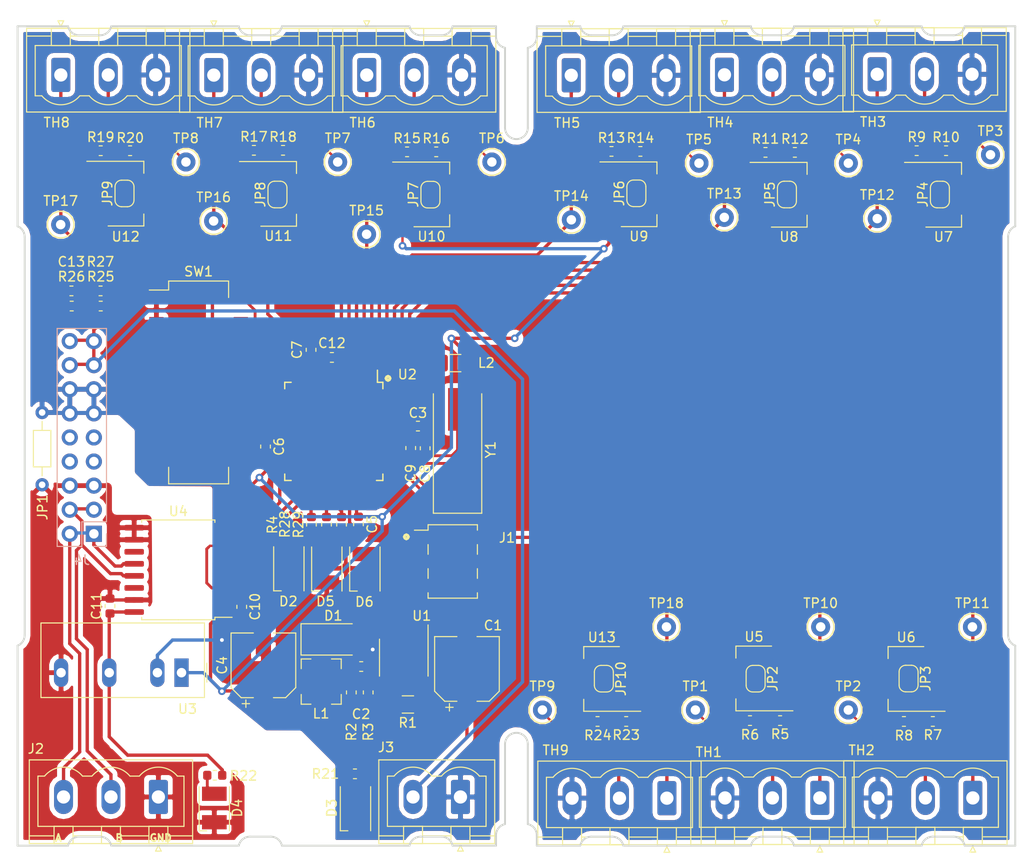
<source format=kicad_pcb>
(kicad_pcb (version 20171130) (host pcbnew 5.0.2+dfsg1-1)

  (general
    (thickness 1.6)
    (drawings 36094)
    (tracks 601)
    (zones 0)
    (modules 106)
    (nets 90)
  )

  (page A4)
  (layers
    (0 F.Cu signal)
    (31 B.Cu signal)
    (32 B.Adhes user)
    (33 F.Adhes user)
    (34 B.Paste user)
    (35 F.Paste user)
    (36 B.SilkS user)
    (37 F.SilkS user)
    (38 B.Mask user)
    (39 F.Mask user)
    (40 Dwgs.User user hide)
    (41 Cmts.User user)
    (42 Eco1.User user)
    (43 Eco2.User user)
    (44 Edge.Cuts user)
    (45 Margin user)
    (46 B.CrtYd user)
    (47 F.CrtYd user)
    (48 B.Fab user)
    (49 F.Fab user)
  )

  (setup
    (last_trace_width 0.3)
    (user_trace_width 0.3)
    (user_trace_width 0.35)
    (trace_clearance 0.2)
    (zone_clearance 0.508)
    (zone_45_only no)
    (trace_min 0.2)
    (segment_width 0.2)
    (edge_width 0.05)
    (via_size 0.8)
    (via_drill 0.4)
    (via_min_size 0.4)
    (via_min_drill 0.3)
    (uvia_size 0.3)
    (uvia_drill 0.1)
    (uvias_allowed no)
    (uvia_min_size 0.2)
    (uvia_min_drill 0.1)
    (pcb_text_width 0.3)
    (pcb_text_size 1.5 1.5)
    (mod_edge_width 0.12)
    (mod_text_size 1 1)
    (mod_text_width 0.15)
    (pad_size 1.524 1.524)
    (pad_drill 0.762)
    (pad_to_mask_clearance 0.051)
    (solder_mask_min_width 0.25)
    (aux_axis_origin 0 0)
    (visible_elements FFFFFF7F)
    (pcbplotparams
      (layerselection 0x010fc_ffffffff)
      (usegerberextensions false)
      (usegerberattributes false)
      (usegerberadvancedattributes false)
      (creategerberjobfile false)
      (excludeedgelayer true)
      (linewidth 0.100000)
      (plotframeref false)
      (viasonmask false)
      (mode 1)
      (useauxorigin false)
      (hpglpennumber 1)
      (hpglpenspeed 20)
      (hpglpendiameter 15.000000)
      (psnegative false)
      (psa4output false)
      (plotreference true)
      (plotvalue true)
      (plotinvisibletext false)
      (padsonsilk false)
      (subtractmaskfromsilk false)
      (outputformat 1)
      (mirror false)
      (drillshape 1)
      (scaleselection 1)
      (outputdirectory ""))
  )

  (net 0 "")
  (net 1 GNDD)
  (net 2 /pt100_ch0/Vout)
  (net 3 "Net-(R1-Pad1)")
  (net 4 +24V)
  (net 5 "Net-(R2-Pad2)")
  (net 6 "Net-(C2-Pad1)")
  (net 7 "Net-(D1-Pad1)")
  (net 8 +3V3)
  (net 9 "Net-(R16-Pad1)")
  (net 10 "Net-(R15-Pad2)")
  (net 11 "Net-(R20-Pad1)")
  (net 12 "Net-(R19-Pad2)")
  (net 13 "Net-(R18-Pad1)")
  (net 14 "Net-(R17-Pad2)")
  (net 15 "Net-(R13-Pad2)")
  (net 16 "Net-(R14-Pad1)")
  (net 17 "Net-(R11-Pad2)")
  (net 18 "Net-(R12-Pad1)")
  (net 19 "Net-(R6-Pad1)")
  (net 20 "Net-(R10-Pad2)")
  (net 21 "Net-(R10-Pad1)")
  (net 22 RX)
  (net 23 DE)
  (net 24 TX)
  (net 25 /pt100_ch5/Vout)
  (net 26 /pt100_ch6/Vout)
  (net 27 /pt100_ch7/Vout)
  (net 28 "Net-(D2-Pad2)")
  (net 29 "Net-(U2-Pad21)")
  (net 30 PDI_DATA)
  (net 31 PDI_CLK)
  (net 32 "Net-(C9-Pad1)")
  (net 33 "Net-(C8-Pad1)")
  (net 34 /pt100_ch1/Vout)
  (net 35 /pt100_ch2/Vout)
  (net 36 /pt100_ch3/Vout)
  (net 37 /pt100_ch4/Vout)
  (net 38 "Net-(J1-Pad3)")
  (net 39 "Net-(J1-Pad4)")
  (net 40 "Net-(R5-Pad2)")
  (net 41 "Net-(R7-Pad2)")
  (net 42 "Net-(R8-Pad1)")
  (net 43 GNDA)
  (net 44 "Net-(U4-Pad11)")
  (net 45 "Net-(U4-Pad14)")
  (net 46 +5VA)
  (net 47 "Net-(C3-Pad2)")
  (net 48 "Net-(D4-Pad2)")
  (net 49 "Net-(D3-Pad2)")
  (net 50 "Net-(R4-Pad1)")
  (net 51 /pt100_ch8/Vout)
  (net 52 "Net-(U2-Pad6)")
  (net 53 "Net-(U2-Pad7)")
  (net 54 "Net-(R24-Pad1)")
  (net 55 "Net-(R23-Pad2)")
  (net 56 "Net-(SW1-Pad16)")
  (net 57 "Net-(SW1-Pad15)")
  (net 58 "Net-(SW1-Pad14)")
  (net 59 "Net-(SW1-Pad13)")
  (net 60 "Net-(SW1-Pad12)")
  (net 61 "Net-(SW1-Pad11)")
  (net 62 "Net-(SW1-Pad10)")
  (net 63 "Net-(SW1-Pad9)")
  (net 64 "Net-(U2-Pad28)")
  (net 65 "Net-(U2-Pad29)")
  (net 66 "Net-(U2-Pad33)")
  (net 67 Vin_sense)
  (net 68 "Net-(R25-Pad2)")
  (net 69 "Net-(U2-Pad20)")
  (net 70 "Net-(R28-Pad1)")
  (net 71 "Net-(D5-Pad2)")
  (net 72 "Net-(R29-Pad1)")
  (net 73 "Net-(D6-Pad2)")
  (net 74 "Net-(J4-Pad9)")
  (net 75 "Net-(J4-Pad10)")
  (net 76 "Net-(U2-Pad32)")
  (net 77 "Net-(J4-Pad7)")
  (net 78 "Net-(J4-Pad8)")
  (net 79 RS485A)
  (net 80 RS485B)
  (net 81 "Net-(JP10-Pad2)")
  (net 82 "Net-(JP9-Pad2)")
  (net 83 "Net-(JP8-Pad2)")
  (net 84 "Net-(JP7-Pad2)")
  (net 85 "Net-(JP6-Pad2)")
  (net 86 "Net-(JP5-Pad2)")
  (net 87 "Net-(JP2-Pad2)")
  (net 88 "Net-(JP3-Pad2)")
  (net 89 "Net-(JP4-Pad2)")

  (net_class Default "Dies ist die voreingestellte Netzklasse."
    (clearance 0.2)
    (trace_width 0.25)
    (via_dia 0.8)
    (via_drill 0.4)
    (uvia_dia 0.3)
    (uvia_drill 0.1)
    (add_net +24V)
    (add_net +3V3)
    (add_net +5VA)
    (add_net /pt100_ch0/Vout)
    (add_net /pt100_ch1/Vout)
    (add_net /pt100_ch2/Vout)
    (add_net /pt100_ch3/Vout)
    (add_net /pt100_ch4/Vout)
    (add_net /pt100_ch5/Vout)
    (add_net /pt100_ch6/Vout)
    (add_net /pt100_ch7/Vout)
    (add_net /pt100_ch8/Vout)
    (add_net DE)
    (add_net GNDA)
    (add_net GNDD)
    (add_net "Net-(C2-Pad1)")
    (add_net "Net-(C3-Pad2)")
    (add_net "Net-(C8-Pad1)")
    (add_net "Net-(C9-Pad1)")
    (add_net "Net-(D1-Pad1)")
    (add_net "Net-(D2-Pad2)")
    (add_net "Net-(D3-Pad2)")
    (add_net "Net-(D4-Pad2)")
    (add_net "Net-(D5-Pad2)")
    (add_net "Net-(D6-Pad2)")
    (add_net "Net-(J1-Pad3)")
    (add_net "Net-(J1-Pad4)")
    (add_net "Net-(J4-Pad10)")
    (add_net "Net-(J4-Pad7)")
    (add_net "Net-(J4-Pad8)")
    (add_net "Net-(J4-Pad9)")
    (add_net "Net-(JP10-Pad2)")
    (add_net "Net-(JP2-Pad2)")
    (add_net "Net-(JP3-Pad2)")
    (add_net "Net-(JP4-Pad2)")
    (add_net "Net-(JP5-Pad2)")
    (add_net "Net-(JP6-Pad2)")
    (add_net "Net-(JP7-Pad2)")
    (add_net "Net-(JP8-Pad2)")
    (add_net "Net-(JP9-Pad2)")
    (add_net "Net-(R1-Pad1)")
    (add_net "Net-(R10-Pad1)")
    (add_net "Net-(R10-Pad2)")
    (add_net "Net-(R11-Pad2)")
    (add_net "Net-(R12-Pad1)")
    (add_net "Net-(R13-Pad2)")
    (add_net "Net-(R14-Pad1)")
    (add_net "Net-(R15-Pad2)")
    (add_net "Net-(R16-Pad1)")
    (add_net "Net-(R17-Pad2)")
    (add_net "Net-(R18-Pad1)")
    (add_net "Net-(R19-Pad2)")
    (add_net "Net-(R2-Pad2)")
    (add_net "Net-(R20-Pad1)")
    (add_net "Net-(R23-Pad2)")
    (add_net "Net-(R24-Pad1)")
    (add_net "Net-(R25-Pad2)")
    (add_net "Net-(R28-Pad1)")
    (add_net "Net-(R29-Pad1)")
    (add_net "Net-(R4-Pad1)")
    (add_net "Net-(R5-Pad2)")
    (add_net "Net-(R6-Pad1)")
    (add_net "Net-(R7-Pad2)")
    (add_net "Net-(R8-Pad1)")
    (add_net "Net-(SW1-Pad10)")
    (add_net "Net-(SW1-Pad11)")
    (add_net "Net-(SW1-Pad12)")
    (add_net "Net-(SW1-Pad13)")
    (add_net "Net-(SW1-Pad14)")
    (add_net "Net-(SW1-Pad15)")
    (add_net "Net-(SW1-Pad16)")
    (add_net "Net-(SW1-Pad9)")
    (add_net "Net-(U2-Pad20)")
    (add_net "Net-(U2-Pad21)")
    (add_net "Net-(U2-Pad28)")
    (add_net "Net-(U2-Pad29)")
    (add_net "Net-(U2-Pad32)")
    (add_net "Net-(U2-Pad33)")
    (add_net "Net-(U2-Pad6)")
    (add_net "Net-(U2-Pad7)")
    (add_net "Net-(U4-Pad11)")
    (add_net "Net-(U4-Pad14)")
    (add_net PDI_CLK)
    (add_net PDI_DATA)
    (add_net RS485A)
    (add_net RS485B)
    (add_net RX)
    (add_net TX)
    (add_net Vin_sense)
  )

  (module TestPoint:TestPoint_Keystone_5000-5004_Miniature (layer F.Cu) (tedit 5A0F774F) (tstamp 5E62E301)
    (at 132.08 102.616)
    (descr "Keystone Miniature THM Test Point 5000-5004, http://www.keyelco.com/product-pdf.cfm?p=1309")
    (tags "Through Hole Mount Test Points")
    (path /5E51CEA7/5E630F7D)
    (fp_text reference TP18 (at 0 -2.5) (layer F.SilkS)
      (effects (font (size 1 1) (thickness 0.15)))
    )
    (fp_text value TestPoint (at 0 2.5) (layer F.Fab)
      (effects (font (size 1 1) (thickness 0.15)))
    )
    (fp_circle (center 0 0) (end 1.4 0) (layer F.SilkS) (width 0.15))
    (fp_circle (center 0 0) (end 1.25 0) (layer F.Fab) (width 0.15))
    (fp_circle (center 0 0) (end 1.65 0) (layer F.CrtYd) (width 0.05))
    (fp_line (start -0.75 0.25) (end -0.75 -0.25) (layer F.Fab) (width 0.15))
    (fp_line (start 0.75 0.25) (end -0.75 0.25) (layer F.Fab) (width 0.15))
    (fp_line (start 0.75 -0.25) (end 0.75 0.25) (layer F.Fab) (width 0.15))
    (fp_line (start -0.75 -0.25) (end 0.75 -0.25) (layer F.Fab) (width 0.15))
    (fp_text user %R (at 0 -2.5) (layer F.Fab)
      (effects (font (size 1 1) (thickness 0.15)))
    )
    (pad 1 thru_hole circle (at 0 0) (size 2 2) (drill 1) (layers *.Cu *.Mask)
      (net 2 /pt100_ch0/Vout))
    (model ${KISYS3DMOD}/TestPoint.3dshapes/TestPoint_Keystone_5000-5004_Miniature.wrl
      (at (xyz 0 0 0))
      (scale (xyz 1 1 1))
      (rotate (xyz 0 0 0))
    )
  )

  (module TestPoint:TestPoint_Keystone_5000-5004_Miniature (layer F.Cu) (tedit 5A0F774F) (tstamp 5E62E328)
    (at 148.336 102.616)
    (descr "Keystone Miniature THM Test Point 5000-5004, http://www.keyelco.com/product-pdf.cfm?p=1309")
    (tags "Through Hole Mount Test Points")
    (path /5E51E6FE/5E630F7D)
    (fp_text reference TP10 (at 0 -2.5) (layer F.SilkS)
      (effects (font (size 1 1) (thickness 0.15)))
    )
    (fp_text value TestPoint (at 0 2.5) (layer F.Fab)
      (effects (font (size 1 1) (thickness 0.15)))
    )
    (fp_text user %R (at 0 -2.5) (layer F.Fab)
      (effects (font (size 1 1) (thickness 0.15)))
    )
    (fp_line (start -0.75 -0.25) (end 0.75 -0.25) (layer F.Fab) (width 0.15))
    (fp_line (start 0.75 -0.25) (end 0.75 0.25) (layer F.Fab) (width 0.15))
    (fp_line (start 0.75 0.25) (end -0.75 0.25) (layer F.Fab) (width 0.15))
    (fp_line (start -0.75 0.25) (end -0.75 -0.25) (layer F.Fab) (width 0.15))
    (fp_circle (center 0 0) (end 1.65 0) (layer F.CrtYd) (width 0.05))
    (fp_circle (center 0 0) (end 1.25 0) (layer F.Fab) (width 0.15))
    (fp_circle (center 0 0) (end 1.4 0) (layer F.SilkS) (width 0.15))
    (pad 1 thru_hole circle (at 0 0) (size 2 2) (drill 1) (layers *.Cu *.Mask)
      (net 34 /pt100_ch1/Vout))
    (model ${KISYS3DMOD}/TestPoint.3dshapes/TestPoint_Keystone_5000-5004_Miniature.wrl
      (at (xyz 0 0 0))
      (scale (xyz 1 1 1))
      (rotate (xyz 0 0 0))
    )
  )

  (module TestPoint:TestPoint_Keystone_5000-5004_Miniature (layer F.Cu) (tedit 5A0F774F) (tstamp 5E62E31B)
    (at 84.328 59.817)
    (descr "Keystone Miniature THM Test Point 5000-5004, http://www.keyelco.com/product-pdf.cfm?p=1309")
    (tags "Through Hole Mount Test Points")
    (path /5E55A1D1/5E630F7D)
    (fp_text reference TP16 (at 0 -2.5) (layer F.SilkS)
      (effects (font (size 1 1) (thickness 0.15)))
    )
    (fp_text value TestPoint (at 0 2.5) (layer F.Fab)
      (effects (font (size 1 1) (thickness 0.15)))
    )
    (fp_circle (center 0 0) (end 1.4 0) (layer F.SilkS) (width 0.15))
    (fp_circle (center 0 0) (end 1.25 0) (layer F.Fab) (width 0.15))
    (fp_circle (center 0 0) (end 1.65 0) (layer F.CrtYd) (width 0.05))
    (fp_line (start -0.75 0.25) (end -0.75 -0.25) (layer F.Fab) (width 0.15))
    (fp_line (start 0.75 0.25) (end -0.75 0.25) (layer F.Fab) (width 0.15))
    (fp_line (start 0.75 -0.25) (end 0.75 0.25) (layer F.Fab) (width 0.15))
    (fp_line (start -0.75 -0.25) (end 0.75 -0.25) (layer F.Fab) (width 0.15))
    (fp_text user %R (at 0 -2.5) (layer F.Fab)
      (effects (font (size 1 1) (thickness 0.15)))
    )
    (pad 1 thru_hole circle (at 0 0) (size 2 2) (drill 1) (layers *.Cu *.Mask)
      (net 27 /pt100_ch7/Vout))
    (model ${KISYS3DMOD}/TestPoint.3dshapes/TestPoint_Keystone_5000-5004_Miniature.wrl
      (at (xyz 0 0 0))
      (scale (xyz 1 1 1))
      (rotate (xyz 0 0 0))
    )
  )

  (module TestPoint:TestPoint_Keystone_5000-5004_Miniature (layer F.Cu) (tedit 5A0F774F) (tstamp 5E62E30E)
    (at 68.199 60.198)
    (descr "Keystone Miniature THM Test Point 5000-5004, http://www.keyelco.com/product-pdf.cfm?p=1309")
    (tags "Through Hole Mount Test Points")
    (path /5E55CA13/5E630F7D)
    (fp_text reference TP17 (at 0 -2.5) (layer F.SilkS)
      (effects (font (size 1 1) (thickness 0.15)))
    )
    (fp_text value TestPoint (at 0 2.5) (layer F.Fab)
      (effects (font (size 1 1) (thickness 0.15)))
    )
    (fp_text user %R (at 0 -2.5) (layer F.Fab)
      (effects (font (size 1 1) (thickness 0.15)))
    )
    (fp_line (start -0.75 -0.25) (end 0.75 -0.25) (layer F.Fab) (width 0.15))
    (fp_line (start 0.75 -0.25) (end 0.75 0.25) (layer F.Fab) (width 0.15))
    (fp_line (start 0.75 0.25) (end -0.75 0.25) (layer F.Fab) (width 0.15))
    (fp_line (start -0.75 0.25) (end -0.75 -0.25) (layer F.Fab) (width 0.15))
    (fp_circle (center 0 0) (end 1.65 0) (layer F.CrtYd) (width 0.05))
    (fp_circle (center 0 0) (end 1.25 0) (layer F.Fab) (width 0.15))
    (fp_circle (center 0 0) (end 1.4 0) (layer F.SilkS) (width 0.15))
    (pad 1 thru_hole circle (at 0 0) (size 2 2) (drill 1) (layers *.Cu *.Mask)
      (net 51 /pt100_ch8/Vout))
    (model ${KISYS3DMOD}/TestPoint.3dshapes/TestPoint_Keystone_5000-5004_Miniature.wrl
      (at (xyz 0 0 0))
      (scale (xyz 1 1 1))
      (rotate (xyz 0 0 0))
    )
  )

  (module TestPoint:TestPoint_Keystone_5000-5004_Miniature (layer F.Cu) (tedit 5A0F774F) (tstamp 5E62E2F4)
    (at 122.047 59.69)
    (descr "Keystone Miniature THM Test Point 5000-5004, http://www.keyelco.com/product-pdf.cfm?p=1309")
    (tags "Through Hole Mount Test Points")
    (path /5E55237B/5E630F7D)
    (fp_text reference TP14 (at 0 -2.5) (layer F.SilkS)
      (effects (font (size 1 1) (thickness 0.15)))
    )
    (fp_text value TestPoint (at 0 2.5) (layer F.Fab)
      (effects (font (size 1 1) (thickness 0.15)))
    )
    (fp_text user %R (at 0 -2.5) (layer F.Fab)
      (effects (font (size 1 1) (thickness 0.15)))
    )
    (fp_line (start -0.75 -0.25) (end 0.75 -0.25) (layer F.Fab) (width 0.15))
    (fp_line (start 0.75 -0.25) (end 0.75 0.25) (layer F.Fab) (width 0.15))
    (fp_line (start 0.75 0.25) (end -0.75 0.25) (layer F.Fab) (width 0.15))
    (fp_line (start -0.75 0.25) (end -0.75 -0.25) (layer F.Fab) (width 0.15))
    (fp_circle (center 0 0) (end 1.65 0) (layer F.CrtYd) (width 0.05))
    (fp_circle (center 0 0) (end 1.25 0) (layer F.Fab) (width 0.15))
    (fp_circle (center 0 0) (end 1.4 0) (layer F.SilkS) (width 0.15))
    (pad 1 thru_hole circle (at 0 0) (size 2 2) (drill 1) (layers *.Cu *.Mask)
      (net 25 /pt100_ch5/Vout))
    (model ${KISYS3DMOD}/TestPoint.3dshapes/TestPoint_Keystone_5000-5004_Miniature.wrl
      (at (xyz 0 0 0))
      (scale (xyz 1 1 1))
      (rotate (xyz 0 0 0))
    )
  )

  (module TestPoint:TestPoint_Keystone_5000-5004_Miniature (layer F.Cu) (tedit 5A0F774F) (tstamp 5E62E2E7)
    (at 138.176 59.436)
    (descr "Keystone Miniature THM Test Point 5000-5004, http://www.keyelco.com/product-pdf.cfm?p=1309")
    (tags "Through Hole Mount Test Points")
    (path /5E54FA87/5E630F7D)
    (fp_text reference TP13 (at 0 -2.5) (layer F.SilkS)
      (effects (font (size 1 1) (thickness 0.15)))
    )
    (fp_text value TestPoint (at 0 2.5) (layer F.Fab)
      (effects (font (size 1 1) (thickness 0.15)))
    )
    (fp_circle (center 0 0) (end 1.4 0) (layer F.SilkS) (width 0.15))
    (fp_circle (center 0 0) (end 1.25 0) (layer F.Fab) (width 0.15))
    (fp_circle (center 0 0) (end 1.65 0) (layer F.CrtYd) (width 0.05))
    (fp_line (start -0.75 0.25) (end -0.75 -0.25) (layer F.Fab) (width 0.15))
    (fp_line (start 0.75 0.25) (end -0.75 0.25) (layer F.Fab) (width 0.15))
    (fp_line (start 0.75 -0.25) (end 0.75 0.25) (layer F.Fab) (width 0.15))
    (fp_line (start -0.75 -0.25) (end 0.75 -0.25) (layer F.Fab) (width 0.15))
    (fp_text user %R (at 0 -2.5) (layer F.Fab)
      (effects (font (size 1 1) (thickness 0.15)))
    )
    (pad 1 thru_hole circle (at 0 0) (size 2 2) (drill 1) (layers *.Cu *.Mask)
      (net 37 /pt100_ch4/Vout))
    (model ${KISYS3DMOD}/TestPoint.3dshapes/TestPoint_Keystone_5000-5004_Miniature.wrl
      (at (xyz 0 0 0))
      (scale (xyz 1 1 1))
      (rotate (xyz 0 0 0))
    )
  )

  (module TestPoint:TestPoint_Keystone_5000-5004_Miniature (layer F.Cu) (tedit 5A0F774F) (tstamp 5E62E2DA)
    (at 154.305 59.563)
    (descr "Keystone Miniature THM Test Point 5000-5004, http://www.keyelco.com/product-pdf.cfm?p=1309")
    (tags "Through Hole Mount Test Points")
    (path /5E54D364/5E630F7D)
    (fp_text reference TP12 (at 0 -2.5) (layer F.SilkS)
      (effects (font (size 1 1) (thickness 0.15)))
    )
    (fp_text value TestPoint (at 0 2.5) (layer F.Fab)
      (effects (font (size 1 1) (thickness 0.15)))
    )
    (fp_text user %R (at 0 -2.5) (layer F.Fab)
      (effects (font (size 1 1) (thickness 0.15)))
    )
    (fp_line (start -0.75 -0.25) (end 0.75 -0.25) (layer F.Fab) (width 0.15))
    (fp_line (start 0.75 -0.25) (end 0.75 0.25) (layer F.Fab) (width 0.15))
    (fp_line (start 0.75 0.25) (end -0.75 0.25) (layer F.Fab) (width 0.15))
    (fp_line (start -0.75 0.25) (end -0.75 -0.25) (layer F.Fab) (width 0.15))
    (fp_circle (center 0 0) (end 1.65 0) (layer F.CrtYd) (width 0.05))
    (fp_circle (center 0 0) (end 1.25 0) (layer F.Fab) (width 0.15))
    (fp_circle (center 0 0) (end 1.4 0) (layer F.SilkS) (width 0.15))
    (pad 1 thru_hole circle (at 0 0) (size 2 2) (drill 1) (layers *.Cu *.Mask)
      (net 36 /pt100_ch3/Vout))
    (model ${KISYS3DMOD}/TestPoint.3dshapes/TestPoint_Keystone_5000-5004_Miniature.wrl
      (at (xyz 0 0 0))
      (scale (xyz 1 1 1))
      (rotate (xyz 0 0 0))
    )
  )

  (module TestPoint:TestPoint_Keystone_5000-5004_Miniature (layer F.Cu) (tedit 5A0F774F) (tstamp 5E62E2CD)
    (at 164.338 102.616)
    (descr "Keystone Miniature THM Test Point 5000-5004, http://www.keyelco.com/product-pdf.cfm?p=1309")
    (tags "Through Hole Mount Test Points")
    (path /5E544266/5E630F7D)
    (fp_text reference TP11 (at 0 -2.5) (layer F.SilkS)
      (effects (font (size 1 1) (thickness 0.15)))
    )
    (fp_text value TestPoint (at 0 2.5) (layer F.Fab)
      (effects (font (size 1 1) (thickness 0.15)))
    )
    (fp_circle (center 0 0) (end 1.4 0) (layer F.SilkS) (width 0.15))
    (fp_circle (center 0 0) (end 1.25 0) (layer F.Fab) (width 0.15))
    (fp_circle (center 0 0) (end 1.65 0) (layer F.CrtYd) (width 0.05))
    (fp_line (start -0.75 0.25) (end -0.75 -0.25) (layer F.Fab) (width 0.15))
    (fp_line (start 0.75 0.25) (end -0.75 0.25) (layer F.Fab) (width 0.15))
    (fp_line (start 0.75 -0.25) (end 0.75 0.25) (layer F.Fab) (width 0.15))
    (fp_line (start -0.75 -0.25) (end 0.75 -0.25) (layer F.Fab) (width 0.15))
    (fp_text user %R (at 0 -2.5) (layer F.Fab)
      (effects (font (size 1 1) (thickness 0.15)))
    )
    (pad 1 thru_hole circle (at 0 0) (size 2 2) (drill 1) (layers *.Cu *.Mask)
      (net 35 /pt100_ch2/Vout))
    (model ${KISYS3DMOD}/TestPoint.3dshapes/TestPoint_Keystone_5000-5004_Miniature.wrl
      (at (xyz 0 0 0))
      (scale (xyz 1 1 1))
      (rotate (xyz 0 0 0))
    )
  )

  (module TestPoint:TestPoint_Keystone_5000-5004_Miniature (layer F.Cu) (tedit 5A0F774F) (tstamp 5E62E1E8)
    (at 100.457 61.214)
    (descr "Keystone Miniature THM Test Point 5000-5004, http://www.keyelco.com/product-pdf.cfm?p=1309")
    (tags "Through Hole Mount Test Points")
    (path /5E554CAB/5E630F7D)
    (fp_text reference TP15 (at 0 -2.5) (layer F.SilkS)
      (effects (font (size 1 1) (thickness 0.15)))
    )
    (fp_text value TestPoint (at 0 2.5) (layer F.Fab)
      (effects (font (size 1 1) (thickness 0.15)))
    )
    (fp_text user %R (at 0 -2.5) (layer F.Fab)
      (effects (font (size 1 1) (thickness 0.15)))
    )
    (fp_line (start -0.75 -0.25) (end 0.75 -0.25) (layer F.Fab) (width 0.15))
    (fp_line (start 0.75 -0.25) (end 0.75 0.25) (layer F.Fab) (width 0.15))
    (fp_line (start 0.75 0.25) (end -0.75 0.25) (layer F.Fab) (width 0.15))
    (fp_line (start -0.75 0.25) (end -0.75 -0.25) (layer F.Fab) (width 0.15))
    (fp_circle (center 0 0) (end 1.65 0) (layer F.CrtYd) (width 0.05))
    (fp_circle (center 0 0) (end 1.25 0) (layer F.Fab) (width 0.15))
    (fp_circle (center 0 0) (end 1.4 0) (layer F.SilkS) (width 0.15))
    (pad 1 thru_hole circle (at 0 0) (size 2 2) (drill 1) (layers *.Cu *.Mask)
      (net 26 /pt100_ch6/Vout))
    (model ${KISYS3DMOD}/TestPoint.3dshapes/TestPoint_Keystone_5000-5004_Miniature.wrl
      (at (xyz 0 0 0))
      (scale (xyz 1 1 1))
      (rotate (xyz 0 0 0))
    )
  )

  (module TestPoint:TestPoint_Keystone_5000-5004_Miniature (layer F.Cu) (tedit 5A0F774F) (tstamp 5E626EEE)
    (at 135.509 53.721)
    (descr "Keystone Miniature THM Test Point 5000-5004, http://www.keyelco.com/product-pdf.cfm?p=1309")
    (tags "Through Hole Mount Test Points")
    (path /5E55237B/5E630A38)
    (fp_text reference TP5 (at 0 -2.5) (layer F.SilkS)
      (effects (font (size 1 1) (thickness 0.15)))
    )
    (fp_text value TestPoint (at 0 2.5) (layer F.Fab)
      (effects (font (size 1 1) (thickness 0.15)))
    )
    (fp_text user %R (at 0 -2.5) (layer F.Fab)
      (effects (font (size 1 1) (thickness 0.15)))
    )
    (fp_line (start -0.75 -0.25) (end 0.75 -0.25) (layer F.Fab) (width 0.15))
    (fp_line (start 0.75 -0.25) (end 0.75 0.25) (layer F.Fab) (width 0.15))
    (fp_line (start 0.75 0.25) (end -0.75 0.25) (layer F.Fab) (width 0.15))
    (fp_line (start -0.75 0.25) (end -0.75 -0.25) (layer F.Fab) (width 0.15))
    (fp_circle (center 0 0) (end 1.65 0) (layer F.CrtYd) (width 0.05))
    (fp_circle (center 0 0) (end 1.25 0) (layer F.Fab) (width 0.15))
    (fp_circle (center 0 0) (end 1.4 0) (layer F.SilkS) (width 0.15))
    (pad 1 thru_hole circle (at 0 0) (size 2 2) (drill 1) (layers *.Cu *.Mask)
      (net 15 "Net-(R13-Pad2)"))
    (model ${KISYS3DMOD}/TestPoint.3dshapes/TestPoint_Keystone_5000-5004_Miniature.wrl
      (at (xyz 0 0 0))
      (scale (xyz 1 1 1))
      (rotate (xyz 0 0 0))
    )
  )

  (module TestPoint:TestPoint_Keystone_5000-5004_Miniature (layer F.Cu) (tedit 5A0F774F) (tstamp 5E626EE1)
    (at 97.409 53.594)
    (descr "Keystone Miniature THM Test Point 5000-5004, http://www.keyelco.com/product-pdf.cfm?p=1309")
    (tags "Through Hole Mount Test Points")
    (path /5E55A1D1/5E630A38)
    (fp_text reference TP7 (at 0 -2.5) (layer F.SilkS)
      (effects (font (size 1 1) (thickness 0.15)))
    )
    (fp_text value TestPoint (at 0 2.5) (layer F.Fab)
      (effects (font (size 1 1) (thickness 0.15)))
    )
    (fp_circle (center 0 0) (end 1.4 0) (layer F.SilkS) (width 0.15))
    (fp_circle (center 0 0) (end 1.25 0) (layer F.Fab) (width 0.15))
    (fp_circle (center 0 0) (end 1.65 0) (layer F.CrtYd) (width 0.05))
    (fp_line (start -0.75 0.25) (end -0.75 -0.25) (layer F.Fab) (width 0.15))
    (fp_line (start 0.75 0.25) (end -0.75 0.25) (layer F.Fab) (width 0.15))
    (fp_line (start 0.75 -0.25) (end 0.75 0.25) (layer F.Fab) (width 0.15))
    (fp_line (start -0.75 -0.25) (end 0.75 -0.25) (layer F.Fab) (width 0.15))
    (fp_text user %R (at 0 -2.5) (layer F.Fab)
      (effects (font (size 1 1) (thickness 0.15)))
    )
    (pad 1 thru_hole circle (at 0 0) (size 2 2) (drill 1) (layers *.Cu *.Mask)
      (net 14 "Net-(R17-Pad2)"))
    (model ${KISYS3DMOD}/TestPoint.3dshapes/TestPoint_Keystone_5000-5004_Miniature.wrl
      (at (xyz 0 0 0))
      (scale (xyz 1 1 1))
      (rotate (xyz 0 0 0))
    )
  )

  (module TestPoint:TestPoint_Keystone_5000-5004_Miniature (layer F.Cu) (tedit 5A0F774F) (tstamp 5E626ED4)
    (at 81.407 53.594)
    (descr "Keystone Miniature THM Test Point 5000-5004, http://www.keyelco.com/product-pdf.cfm?p=1309")
    (tags "Through Hole Mount Test Points")
    (path /5E55CA13/5E630A38)
    (fp_text reference TP8 (at 0 -2.5) (layer F.SilkS)
      (effects (font (size 1 1) (thickness 0.15)))
    )
    (fp_text value TestPoint (at 0 2.5) (layer F.Fab)
      (effects (font (size 1 1) (thickness 0.15)))
    )
    (fp_text user %R (at 0 -2.5) (layer F.Fab)
      (effects (font (size 1 1) (thickness 0.15)))
    )
    (fp_line (start -0.75 -0.25) (end 0.75 -0.25) (layer F.Fab) (width 0.15))
    (fp_line (start 0.75 -0.25) (end 0.75 0.25) (layer F.Fab) (width 0.15))
    (fp_line (start 0.75 0.25) (end -0.75 0.25) (layer F.Fab) (width 0.15))
    (fp_line (start -0.75 0.25) (end -0.75 -0.25) (layer F.Fab) (width 0.15))
    (fp_circle (center 0 0) (end 1.65 0) (layer F.CrtYd) (width 0.05))
    (fp_circle (center 0 0) (end 1.25 0) (layer F.Fab) (width 0.15))
    (fp_circle (center 0 0) (end 1.4 0) (layer F.SilkS) (width 0.15))
    (pad 1 thru_hole circle (at 0 0) (size 2 2) (drill 1) (layers *.Cu *.Mask)
      (net 12 "Net-(R19-Pad2)"))
    (model ${KISYS3DMOD}/TestPoint.3dshapes/TestPoint_Keystone_5000-5004_Miniature.wrl
      (at (xyz 0 0 0))
      (scale (xyz 1 1 1))
      (rotate (xyz 0 0 0))
    )
  )

  (module TestPoint:TestPoint_Keystone_5000-5004_Miniature (layer F.Cu) (tedit 5A0F774F) (tstamp 5E626EC7)
    (at 118.999 111.379)
    (descr "Keystone Miniature THM Test Point 5000-5004, http://www.keyelco.com/product-pdf.cfm?p=1309")
    (tags "Through Hole Mount Test Points")
    (path /5E51CEA7/5E630A38)
    (fp_text reference TP9 (at 0 -2.5) (layer F.SilkS)
      (effects (font (size 1 1) (thickness 0.15)))
    )
    (fp_text value TestPoint (at 0 2.5) (layer F.Fab)
      (effects (font (size 1 1) (thickness 0.15)))
    )
    (fp_circle (center 0 0) (end 1.4 0) (layer F.SilkS) (width 0.15))
    (fp_circle (center 0 0) (end 1.25 0) (layer F.Fab) (width 0.15))
    (fp_circle (center 0 0) (end 1.65 0) (layer F.CrtYd) (width 0.05))
    (fp_line (start -0.75 0.25) (end -0.75 -0.25) (layer F.Fab) (width 0.15))
    (fp_line (start 0.75 0.25) (end -0.75 0.25) (layer F.Fab) (width 0.15))
    (fp_line (start 0.75 -0.25) (end 0.75 0.25) (layer F.Fab) (width 0.15))
    (fp_line (start -0.75 -0.25) (end 0.75 -0.25) (layer F.Fab) (width 0.15))
    (fp_text user %R (at 0 -2.5) (layer F.Fab)
      (effects (font (size 1 1) (thickness 0.15)))
    )
    (pad 1 thru_hole circle (at 0 0) (size 2 2) (drill 1) (layers *.Cu *.Mask)
      (net 55 "Net-(R23-Pad2)"))
    (model ${KISYS3DMOD}/TestPoint.3dshapes/TestPoint_Keystone_5000-5004_Miniature.wrl
      (at (xyz 0 0 0))
      (scale (xyz 1 1 1))
      (rotate (xyz 0 0 0))
    )
  )

  (module TestPoint:TestPoint_Keystone_5000-5004_Miniature (layer F.Cu) (tedit 5A0F774F) (tstamp 5E626EBA)
    (at 151.257 111.379)
    (descr "Keystone Miniature THM Test Point 5000-5004, http://www.keyelco.com/product-pdf.cfm?p=1309")
    (tags "Through Hole Mount Test Points")
    (path /5E544266/5E630A38)
    (fp_text reference TP2 (at 0 -2.5) (layer F.SilkS)
      (effects (font (size 1 1) (thickness 0.15)))
    )
    (fp_text value TestPoint (at 0 2.5) (layer F.Fab)
      (effects (font (size 1 1) (thickness 0.15)))
    )
    (fp_text user %R (at 0 -2.5) (layer F.Fab)
      (effects (font (size 1 1) (thickness 0.15)))
    )
    (fp_line (start -0.75 -0.25) (end 0.75 -0.25) (layer F.Fab) (width 0.15))
    (fp_line (start 0.75 -0.25) (end 0.75 0.25) (layer F.Fab) (width 0.15))
    (fp_line (start 0.75 0.25) (end -0.75 0.25) (layer F.Fab) (width 0.15))
    (fp_line (start -0.75 0.25) (end -0.75 -0.25) (layer F.Fab) (width 0.15))
    (fp_circle (center 0 0) (end 1.65 0) (layer F.CrtYd) (width 0.05))
    (fp_circle (center 0 0) (end 1.25 0) (layer F.Fab) (width 0.15))
    (fp_circle (center 0 0) (end 1.4 0) (layer F.SilkS) (width 0.15))
    (pad 1 thru_hole circle (at 0 0) (size 2 2) (drill 1) (layers *.Cu *.Mask)
      (net 41 "Net-(R7-Pad2)"))
    (model ${KISYS3DMOD}/TestPoint.3dshapes/TestPoint_Keystone_5000-5004_Miniature.wrl
      (at (xyz 0 0 0))
      (scale (xyz 1 1 1))
      (rotate (xyz 0 0 0))
    )
  )

  (module TestPoint:TestPoint_Keystone_5000-5004_Miniature (layer F.Cu) (tedit 5A0F774F) (tstamp 5E626EAD)
    (at 166.243 52.832)
    (descr "Keystone Miniature THM Test Point 5000-5004, http://www.keyelco.com/product-pdf.cfm?p=1309")
    (tags "Through Hole Mount Test Points")
    (path /5E54D364/5E630A38)
    (fp_text reference TP3 (at 0 -2.5) (layer F.SilkS)
      (effects (font (size 1 1) (thickness 0.15)))
    )
    (fp_text value TestPoint (at 0 2.5) (layer F.Fab)
      (effects (font (size 1 1) (thickness 0.15)))
    )
    (fp_circle (center 0 0) (end 1.4 0) (layer F.SilkS) (width 0.15))
    (fp_circle (center 0 0) (end 1.25 0) (layer F.Fab) (width 0.15))
    (fp_circle (center 0 0) (end 1.65 0) (layer F.CrtYd) (width 0.05))
    (fp_line (start -0.75 0.25) (end -0.75 -0.25) (layer F.Fab) (width 0.15))
    (fp_line (start 0.75 0.25) (end -0.75 0.25) (layer F.Fab) (width 0.15))
    (fp_line (start 0.75 -0.25) (end 0.75 0.25) (layer F.Fab) (width 0.15))
    (fp_line (start -0.75 -0.25) (end 0.75 -0.25) (layer F.Fab) (width 0.15))
    (fp_text user %R (at 0 -2.5) (layer F.Fab)
      (effects (font (size 1 1) (thickness 0.15)))
    )
    (pad 1 thru_hole circle (at 0 0) (size 2 2) (drill 1) (layers *.Cu *.Mask)
      (net 20 "Net-(R10-Pad2)"))
    (model ${KISYS3DMOD}/TestPoint.3dshapes/TestPoint_Keystone_5000-5004_Miniature.wrl
      (at (xyz 0 0 0))
      (scale (xyz 1 1 1))
      (rotate (xyz 0 0 0))
    )
  )

  (module TestPoint:TestPoint_Keystone_5000-5004_Miniature (layer F.Cu) (tedit 5A0F774F) (tstamp 5E626EA0)
    (at 151.257 53.721)
    (descr "Keystone Miniature THM Test Point 5000-5004, http://www.keyelco.com/product-pdf.cfm?p=1309")
    (tags "Through Hole Mount Test Points")
    (path /5E54FA87/5E630A38)
    (fp_text reference TP4 (at 0 -2.5) (layer F.SilkS)
      (effects (font (size 1 1) (thickness 0.15)))
    )
    (fp_text value TestPoint (at 0 2.5) (layer F.Fab)
      (effects (font (size 1 1) (thickness 0.15)))
    )
    (fp_text user %R (at 0 -2.5) (layer F.Fab)
      (effects (font (size 1 1) (thickness 0.15)))
    )
    (fp_line (start -0.75 -0.25) (end 0.75 -0.25) (layer F.Fab) (width 0.15))
    (fp_line (start 0.75 -0.25) (end 0.75 0.25) (layer F.Fab) (width 0.15))
    (fp_line (start 0.75 0.25) (end -0.75 0.25) (layer F.Fab) (width 0.15))
    (fp_line (start -0.75 0.25) (end -0.75 -0.25) (layer F.Fab) (width 0.15))
    (fp_circle (center 0 0) (end 1.65 0) (layer F.CrtYd) (width 0.05))
    (fp_circle (center 0 0) (end 1.25 0) (layer F.Fab) (width 0.15))
    (fp_circle (center 0 0) (end 1.4 0) (layer F.SilkS) (width 0.15))
    (pad 1 thru_hole circle (at 0 0) (size 2 2) (drill 1) (layers *.Cu *.Mask)
      (net 17 "Net-(R11-Pad2)"))
    (model ${KISYS3DMOD}/TestPoint.3dshapes/TestPoint_Keystone_5000-5004_Miniature.wrl
      (at (xyz 0 0 0))
      (scale (xyz 1 1 1))
      (rotate (xyz 0 0 0))
    )
  )

  (module TestPoint:TestPoint_Keystone_5000-5004_Miniature (layer F.Cu) (tedit 5A0F774F) (tstamp 5E626E93)
    (at 135.128 111.379)
    (descr "Keystone Miniature THM Test Point 5000-5004, http://www.keyelco.com/product-pdf.cfm?p=1309")
    (tags "Through Hole Mount Test Points")
    (path /5E51E6FE/5E630A38)
    (fp_text reference TP1 (at 0 -2.5) (layer F.SilkS)
      (effects (font (size 1 1) (thickness 0.15)))
    )
    (fp_text value TestPoint (at 0 2.5) (layer F.Fab)
      (effects (font (size 1 1) (thickness 0.15)))
    )
    (fp_circle (center 0 0) (end 1.4 0) (layer F.SilkS) (width 0.15))
    (fp_circle (center 0 0) (end 1.25 0) (layer F.Fab) (width 0.15))
    (fp_circle (center 0 0) (end 1.65 0) (layer F.CrtYd) (width 0.05))
    (fp_line (start -0.75 0.25) (end -0.75 -0.25) (layer F.Fab) (width 0.15))
    (fp_line (start 0.75 0.25) (end -0.75 0.25) (layer F.Fab) (width 0.15))
    (fp_line (start 0.75 -0.25) (end 0.75 0.25) (layer F.Fab) (width 0.15))
    (fp_line (start -0.75 -0.25) (end 0.75 -0.25) (layer F.Fab) (width 0.15))
    (fp_text user %R (at 0 -2.5) (layer F.Fab)
      (effects (font (size 1 1) (thickness 0.15)))
    )
    (pad 1 thru_hole circle (at 0 0) (size 2 2) (drill 1) (layers *.Cu *.Mask)
      (net 40 "Net-(R5-Pad2)"))
    (model ${KISYS3DMOD}/TestPoint.3dshapes/TestPoint_Keystone_5000-5004_Miniature.wrl
      (at (xyz 0 0 0))
      (scale (xyz 1 1 1))
      (rotate (xyz 0 0 0))
    )
  )

  (module TestPoint:TestPoint_Keystone_5000-5004_Miniature (layer F.Cu) (tedit 5A0F774F) (tstamp 5E626E86)
    (at 113.665 53.594)
    (descr "Keystone Miniature THM Test Point 5000-5004, http://www.keyelco.com/product-pdf.cfm?p=1309")
    (tags "Through Hole Mount Test Points")
    (path /5E554CAB/5E630A38)
    (fp_text reference TP6 (at 0 -2.5) (layer F.SilkS)
      (effects (font (size 1 1) (thickness 0.15)))
    )
    (fp_text value TestPoint (at 0 2.5) (layer F.Fab)
      (effects (font (size 1 1) (thickness 0.15)))
    )
    (fp_text user %R (at 0 -2.5) (layer F.Fab)
      (effects (font (size 1 1) (thickness 0.15)))
    )
    (fp_line (start -0.75 -0.25) (end 0.75 -0.25) (layer F.Fab) (width 0.15))
    (fp_line (start 0.75 -0.25) (end 0.75 0.25) (layer F.Fab) (width 0.15))
    (fp_line (start 0.75 0.25) (end -0.75 0.25) (layer F.Fab) (width 0.15))
    (fp_line (start -0.75 0.25) (end -0.75 -0.25) (layer F.Fab) (width 0.15))
    (fp_circle (center 0 0) (end 1.65 0) (layer F.CrtYd) (width 0.05))
    (fp_circle (center 0 0) (end 1.25 0) (layer F.Fab) (width 0.15))
    (fp_circle (center 0 0) (end 1.4 0) (layer F.SilkS) (width 0.15))
    (pad 1 thru_hole circle (at 0 0) (size 2 2) (drill 1) (layers *.Cu *.Mask)
      (net 10 "Net-(R15-Pad2)"))
    (model ${KISYS3DMOD}/TestPoint.3dshapes/TestPoint_Keystone_5000-5004_Miniature.wrl
      (at (xyz 0 0 0))
      (scale (xyz 1 1 1))
      (rotate (xyz 0 0 0))
    )
  )

  (module Jumper:SolderJumper-2_P1.3mm_Open_RoundedPad1.0x1.5mm (layer F.Cu) (tedit 5B391E66) (tstamp 5E624384)
    (at 74.93 56.911 90)
    (descr "SMD Solder Jumper, 1x1.5mm, rounded Pads, 0.3mm gap, open")
    (tags "solder jumper open")
    (path /5E55CA13/5E62FC9C)
    (attr virtual)
    (fp_text reference JP9 (at 0 -1.8 90) (layer F.SilkS)
      (effects (font (size 1 1) (thickness 0.15)))
    )
    (fp_text value Jumper_NO_Small (at 0 1.9 90) (layer F.Fab)
      (effects (font (size 1 1) (thickness 0.15)))
    )
    (fp_arc (start 0.7 -0.3) (end 1.4 -0.3) (angle -90) (layer F.SilkS) (width 0.12))
    (fp_arc (start 0.7 0.3) (end 0.7 1) (angle -90) (layer F.SilkS) (width 0.12))
    (fp_arc (start -0.7 0.3) (end -1.4 0.3) (angle -90) (layer F.SilkS) (width 0.12))
    (fp_arc (start -0.7 -0.3) (end -0.7 -1) (angle -90) (layer F.SilkS) (width 0.12))
    (fp_line (start -1.4 0.3) (end -1.4 -0.3) (layer F.SilkS) (width 0.12))
    (fp_line (start 0.7 1) (end -0.7 1) (layer F.SilkS) (width 0.12))
    (fp_line (start 1.4 -0.3) (end 1.4 0.3) (layer F.SilkS) (width 0.12))
    (fp_line (start -0.7 -1) (end 0.7 -1) (layer F.SilkS) (width 0.12))
    (fp_line (start -1.65 -1.25) (end 1.65 -1.25) (layer F.CrtYd) (width 0.05))
    (fp_line (start -1.65 -1.25) (end -1.65 1.25) (layer F.CrtYd) (width 0.05))
    (fp_line (start 1.65 1.25) (end 1.65 -1.25) (layer F.CrtYd) (width 0.05))
    (fp_line (start 1.65 1.25) (end -1.65 1.25) (layer F.CrtYd) (width 0.05))
    (pad 1 smd custom (at -0.65 0 90) (size 1 0.5) (layers F.Cu F.Mask)
      (net 8 +3V3) (zone_connect 2)
      (options (clearance outline) (anchor rect))
      (primitives
        (gr_circle (center 0 0.25) (end 0.5 0.25) (width 0))
        (gr_circle (center 0 -0.25) (end 0.5 -0.25) (width 0))
        (gr_poly (pts
           (xy 0 -0.75) (xy 0.5 -0.75) (xy 0.5 0.75) (xy 0 0.75)) (width 0))
      ))
    (pad 2 smd custom (at 0.65 0 90) (size 1 0.5) (layers F.Cu F.Mask)
      (net 82 "Net-(JP9-Pad2)") (zone_connect 2)
      (options (clearance outline) (anchor rect))
      (primitives
        (gr_circle (center 0 0.25) (end 0.5 0.25) (width 0))
        (gr_circle (center 0 -0.25) (end 0.5 -0.25) (width 0))
        (gr_poly (pts
           (xy 0 -0.75) (xy -0.5 -0.75) (xy -0.5 0.75) (xy 0 0.75)) (width 0))
      ))
  )

  (module Jumper:SolderJumper-2_P1.3mm_Open_RoundedPad1.0x1.5mm (layer F.Cu) (tedit 5B391E66) (tstamp 5E624373)
    (at 91.059 57.023 90)
    (descr "SMD Solder Jumper, 1x1.5mm, rounded Pads, 0.3mm gap, open")
    (tags "solder jumper open")
    (path /5E55A1D1/5E62FC9C)
    (attr virtual)
    (fp_text reference JP8 (at 0 -1.8 90) (layer F.SilkS)
      (effects (font (size 1 1) (thickness 0.15)))
    )
    (fp_text value Jumper_NO_Small (at 0 1.9 90) (layer F.Fab)
      (effects (font (size 1 1) (thickness 0.15)))
    )
    (fp_line (start 1.65 1.25) (end -1.65 1.25) (layer F.CrtYd) (width 0.05))
    (fp_line (start 1.65 1.25) (end 1.65 -1.25) (layer F.CrtYd) (width 0.05))
    (fp_line (start -1.65 -1.25) (end -1.65 1.25) (layer F.CrtYd) (width 0.05))
    (fp_line (start -1.65 -1.25) (end 1.65 -1.25) (layer F.CrtYd) (width 0.05))
    (fp_line (start -0.7 -1) (end 0.7 -1) (layer F.SilkS) (width 0.12))
    (fp_line (start 1.4 -0.3) (end 1.4 0.3) (layer F.SilkS) (width 0.12))
    (fp_line (start 0.7 1) (end -0.7 1) (layer F.SilkS) (width 0.12))
    (fp_line (start -1.4 0.3) (end -1.4 -0.3) (layer F.SilkS) (width 0.12))
    (fp_arc (start -0.7 -0.3) (end -0.7 -1) (angle -90) (layer F.SilkS) (width 0.12))
    (fp_arc (start -0.7 0.3) (end -1.4 0.3) (angle -90) (layer F.SilkS) (width 0.12))
    (fp_arc (start 0.7 0.3) (end 0.7 1) (angle -90) (layer F.SilkS) (width 0.12))
    (fp_arc (start 0.7 -0.3) (end 1.4 -0.3) (angle -90) (layer F.SilkS) (width 0.12))
    (pad 2 smd custom (at 0.65 0 90) (size 1 0.5) (layers F.Cu F.Mask)
      (net 83 "Net-(JP8-Pad2)") (zone_connect 2)
      (options (clearance outline) (anchor rect))
      (primitives
        (gr_circle (center 0 0.25) (end 0.5 0.25) (width 0))
        (gr_circle (center 0 -0.25) (end 0.5 -0.25) (width 0))
        (gr_poly (pts
           (xy 0 -0.75) (xy -0.5 -0.75) (xy -0.5 0.75) (xy 0 0.75)) (width 0))
      ))
    (pad 1 smd custom (at -0.65 0 90) (size 1 0.5) (layers F.Cu F.Mask)
      (net 8 +3V3) (zone_connect 2)
      (options (clearance outline) (anchor rect))
      (primitives
        (gr_circle (center 0 0.25) (end 0.5 0.25) (width 0))
        (gr_circle (center 0 -0.25) (end 0.5 -0.25) (width 0))
        (gr_poly (pts
           (xy 0 -0.75) (xy 0.5 -0.75) (xy 0.5 0.75) (xy 0 0.75)) (width 0))
      ))
  )

  (module Jumper:SolderJumper-2_P1.3mm_Open_RoundedPad1.0x1.5mm (layer F.Cu) (tedit 5B391E66) (tstamp 5E624362)
    (at 107.188 57.038 90)
    (descr "SMD Solder Jumper, 1x1.5mm, rounded Pads, 0.3mm gap, open")
    (tags "solder jumper open")
    (path /5E554CAB/5E62FC9C)
    (attr virtual)
    (fp_text reference JP7 (at 0 -1.8 90) (layer F.SilkS)
      (effects (font (size 1 1) (thickness 0.15)))
    )
    (fp_text value Jumper_NO_Small (at 0 1.9 90) (layer F.Fab)
      (effects (font (size 1 1) (thickness 0.15)))
    )
    (fp_arc (start 0.7 -0.3) (end 1.4 -0.3) (angle -90) (layer F.SilkS) (width 0.12))
    (fp_arc (start 0.7 0.3) (end 0.7 1) (angle -90) (layer F.SilkS) (width 0.12))
    (fp_arc (start -0.7 0.3) (end -1.4 0.3) (angle -90) (layer F.SilkS) (width 0.12))
    (fp_arc (start -0.7 -0.3) (end -0.7 -1) (angle -90) (layer F.SilkS) (width 0.12))
    (fp_line (start -1.4 0.3) (end -1.4 -0.3) (layer F.SilkS) (width 0.12))
    (fp_line (start 0.7 1) (end -0.7 1) (layer F.SilkS) (width 0.12))
    (fp_line (start 1.4 -0.3) (end 1.4 0.3) (layer F.SilkS) (width 0.12))
    (fp_line (start -0.7 -1) (end 0.7 -1) (layer F.SilkS) (width 0.12))
    (fp_line (start -1.65 -1.25) (end 1.65 -1.25) (layer F.CrtYd) (width 0.05))
    (fp_line (start -1.65 -1.25) (end -1.65 1.25) (layer F.CrtYd) (width 0.05))
    (fp_line (start 1.65 1.25) (end 1.65 -1.25) (layer F.CrtYd) (width 0.05))
    (fp_line (start 1.65 1.25) (end -1.65 1.25) (layer F.CrtYd) (width 0.05))
    (pad 1 smd custom (at -0.65 0 90) (size 1 0.5) (layers F.Cu F.Mask)
      (net 8 +3V3) (zone_connect 2)
      (options (clearance outline) (anchor rect))
      (primitives
        (gr_circle (center 0 0.25) (end 0.5 0.25) (width 0))
        (gr_circle (center 0 -0.25) (end 0.5 -0.25) (width 0))
        (gr_poly (pts
           (xy 0 -0.75) (xy 0.5 -0.75) (xy 0.5 0.75) (xy 0 0.75)) (width 0))
      ))
    (pad 2 smd custom (at 0.65 0 90) (size 1 0.5) (layers F.Cu F.Mask)
      (net 84 "Net-(JP7-Pad2)") (zone_connect 2)
      (options (clearance outline) (anchor rect))
      (primitives
        (gr_circle (center 0 0.25) (end 0.5 0.25) (width 0))
        (gr_circle (center 0 -0.25) (end 0.5 -0.25) (width 0))
        (gr_poly (pts
           (xy 0 -0.75) (xy -0.5 -0.75) (xy -0.5 0.75) (xy 0 0.75)) (width 0))
      ))
  )

  (module Jumper:SolderJumper-2_P1.3mm_Open_RoundedPad1.0x1.5mm (layer F.Cu) (tedit 5B391E66) (tstamp 5E624351)
    (at 128.905 56.896 90)
    (descr "SMD Solder Jumper, 1x1.5mm, rounded Pads, 0.3mm gap, open")
    (tags "solder jumper open")
    (path /5E55237B/5E62FC9C)
    (attr virtual)
    (fp_text reference JP6 (at 0 -1.8 90) (layer F.SilkS)
      (effects (font (size 1 1) (thickness 0.15)))
    )
    (fp_text value Jumper_NO_Small (at 0 1.9 90) (layer F.Fab)
      (effects (font (size 1 1) (thickness 0.15)))
    )
    (fp_line (start 1.65 1.25) (end -1.65 1.25) (layer F.CrtYd) (width 0.05))
    (fp_line (start 1.65 1.25) (end 1.65 -1.25) (layer F.CrtYd) (width 0.05))
    (fp_line (start -1.65 -1.25) (end -1.65 1.25) (layer F.CrtYd) (width 0.05))
    (fp_line (start -1.65 -1.25) (end 1.65 -1.25) (layer F.CrtYd) (width 0.05))
    (fp_line (start -0.7 -1) (end 0.7 -1) (layer F.SilkS) (width 0.12))
    (fp_line (start 1.4 -0.3) (end 1.4 0.3) (layer F.SilkS) (width 0.12))
    (fp_line (start 0.7 1) (end -0.7 1) (layer F.SilkS) (width 0.12))
    (fp_line (start -1.4 0.3) (end -1.4 -0.3) (layer F.SilkS) (width 0.12))
    (fp_arc (start -0.7 -0.3) (end -0.7 -1) (angle -90) (layer F.SilkS) (width 0.12))
    (fp_arc (start -0.7 0.3) (end -1.4 0.3) (angle -90) (layer F.SilkS) (width 0.12))
    (fp_arc (start 0.7 0.3) (end 0.7 1) (angle -90) (layer F.SilkS) (width 0.12))
    (fp_arc (start 0.7 -0.3) (end 1.4 -0.3) (angle -90) (layer F.SilkS) (width 0.12))
    (pad 2 smd custom (at 0.65 0 90) (size 1 0.5) (layers F.Cu F.Mask)
      (net 85 "Net-(JP6-Pad2)") (zone_connect 2)
      (options (clearance outline) (anchor rect))
      (primitives
        (gr_circle (center 0 0.25) (end 0.5 0.25) (width 0))
        (gr_circle (center 0 -0.25) (end 0.5 -0.25) (width 0))
        (gr_poly (pts
           (xy 0 -0.75) (xy -0.5 -0.75) (xy -0.5 0.75) (xy 0 0.75)) (width 0))
      ))
    (pad 1 smd custom (at -0.65 0 90) (size 1 0.5) (layers F.Cu F.Mask)
      (net 8 +3V3) (zone_connect 2)
      (options (clearance outline) (anchor rect))
      (primitives
        (gr_circle (center 0 0.25) (end 0.5 0.25) (width 0))
        (gr_circle (center 0 -0.25) (end 0.5 -0.25) (width 0))
        (gr_poly (pts
           (xy 0 -0.75) (xy 0.5 -0.75) (xy 0.5 0.75) (xy 0 0.75)) (width 0))
      ))
  )

  (module Jumper:SolderJumper-2_P1.3mm_Open_RoundedPad1.0x1.5mm (layer F.Cu) (tedit 5B391E66) (tstamp 5E624340)
    (at 144.78 57.023 90)
    (descr "SMD Solder Jumper, 1x1.5mm, rounded Pads, 0.3mm gap, open")
    (tags "solder jumper open")
    (path /5E54FA87/5E62FC9C)
    (attr virtual)
    (fp_text reference JP5 (at 0 -1.8 90) (layer F.SilkS)
      (effects (font (size 1 1) (thickness 0.15)))
    )
    (fp_text value Jumper_NO_Small (at 0 1.9 90) (layer F.Fab)
      (effects (font (size 1 1) (thickness 0.15)))
    )
    (fp_arc (start 0.7 -0.3) (end 1.4 -0.3) (angle -90) (layer F.SilkS) (width 0.12))
    (fp_arc (start 0.7 0.3) (end 0.7 1) (angle -90) (layer F.SilkS) (width 0.12))
    (fp_arc (start -0.7 0.3) (end -1.4 0.3) (angle -90) (layer F.SilkS) (width 0.12))
    (fp_arc (start -0.7 -0.3) (end -0.7 -1) (angle -90) (layer F.SilkS) (width 0.12))
    (fp_line (start -1.4 0.3) (end -1.4 -0.3) (layer F.SilkS) (width 0.12))
    (fp_line (start 0.7 1) (end -0.7 1) (layer F.SilkS) (width 0.12))
    (fp_line (start 1.4 -0.3) (end 1.4 0.3) (layer F.SilkS) (width 0.12))
    (fp_line (start -0.7 -1) (end 0.7 -1) (layer F.SilkS) (width 0.12))
    (fp_line (start -1.65 -1.25) (end 1.65 -1.25) (layer F.CrtYd) (width 0.05))
    (fp_line (start -1.65 -1.25) (end -1.65 1.25) (layer F.CrtYd) (width 0.05))
    (fp_line (start 1.65 1.25) (end 1.65 -1.25) (layer F.CrtYd) (width 0.05))
    (fp_line (start 1.65 1.25) (end -1.65 1.25) (layer F.CrtYd) (width 0.05))
    (pad 1 smd custom (at -0.65 0 90) (size 1 0.5) (layers F.Cu F.Mask)
      (net 8 +3V3) (zone_connect 2)
      (options (clearance outline) (anchor rect))
      (primitives
        (gr_circle (center 0 0.25) (end 0.5 0.25) (width 0))
        (gr_circle (center 0 -0.25) (end 0.5 -0.25) (width 0))
        (gr_poly (pts
           (xy 0 -0.75) (xy 0.5 -0.75) (xy 0.5 0.75) (xy 0 0.75)) (width 0))
      ))
    (pad 2 smd custom (at 0.65 0 90) (size 1 0.5) (layers F.Cu F.Mask)
      (net 86 "Net-(JP5-Pad2)") (zone_connect 2)
      (options (clearance outline) (anchor rect))
      (primitives
        (gr_circle (center 0 0.25) (end 0.5 0.25) (width 0))
        (gr_circle (center 0 -0.25) (end 0.5 -0.25) (width 0))
        (gr_poly (pts
           (xy 0 -0.75) (xy -0.5 -0.75) (xy -0.5 0.75) (xy 0 0.75)) (width 0))
      ))
  )

  (module Jumper:SolderJumper-2_P1.3mm_Open_RoundedPad1.0x1.5mm (layer F.Cu) (tedit 5B391E66) (tstamp 5E62432F)
    (at 160.909 57.023 90)
    (descr "SMD Solder Jumper, 1x1.5mm, rounded Pads, 0.3mm gap, open")
    (tags "solder jumper open")
    (path /5E54D364/5E62FC9C)
    (attr virtual)
    (fp_text reference JP4 (at 0 -1.8 90) (layer F.SilkS)
      (effects (font (size 1 1) (thickness 0.15)))
    )
    (fp_text value Jumper_NO_Small (at 0 1.9 90) (layer F.Fab)
      (effects (font (size 1 1) (thickness 0.15)))
    )
    (fp_line (start 1.65 1.25) (end -1.65 1.25) (layer F.CrtYd) (width 0.05))
    (fp_line (start 1.65 1.25) (end 1.65 -1.25) (layer F.CrtYd) (width 0.05))
    (fp_line (start -1.65 -1.25) (end -1.65 1.25) (layer F.CrtYd) (width 0.05))
    (fp_line (start -1.65 -1.25) (end 1.65 -1.25) (layer F.CrtYd) (width 0.05))
    (fp_line (start -0.7 -1) (end 0.7 -1) (layer F.SilkS) (width 0.12))
    (fp_line (start 1.4 -0.3) (end 1.4 0.3) (layer F.SilkS) (width 0.12))
    (fp_line (start 0.7 1) (end -0.7 1) (layer F.SilkS) (width 0.12))
    (fp_line (start -1.4 0.3) (end -1.4 -0.3) (layer F.SilkS) (width 0.12))
    (fp_arc (start -0.7 -0.3) (end -0.7 -1) (angle -90) (layer F.SilkS) (width 0.12))
    (fp_arc (start -0.7 0.3) (end -1.4 0.3) (angle -90) (layer F.SilkS) (width 0.12))
    (fp_arc (start 0.7 0.3) (end 0.7 1) (angle -90) (layer F.SilkS) (width 0.12))
    (fp_arc (start 0.7 -0.3) (end 1.4 -0.3) (angle -90) (layer F.SilkS) (width 0.12))
    (pad 2 smd custom (at 0.65 0 90) (size 1 0.5) (layers F.Cu F.Mask)
      (net 89 "Net-(JP4-Pad2)") (zone_connect 2)
      (options (clearance outline) (anchor rect))
      (primitives
        (gr_circle (center 0 0.25) (end 0.5 0.25) (width 0))
        (gr_circle (center 0 -0.25) (end 0.5 -0.25) (width 0))
        (gr_poly (pts
           (xy 0 -0.75) (xy -0.5 -0.75) (xy -0.5 0.75) (xy 0 0.75)) (width 0))
      ))
    (pad 1 smd custom (at -0.65 0 90) (size 1 0.5) (layers F.Cu F.Mask)
      (net 8 +3V3) (zone_connect 2)
      (options (clearance outline) (anchor rect))
      (primitives
        (gr_circle (center 0 0.25) (end 0.5 0.25) (width 0))
        (gr_circle (center 0 -0.25) (end 0.5 -0.25) (width 0))
        (gr_poly (pts
           (xy 0 -0.75) (xy 0.5 -0.75) (xy 0.5 0.75) (xy 0 0.75)) (width 0))
      ))
  )

  (module Jumper:SolderJumper-2_P1.3mm_Open_RoundedPad1.0x1.5mm (layer F.Cu) (tedit 5B391E66) (tstamp 5E62431E)
    (at 157.607 108.062 270)
    (descr "SMD Solder Jumper, 1x1.5mm, rounded Pads, 0.3mm gap, open")
    (tags "solder jumper open")
    (path /5E544266/5E62FC9C)
    (attr virtual)
    (fp_text reference JP3 (at 0 -1.8 270) (layer F.SilkS)
      (effects (font (size 1 1) (thickness 0.15)))
    )
    (fp_text value Jumper_NO_Small (at 0 1.9 270) (layer F.Fab)
      (effects (font (size 1 1) (thickness 0.15)))
    )
    (fp_arc (start 0.7 -0.3) (end 1.4 -0.3) (angle -90) (layer F.SilkS) (width 0.12))
    (fp_arc (start 0.7 0.3) (end 0.7 1) (angle -90) (layer F.SilkS) (width 0.12))
    (fp_arc (start -0.7 0.3) (end -1.4 0.3) (angle -90) (layer F.SilkS) (width 0.12))
    (fp_arc (start -0.7 -0.3) (end -0.7 -1) (angle -90) (layer F.SilkS) (width 0.12))
    (fp_line (start -1.4 0.3) (end -1.4 -0.3) (layer F.SilkS) (width 0.12))
    (fp_line (start 0.7 1) (end -0.7 1) (layer F.SilkS) (width 0.12))
    (fp_line (start 1.4 -0.3) (end 1.4 0.3) (layer F.SilkS) (width 0.12))
    (fp_line (start -0.7 -1) (end 0.7 -1) (layer F.SilkS) (width 0.12))
    (fp_line (start -1.65 -1.25) (end 1.65 -1.25) (layer F.CrtYd) (width 0.05))
    (fp_line (start -1.65 -1.25) (end -1.65 1.25) (layer F.CrtYd) (width 0.05))
    (fp_line (start 1.65 1.25) (end 1.65 -1.25) (layer F.CrtYd) (width 0.05))
    (fp_line (start 1.65 1.25) (end -1.65 1.25) (layer F.CrtYd) (width 0.05))
    (pad 1 smd custom (at -0.65 0 270) (size 1 0.5) (layers F.Cu F.Mask)
      (net 8 +3V3) (zone_connect 2)
      (options (clearance outline) (anchor rect))
      (primitives
        (gr_circle (center 0 0.25) (end 0.5 0.25) (width 0))
        (gr_circle (center 0 -0.25) (end 0.5 -0.25) (width 0))
        (gr_poly (pts
           (xy 0 -0.75) (xy 0.5 -0.75) (xy 0.5 0.75) (xy 0 0.75)) (width 0))
      ))
    (pad 2 smd custom (at 0.65 0 270) (size 1 0.5) (layers F.Cu F.Mask)
      (net 88 "Net-(JP3-Pad2)") (zone_connect 2)
      (options (clearance outline) (anchor rect))
      (primitives
        (gr_circle (center 0 0.25) (end 0.5 0.25) (width 0))
        (gr_circle (center 0 -0.25) (end 0.5 -0.25) (width 0))
        (gr_poly (pts
           (xy 0 -0.75) (xy -0.5 -0.75) (xy -0.5 0.75) (xy 0 0.75)) (width 0))
      ))
  )

  (module Jumper:SolderJumper-2_P1.3mm_Open_RoundedPad1.0x1.5mm (layer F.Cu) (tedit 5B391E66) (tstamp 5E62430D)
    (at 141.478 108.077 270)
    (descr "SMD Solder Jumper, 1x1.5mm, rounded Pads, 0.3mm gap, open")
    (tags "solder jumper open")
    (path /5E51E6FE/5E62FC9C)
    (attr virtual)
    (fp_text reference JP2 (at 0 -1.8 270) (layer F.SilkS)
      (effects (font (size 1 1) (thickness 0.15)))
    )
    (fp_text value Jumper_NO_Small (at 0 1.9 270) (layer F.Fab)
      (effects (font (size 1 1) (thickness 0.15)))
    )
    (fp_line (start 1.65 1.25) (end -1.65 1.25) (layer F.CrtYd) (width 0.05))
    (fp_line (start 1.65 1.25) (end 1.65 -1.25) (layer F.CrtYd) (width 0.05))
    (fp_line (start -1.65 -1.25) (end -1.65 1.25) (layer F.CrtYd) (width 0.05))
    (fp_line (start -1.65 -1.25) (end 1.65 -1.25) (layer F.CrtYd) (width 0.05))
    (fp_line (start -0.7 -1) (end 0.7 -1) (layer F.SilkS) (width 0.12))
    (fp_line (start 1.4 -0.3) (end 1.4 0.3) (layer F.SilkS) (width 0.12))
    (fp_line (start 0.7 1) (end -0.7 1) (layer F.SilkS) (width 0.12))
    (fp_line (start -1.4 0.3) (end -1.4 -0.3) (layer F.SilkS) (width 0.12))
    (fp_arc (start -0.7 -0.3) (end -0.7 -1) (angle -90) (layer F.SilkS) (width 0.12))
    (fp_arc (start -0.7 0.3) (end -1.4 0.3) (angle -90) (layer F.SilkS) (width 0.12))
    (fp_arc (start 0.7 0.3) (end 0.7 1) (angle -90) (layer F.SilkS) (width 0.12))
    (fp_arc (start 0.7 -0.3) (end 1.4 -0.3) (angle -90) (layer F.SilkS) (width 0.12))
    (pad 2 smd custom (at 0.65 0 270) (size 1 0.5) (layers F.Cu F.Mask)
      (net 87 "Net-(JP2-Pad2)") (zone_connect 2)
      (options (clearance outline) (anchor rect))
      (primitives
        (gr_circle (center 0 0.25) (end 0.5 0.25) (width 0))
        (gr_circle (center 0 -0.25) (end 0.5 -0.25) (width 0))
        (gr_poly (pts
           (xy 0 -0.75) (xy -0.5 -0.75) (xy -0.5 0.75) (xy 0 0.75)) (width 0))
      ))
    (pad 1 smd custom (at -0.65 0 270) (size 1 0.5) (layers F.Cu F.Mask)
      (net 8 +3V3) (zone_connect 2)
      (options (clearance outline) (anchor rect))
      (primitives
        (gr_circle (center 0 0.25) (end 0.5 0.25) (width 0))
        (gr_circle (center 0 -0.25) (end 0.5 -0.25) (width 0))
        (gr_poly (pts
           (xy 0 -0.75) (xy 0.5 -0.75) (xy 0.5 0.75) (xy 0 0.75)) (width 0))
      ))
  )

  (module Jumper:SolderJumper-2_P1.3mm_Open_RoundedPad1.0x1.5mm (layer F.Cu) (tedit 5B391E66) (tstamp 5E624CDF)
    (at 125.476 108.077 270)
    (descr "SMD Solder Jumper, 1x1.5mm, rounded Pads, 0.3mm gap, open")
    (tags "solder jumper open")
    (path /5E51CEA7/5E62FC9C)
    (attr virtual)
    (fp_text reference JP10 (at 0 -1.8 270) (layer F.SilkS)
      (effects (font (size 1 1) (thickness 0.15)))
    )
    (fp_text value Jumper_NO_Small (at 0 1.9 270) (layer F.Fab)
      (effects (font (size 1 1) (thickness 0.15)))
    )
    (fp_arc (start 0.7 -0.3) (end 1.4 -0.3) (angle -90) (layer F.SilkS) (width 0.12))
    (fp_arc (start 0.7 0.3) (end 0.7 1) (angle -90) (layer F.SilkS) (width 0.12))
    (fp_arc (start -0.7 0.3) (end -1.4 0.3) (angle -90) (layer F.SilkS) (width 0.12))
    (fp_arc (start -0.7 -0.3) (end -0.7 -1) (angle -90) (layer F.SilkS) (width 0.12))
    (fp_line (start -1.4 0.3) (end -1.4 -0.3) (layer F.SilkS) (width 0.12))
    (fp_line (start 0.7 1) (end -0.7 1) (layer F.SilkS) (width 0.12))
    (fp_line (start 1.4 -0.3) (end 1.4 0.3) (layer F.SilkS) (width 0.12))
    (fp_line (start -0.7 -1) (end 0.7 -1) (layer F.SilkS) (width 0.12))
    (fp_line (start -1.65 -1.25) (end 1.65 -1.25) (layer F.CrtYd) (width 0.05))
    (fp_line (start -1.65 -1.25) (end -1.65 1.25) (layer F.CrtYd) (width 0.05))
    (fp_line (start 1.65 1.25) (end 1.65 -1.25) (layer F.CrtYd) (width 0.05))
    (fp_line (start 1.65 1.25) (end -1.65 1.25) (layer F.CrtYd) (width 0.05))
    (pad 1 smd custom (at -0.65 0 270) (size 1 0.5) (layers F.Cu F.Mask)
      (net 8 +3V3) (zone_connect 2)
      (options (clearance outline) (anchor rect))
      (primitives
        (gr_circle (center 0 0.25) (end 0.5 0.25) (width 0))
        (gr_circle (center 0 -0.25) (end 0.5 -0.25) (width 0))
        (gr_poly (pts
           (xy 0 -0.75) (xy 0.5 -0.75) (xy 0.5 0.75) (xy 0 0.75)) (width 0))
      ))
    (pad 2 smd custom (at 0.65 0 270) (size 1 0.5) (layers F.Cu F.Mask)
      (net 81 "Net-(JP10-Pad2)") (zone_connect 2)
      (options (clearance outline) (anchor rect))
      (primitives
        (gr_circle (center 0 0.25) (end 0.5 0.25) (width 0))
        (gr_circle (center 0 -0.25) (end 0.5 -0.25) (width 0))
        (gr_poly (pts
           (xy 0 -0.75) (xy -0.5 -0.75) (xy -0.5 0.75) (xy 0 0.75)) (width 0))
      ))
  )

  (module Resistor_THT:R_Axial_DIN0204_L3.6mm_D1.6mm_P7.62mm_Horizontal (layer F.Cu) (tedit 5AE5139B) (tstamp 5E57EE26)
    (at 66.2432 87.63 90)
    (descr "Resistor, Axial_DIN0204 series, Axial, Horizontal, pin pitch=7.62mm, 0.167W, length*diameter=3.6*1.6mm^2, http://cdn-reichelt.de/documents/datenblatt/B400/1_4W%23YAG.pdf")
    (tags "Resistor Axial_DIN0204 series Axial Horizontal pin pitch 7.62mm 0.167W length 3.6mm diameter 1.6mm")
    (path /5EA4860A)
    (fp_text reference JP1 (at -2.3876 0.0508 90) (layer F.SilkS)
      (effects (font (size 1 1) (thickness 0.15)))
    )
    (fp_text value Jumper (at 3.81 1.92 90) (layer F.Fab)
      (effects (font (size 1 1) (thickness 0.15)))
    )
    (fp_line (start 2.01 -0.8) (end 2.01 0.8) (layer F.Fab) (width 0.1))
    (fp_line (start 2.01 0.8) (end 5.61 0.8) (layer F.Fab) (width 0.1))
    (fp_line (start 5.61 0.8) (end 5.61 -0.8) (layer F.Fab) (width 0.1))
    (fp_line (start 5.61 -0.8) (end 2.01 -0.8) (layer F.Fab) (width 0.1))
    (fp_line (start 0 0) (end 2.01 0) (layer F.Fab) (width 0.1))
    (fp_line (start 7.62 0) (end 5.61 0) (layer F.Fab) (width 0.1))
    (fp_line (start 1.89 -0.92) (end 1.89 0.92) (layer F.SilkS) (width 0.12))
    (fp_line (start 1.89 0.92) (end 5.73 0.92) (layer F.SilkS) (width 0.12))
    (fp_line (start 5.73 0.92) (end 5.73 -0.92) (layer F.SilkS) (width 0.12))
    (fp_line (start 5.73 -0.92) (end 1.89 -0.92) (layer F.SilkS) (width 0.12))
    (fp_line (start 0.94 0) (end 1.89 0) (layer F.SilkS) (width 0.12))
    (fp_line (start 6.68 0) (end 5.73 0) (layer F.SilkS) (width 0.12))
    (fp_line (start -0.95 -1.05) (end -0.95 1.05) (layer F.CrtYd) (width 0.05))
    (fp_line (start -0.95 1.05) (end 8.57 1.05) (layer F.CrtYd) (width 0.05))
    (fp_line (start 8.57 1.05) (end 8.57 -1.05) (layer F.CrtYd) (width 0.05))
    (fp_line (start 8.57 -1.05) (end -0.95 -1.05) (layer F.CrtYd) (width 0.05))
    (fp_text user %R (at 3.81 0 90) (layer F.Fab)
      (effects (font (size 0.72 0.72) (thickness 0.108)))
    )
    (pad 1 thru_hole circle (at 0 0 90) (size 1.4 1.4) (drill 0.7) (layers *.Cu *.Mask)
      (net 43 GNDA))
    (pad 2 thru_hole oval (at 7.62 0 90) (size 1.4 1.4) (drill 0.7) (layers *.Cu *.Mask)
      (net 1 GNDD))
    (model ${KISYS3DMOD}/Resistor_THT.3dshapes/R_Axial_DIN0204_L3.6mm_D1.6mm_P7.62mm_Horizontal.wrl
      (at (xyz 0 0 0))
      (scale (xyz 1 1 1))
      (rotate (xyz 0 0 0))
    )
  )

  (module Inductor_SMD:L_1206_3216Metric (layer F.Cu) (tedit 5B301BBE) (tstamp 5E671148)
    (at 109.8 74.8 180)
    (descr "Inductor SMD 1206 (3216 Metric), square (rectangular) end terminal, IPC_7351 nominal, (Body size source: http://www.tortai-tech.com/upload/download/2011102023233369053.pdf), generated with kicad-footprint-generator")
    (tags inductor)
    (path /5E504E2C)
    (attr smd)
    (fp_text reference L2 (at -3.2808 0.0224 180) (layer F.SilkS)
      (effects (font (size 1 1) (thickness 0.15)))
    )
    (fp_text value 10u (at 0 1.82 180) (layer F.Fab)
      (effects (font (size 1 1) (thickness 0.15)))
    )
    (fp_line (start -1.6 0.8) (end -1.6 -0.8) (layer F.Fab) (width 0.1))
    (fp_line (start -1.6 -0.8) (end 1.6 -0.8) (layer F.Fab) (width 0.1))
    (fp_line (start 1.6 -0.8) (end 1.6 0.8) (layer F.Fab) (width 0.1))
    (fp_line (start 1.6 0.8) (end -1.6 0.8) (layer F.Fab) (width 0.1))
    (fp_line (start -0.602064 -0.91) (end 0.602064 -0.91) (layer F.SilkS) (width 0.12))
    (fp_line (start -0.602064 0.91) (end 0.602064 0.91) (layer F.SilkS) (width 0.12))
    (fp_line (start -2.28 1.12) (end -2.28 -1.12) (layer F.CrtYd) (width 0.05))
    (fp_line (start -2.28 -1.12) (end 2.28 -1.12) (layer F.CrtYd) (width 0.05))
    (fp_line (start 2.28 -1.12) (end 2.28 1.12) (layer F.CrtYd) (width 0.05))
    (fp_line (start 2.28 1.12) (end -2.28 1.12) (layer F.CrtYd) (width 0.05))
    (fp_text user %R (at 0 0 180) (layer F.Fab)
      (effects (font (size 0.8 0.8) (thickness 0.12)))
    )
    (pad 1 smd roundrect (at -1.4 0 180) (size 1.25 1.75) (layers F.Cu F.Paste F.Mask) (roundrect_rratio 0.2)
      (net 8 +3V3))
    (pad 2 smd roundrect (at 1.4 0 180) (size 1.25 1.75) (layers F.Cu F.Paste F.Mask) (roundrect_rratio 0.2)
      (net 47 "Net-(C3-Pad2)"))
    (model ${KISYS3DMOD}/Inductor_SMD.3dshapes/L_1206_3216Metric.wrl
      (at (xyz 0 0 0))
      (scale (xyz 1 1 1))
      (rotate (xyz 0 0 0))
    )
  )

  (module Capacitor_SMD:C_0603_1608Metric (layer F.Cu) (tedit 5B301BBE) (tstamp 5E672141)
    (at 69.332 67.1855 180)
    (descr "Capacitor SMD 0603 (1608 Metric), square (rectangular) end terminal, IPC_7351 nominal, (Body size source: http://www.tortai-tech.com/upload/download/2011102023233369053.pdf), generated with kicad-footprint-generator")
    (tags capacitor)
    (path /5E6355B0)
    (attr smd)
    (fp_text reference C13 (at 0 3.0759 180) (layer F.SilkS)
      (effects (font (size 1 1) (thickness 0.15)))
    )
    (fp_text value 100n (at 0 1.43 180) (layer F.Fab)
      (effects (font (size 1 1) (thickness 0.15)))
    )
    (fp_text user %R (at 0 0 180) (layer F.Fab)
      (effects (font (size 0.4 0.4) (thickness 0.06)))
    )
    (fp_line (start 1.48 0.73) (end -1.48 0.73) (layer F.CrtYd) (width 0.05))
    (fp_line (start 1.48 -0.73) (end 1.48 0.73) (layer F.CrtYd) (width 0.05))
    (fp_line (start -1.48 -0.73) (end 1.48 -0.73) (layer F.CrtYd) (width 0.05))
    (fp_line (start -1.48 0.73) (end -1.48 -0.73) (layer F.CrtYd) (width 0.05))
    (fp_line (start -0.162779 0.51) (end 0.162779 0.51) (layer F.SilkS) (width 0.12))
    (fp_line (start -0.162779 -0.51) (end 0.162779 -0.51) (layer F.SilkS) (width 0.12))
    (fp_line (start 0.8 0.4) (end -0.8 0.4) (layer F.Fab) (width 0.1))
    (fp_line (start 0.8 -0.4) (end 0.8 0.4) (layer F.Fab) (width 0.1))
    (fp_line (start -0.8 -0.4) (end 0.8 -0.4) (layer F.Fab) (width 0.1))
    (fp_line (start -0.8 0.4) (end -0.8 -0.4) (layer F.Fab) (width 0.1))
    (pad 2 smd roundrect (at 0.7875 0 180) (size 0.875 0.95) (layers F.Cu F.Paste F.Mask) (roundrect_rratio 0.25)
      (net 1 GNDD))
    (pad 1 smd roundrect (at -0.7875 0 180) (size 0.875 0.95) (layers F.Cu F.Paste F.Mask) (roundrect_rratio 0.25)
      (net 67 Vin_sense))
    (model ${KISYS3DMOD}/Capacitor_SMD.3dshapes/C_0603_1608Metric.wrl
      (at (xyz 0 0 0))
      (scale (xyz 1 1 1))
      (rotate (xyz 0 0 0))
    )
  )

  (module Package_QFP:TQFP-44_10x10mm_P0.8mm (layer F.Cu) (tedit 5E5308C0) (tstamp 5E6718DC)
    (at 97 82 270)
    (descr "44-Lead Plastic Thin Quad Flatpack (PT) - 10x10x1.0 mm Body [TQFP] (see Microchip Packaging Specification 00000049BS.pdf)")
    (tags "QFP 0.8")
    (path /5E4C815A)
    (attr smd)
    (fp_text reference U2 (at -6.0032 -7.7496) (layer F.SilkS)
      (effects (font (size 1 1) (thickness 0.15)))
    )
    (fp_text value ATXMEGA32A4-AU (at 0 7.45 270) (layer F.Fab)
      (effects (font (size 1 1) (thickness 0.15)))
    )
    (fp_text user %R (at 0 0 270) (layer F.Fab)
      (effects (font (size 1 1) (thickness 0.15)))
    )
    (fp_line (start -4 -5) (end 5 -5) (layer F.Fab) (width 0.15))
    (fp_line (start 5 -5) (end 5 5) (layer F.Fab) (width 0.15))
    (fp_line (start 5 5) (end -5 5) (layer F.Fab) (width 0.15))
    (fp_line (start -5 5) (end -5 -4) (layer F.Fab) (width 0.15))
    (fp_line (start -5 -4) (end -4 -5) (layer F.Fab) (width 0.15))
    (fp_line (start -6.7 -6.7) (end -6.7 6.7) (layer F.CrtYd) (width 0.05))
    (fp_line (start 6.7 -6.7) (end 6.7 6.7) (layer F.CrtYd) (width 0.05))
    (fp_line (start -6.7 -6.7) (end 6.7 -6.7) (layer F.CrtYd) (width 0.05))
    (fp_line (start -6.7 6.7) (end 6.7 6.7) (layer F.CrtYd) (width 0.05))
    (fp_line (start -5.175 -5.175) (end -5.175 -4.6) (layer F.SilkS) (width 0.15))
    (fp_line (start 5.175 -5.175) (end 5.175 -4.5) (layer F.SilkS) (width 0.15))
    (fp_line (start 5.175 5.175) (end 5.175 4.5) (layer F.SilkS) (width 0.15))
    (fp_line (start -5.175 5.175) (end -5.175 4.5) (layer F.SilkS) (width 0.15))
    (fp_line (start -5.175 -5.175) (end -4.5 -5.175) (layer F.SilkS) (width 0.15))
    (fp_line (start -5.175 5.175) (end -4.5 5.175) (layer F.SilkS) (width 0.15))
    (fp_line (start 5.175 5.175) (end 4.5 5.175) (layer F.SilkS) (width 0.15))
    (fp_line (start 5.175 -5.175) (end 4.5 -5.175) (layer F.SilkS) (width 0.15))
    (fp_line (start -5.175 -4.6) (end -6.45 -4.6) (layer F.SilkS) (width 0.15))
    (pad 1 smd rect (at -5.7 -4 270) (size 1.5 0.55) (layers F.Cu F.Paste F.Mask)
      (net 25 /pt100_ch5/Vout))
    (pad 2 smd rect (at -5.7 -3.2 270) (size 1.5 0.55) (layers F.Cu F.Paste F.Mask)
      (net 26 /pt100_ch6/Vout))
    (pad 3 smd rect (at -5.7 -2.4 270) (size 1.5 0.55) (layers F.Cu F.Paste F.Mask)
      (net 27 /pt100_ch7/Vout))
    (pad 4 smd rect (at -5.7 -1.6 270) (size 1.5 0.55) (layers F.Cu F.Paste F.Mask)
      (net 51 /pt100_ch8/Vout))
    (pad 5 smd rect (at -5.7 -0.8 270) (size 1.5 0.55) (layers F.Cu F.Paste F.Mask)
      (net 67 Vin_sense))
    (pad 6 smd rect (at -5.7 0 270) (size 1.5 0.55) (layers F.Cu F.Paste F.Mask)
      (net 52 "Net-(U2-Pad6)"))
    (pad 7 smd rect (at -5.7 0.8 270) (size 1.5 0.55) (layers F.Cu F.Paste F.Mask)
      (net 53 "Net-(U2-Pad7)"))
    (pad 8 smd rect (at -5.7 1.6 270) (size 1.5 0.55) (layers F.Cu F.Paste F.Mask)
      (net 1 GNDD))
    (pad 9 smd rect (at -5.7 2.4 270) (size 1.5 0.55) (layers F.Cu F.Paste F.Mask)
      (net 8 +3V3))
    (pad 10 smd rect (at -5.7 3.2 270) (size 1.5 0.55) (layers F.Cu F.Paste F.Mask)
      (net 56 "Net-(SW1-Pad16)"))
    (pad 11 smd rect (at -5.7 4 270) (size 1.5 0.55) (layers F.Cu F.Paste F.Mask)
      (net 57 "Net-(SW1-Pad15)"))
    (pad 12 smd rect (at -4 5.7) (size 1.5 0.55) (layers F.Cu F.Paste F.Mask)
      (net 58 "Net-(SW1-Pad14)"))
    (pad 13 smd rect (at -3.2 5.7) (size 1.5 0.55) (layers F.Cu F.Paste F.Mask)
      (net 59 "Net-(SW1-Pad13)"))
    (pad 14 smd rect (at -2.4 5.7) (size 1.5 0.55) (layers F.Cu F.Paste F.Mask)
      (net 60 "Net-(SW1-Pad12)"))
    (pad 15 smd rect (at -1.6 5.7) (size 1.5 0.55) (layers F.Cu F.Paste F.Mask)
      (net 61 "Net-(SW1-Pad11)"))
    (pad 16 smd rect (at -0.8 5.7) (size 1.5 0.55) (layers F.Cu F.Paste F.Mask)
      (net 62 "Net-(SW1-Pad10)"))
    (pad 17 smd rect (at 0 5.7) (size 1.5 0.55) (layers F.Cu F.Paste F.Mask)
      (net 63 "Net-(SW1-Pad9)"))
    (pad 18 smd rect (at 0.8 5.7) (size 1.5 0.55) (layers F.Cu F.Paste F.Mask)
      (net 1 GNDD))
    (pad 19 smd rect (at 1.6 5.7) (size 1.5 0.55) (layers F.Cu F.Paste F.Mask)
      (net 8 +3V3))
    (pad 20 smd rect (at 2.4 5.7) (size 1.5 0.55) (layers F.Cu F.Paste F.Mask)
      (net 69 "Net-(U2-Pad20)"))
    (pad 21 smd rect (at 3.2 5.7) (size 1.5 0.55) (layers F.Cu F.Paste F.Mask)
      (net 29 "Net-(U2-Pad21)"))
    (pad 22 smd rect (at 4 5.7) (size 1.5 0.55) (layers F.Cu F.Paste F.Mask)
      (net 22 RX))
    (pad 23 smd rect (at 5.7 4 270) (size 1.5 0.55) (layers F.Cu F.Paste F.Mask)
      (net 24 TX))
    (pad 24 smd rect (at 5.7 3.2 270) (size 1.5 0.55) (layers F.Cu F.Paste F.Mask)
      (net 23 DE))
    (pad 25 smd rect (at 5.7 2.4 270) (size 1.5 0.55) (layers F.Cu F.Paste F.Mask)
      (net 50 "Net-(R4-Pad1)"))
    (pad 26 smd rect (at 5.7 1.6 270) (size 1.5 0.55) (layers F.Cu F.Paste F.Mask)
      (net 70 "Net-(R28-Pad1)"))
    (pad 27 smd rect (at 5.7 0.8 270) (size 1.5 0.55) (layers F.Cu F.Paste F.Mask)
      (net 72 "Net-(R29-Pad1)"))
    (pad 28 smd rect (at 5.7 0 270) (size 1.5 0.55) (layers F.Cu F.Paste F.Mask)
      (net 64 "Net-(U2-Pad28)"))
    (pad 29 smd rect (at 5.7 -0.8 270) (size 1.5 0.55) (layers F.Cu F.Paste F.Mask)
      (net 65 "Net-(U2-Pad29)"))
    (pad 30 smd rect (at 5.7 -1.6 270) (size 1.5 0.55) (layers F.Cu F.Paste F.Mask)
      (net 1 GNDD))
    (pad 31 smd rect (at 5.7 -2.4 270) (size 1.5 0.55) (layers F.Cu F.Paste F.Mask)
      (net 8 +3V3))
    (pad 32 smd rect (at 5.7 -3.2 270) (size 1.5 0.55) (layers F.Cu F.Paste F.Mask)
      (net 76 "Net-(U2-Pad32)"))
    (pad 33 smd rect (at 5.7 -4 270) (size 1.5 0.55) (layers F.Cu F.Paste F.Mask)
      (net 66 "Net-(U2-Pad33)"))
    (pad 34 smd rect (at 4 -5.7) (size 1.5 0.55) (layers F.Cu F.Paste F.Mask)
      (net 30 PDI_DATA))
    (pad 35 smd rect (at 3.2 -5.7) (size 1.5 0.55) (layers F.Cu F.Paste F.Mask)
      (net 31 PDI_CLK))
    (pad 36 smd rect (at 2.4 -5.7) (size 1.5 0.55) (layers F.Cu F.Paste F.Mask)
      (net 32 "Net-(C9-Pad1)"))
    (pad 37 smd rect (at 1.6 -5.7) (size 1.5 0.55) (layers F.Cu F.Paste F.Mask)
      (net 33 "Net-(C8-Pad1)"))
    (pad 38 smd rect (at 0.8 -5.7) (size 1.5 0.55) (layers F.Cu F.Paste F.Mask)
      (net 1 GNDD))
    (pad 39 smd rect (at 0 -5.7) (size 1.5 0.55) (layers F.Cu F.Paste F.Mask)
      (net 47 "Net-(C3-Pad2)"))
    (pad 40 smd rect (at -0.8 -5.7) (size 1.5 0.55) (layers F.Cu F.Paste F.Mask)
      (net 2 /pt100_ch0/Vout))
    (pad 41 smd rect (at -1.6 -5.7) (size 1.5 0.55) (layers F.Cu F.Paste F.Mask)
      (net 34 /pt100_ch1/Vout))
    (pad 42 smd rect (at -2.4 -5.7) (size 1.5 0.55) (layers F.Cu F.Paste F.Mask)
      (net 35 /pt100_ch2/Vout))
    (pad 43 smd rect (at -3.2 -5.7) (size 1.5 0.55) (layers F.Cu F.Paste F.Mask)
      (net 36 /pt100_ch3/Vout))
    (pad 44 smd rect (at -4 -5.7) (size 1.5 0.55) (layers F.Cu F.Paste F.Mask)
      (net 37 /pt100_ch4/Vout))
    (model ${KISYS3DMOD}/Package_QFP.3dshapes/TQFP-44_10x10mm_P0.8mm.wrl
      (at (xyz 0 0 0))
      (scale (xyz 1 1 1))
      (rotate (xyz 0 0 0))
    )
  )

  (module Connector_PinSocket_2.54mm:PinSocket_2x09_P2.54mm_Vertical (layer B.Cu) (tedit 5A19A41B) (tstamp 5E670E14)
    (at 71.7 92.8)
    (descr "Through hole straight socket strip, 2x09, 2.54mm pitch, double cols (from Kicad 4.0.7), script generated")
    (tags "Through hole socket strip THT 2x09 2.54mm double row")
    (path /5E836A6F)
    (fp_text reference J4 (at -1.27 2.77) (layer B.SilkS)
      (effects (font (size 1 1) (thickness 0.15)) (justify mirror))
    )
    (fp_text value Conn_02x09_Odd_Even (at -1.27 -23.09) (layer B.Fab)
      (effects (font (size 1 1) (thickness 0.15)) (justify mirror))
    )
    (fp_line (start -3.81 1.27) (end 0.27 1.27) (layer B.Fab) (width 0.1))
    (fp_line (start 0.27 1.27) (end 1.27 0.27) (layer B.Fab) (width 0.1))
    (fp_line (start 1.27 0.27) (end 1.27 -21.59) (layer B.Fab) (width 0.1))
    (fp_line (start 1.27 -21.59) (end -3.81 -21.59) (layer B.Fab) (width 0.1))
    (fp_line (start -3.81 -21.59) (end -3.81 1.27) (layer B.Fab) (width 0.1))
    (fp_line (start -3.87 1.33) (end -1.27 1.33) (layer B.SilkS) (width 0.12))
    (fp_line (start -3.87 1.33) (end -3.87 -21.65) (layer B.SilkS) (width 0.12))
    (fp_line (start -3.87 -21.65) (end 1.33 -21.65) (layer B.SilkS) (width 0.12))
    (fp_line (start 1.33 -1.27) (end 1.33 -21.65) (layer B.SilkS) (width 0.12))
    (fp_line (start -1.27 -1.27) (end 1.33 -1.27) (layer B.SilkS) (width 0.12))
    (fp_line (start -1.27 1.33) (end -1.27 -1.27) (layer B.SilkS) (width 0.12))
    (fp_line (start 1.33 1.33) (end 1.33 0) (layer B.SilkS) (width 0.12))
    (fp_line (start 0 1.33) (end 1.33 1.33) (layer B.SilkS) (width 0.12))
    (fp_line (start -4.34 1.8) (end 1.76 1.8) (layer B.CrtYd) (width 0.05))
    (fp_line (start 1.76 1.8) (end 1.76 -22.1) (layer B.CrtYd) (width 0.05))
    (fp_line (start 1.76 -22.1) (end -4.34 -22.1) (layer B.CrtYd) (width 0.05))
    (fp_line (start -4.34 -22.1) (end -4.34 1.8) (layer B.CrtYd) (width 0.05))
    (fp_text user %R (at -1.27 -10.16 -90) (layer B.Fab)
      (effects (font (size 1 1) (thickness 0.15)) (justify mirror))
    )
    (pad 1 thru_hole rect (at 0 0) (size 1.7 1.7) (drill 1) (layers *.Cu *.Mask)
      (net 79 RS485A))
    (pad 2 thru_hole oval (at -2.54 0) (size 1.7 1.7) (drill 1) (layers *.Cu *.Mask)
      (net 79 RS485A))
    (pad 3 thru_hole oval (at 0 -2.54) (size 1.7 1.7) (drill 1) (layers *.Cu *.Mask)
      (net 80 RS485B))
    (pad 4 thru_hole oval (at -2.54 -2.54) (size 1.7 1.7) (drill 1) (layers *.Cu *.Mask)
      (net 80 RS485B))
    (pad 5 thru_hole oval (at 0 -5.08) (size 1.7 1.7) (drill 1) (layers *.Cu *.Mask)
      (net 43 GNDA))
    (pad 6 thru_hole oval (at -2.54 -5.08) (size 1.7 1.7) (drill 1) (layers *.Cu *.Mask)
      (net 43 GNDA))
    (pad 7 thru_hole oval (at 0 -7.62) (size 1.7 1.7) (drill 1) (layers *.Cu *.Mask)
      (net 77 "Net-(J4-Pad7)"))
    (pad 8 thru_hole oval (at -2.54 -7.62) (size 1.7 1.7) (drill 1) (layers *.Cu *.Mask)
      (net 78 "Net-(J4-Pad8)"))
    (pad 9 thru_hole oval (at 0 -10.16) (size 1.7 1.7) (drill 1) (layers *.Cu *.Mask)
      (net 74 "Net-(J4-Pad9)"))
    (pad 10 thru_hole oval (at -2.54 -10.16) (size 1.7 1.7) (drill 1) (layers *.Cu *.Mask)
      (net 75 "Net-(J4-Pad10)"))
    (pad 11 thru_hole oval (at 0 -12.7) (size 1.7 1.7) (drill 1) (layers *.Cu *.Mask)
      (net 1 GNDD))
    (pad 12 thru_hole oval (at -2.54 -12.7) (size 1.7 1.7) (drill 1) (layers *.Cu *.Mask)
      (net 1 GNDD))
    (pad 13 thru_hole oval (at 0 -15.24) (size 1.7 1.7) (drill 1) (layers *.Cu *.Mask)
      (net 1 GNDD))
    (pad 14 thru_hole oval (at -2.54 -15.24) (size 1.7 1.7) (drill 1) (layers *.Cu *.Mask)
      (net 1 GNDD))
    (pad 15 thru_hole oval (at 0 -17.78) (size 1.7 1.7) (drill 1) (layers *.Cu *.Mask)
      (net 4 +24V))
    (pad 16 thru_hole oval (at -2.54 -17.78) (size 1.7 1.7) (drill 1) (layers *.Cu *.Mask)
      (net 4 +24V))
    (pad 17 thru_hole oval (at 0 -20.32) (size 1.7 1.7) (drill 1) (layers *.Cu *.Mask)
      (net 4 +24V))
    (pad 18 thru_hole oval (at -2.54 -20.32) (size 1.7 1.7) (drill 1) (layers *.Cu *.Mask)
      (net 4 +24V))
    (model ${KISYS3DMOD}/Connector_PinSocket_2.54mm.3dshapes/PinSocket_2x09_P2.54mm_Vertical.wrl
      (at (xyz 0 0 0))
      (scale (xyz 1 1 1))
      (rotate (xyz 0 0 0))
    )
  )

  (module LED_SMD:LED_PLCC-2 (layer F.Cu) (tedit 59959404) (tstamp 5E670EDE)
    (at 100.274701 96.435799 90)
    (descr "LED PLCC-2 SMD package")
    (tags "LED PLCC-2 SMD")
    (path /5E7DC114)
    (attr smd)
    (fp_text reference D6 (at -3.538601 -0.046301 180) (layer F.SilkS)
      (effects (font (size 1 1) (thickness 0.15)))
    )
    (fp_text value LED (at 0 2.5 90) (layer F.Fab)
      (effects (font (size 1 1) (thickness 0.15)))
    )
    (fp_circle (center 0 0) (end 0 -1.25) (layer F.Fab) (width 0.1))
    (fp_line (start -1.7 -0.6) (end -0.8 -1.5) (layer F.Fab) (width 0.1))
    (fp_line (start 1.7 1.5) (end 1.7 -1.5) (layer F.Fab) (width 0.1))
    (fp_line (start 1.7 -1.5) (end -1.7 -1.5) (layer F.Fab) (width 0.1))
    (fp_line (start -1.7 -1.5) (end -1.7 1.5) (layer F.Fab) (width 0.1))
    (fp_line (start -1.7 1.5) (end 1.7 1.5) (layer F.Fab) (width 0.1))
    (fp_line (start -2.65 -1.85) (end 2.5 -1.85) (layer F.CrtYd) (width 0.05))
    (fp_line (start 2.5 -1.85) (end 2.5 1.85) (layer F.CrtYd) (width 0.05))
    (fp_line (start 2.5 1.85) (end -2.65 1.85) (layer F.CrtYd) (width 0.05))
    (fp_line (start -2.65 1.85) (end -2.65 -1.85) (layer F.CrtYd) (width 0.05))
    (fp_line (start 2.25 1.6) (end -2.4 1.6) (layer F.SilkS) (width 0.12))
    (fp_line (start 2.25 -1.6) (end -2.4 -1.6) (layer F.SilkS) (width 0.12))
    (fp_line (start -2.4 -1.6) (end -2.4 -0.8) (layer F.SilkS) (width 0.12))
    (fp_text user %R (at 0 0 90) (layer F.Fab)
      (effects (font (size 0.4 0.4) (thickness 0.1)))
    )
    (pad 1 smd rect (at -1.5 0 90) (size 1.5 2.6) (layers F.Cu F.Paste F.Mask)
      (net 1 GNDD))
    (pad 2 smd rect (at 1.5 0 90) (size 1.5 2.6) (layers F.Cu F.Paste F.Mask)
      (net 73 "Net-(D6-Pad2)"))
    (model ${KISYS3DMOD}/LED_SMD.3dshapes/LED_PLCC-2.wrl
      (at (xyz 0 0 0))
      (scale (xyz 1 1 1))
      (rotate (xyz 0 0 0))
    )
    (model /home/ejung/git/kicad-libs-own/3d/LED_PLCC-2.stp
      (at (xyz 0 0 0))
      (scale (xyz 1 1 1))
      (rotate (xyz 0 0 90))
    )
  )

  (module Resistor_SMD:R_0603_1608Metric (layer F.Cu) (tedit 5B301BBD) (tstamp 5E670F14)
    (at 97.8155 91.821 270)
    (descr "Resistor SMD 0603 (1608 Metric), square (rectangular) end terminal, IPC_7351 nominal, (Body size source: http://www.tortai-tech.com/upload/download/2011102023233369053.pdf), generated with kicad-footprint-generator")
    (tags resistor)
    (path /5E7DC11B)
    (attr smd)
    (fp_text reference R29 (at 0 4.5467 270) (layer F.SilkS)
      (effects (font (size 1 1) (thickness 0.15)))
    )
    (fp_text value 100 (at 0 1.43 270) (layer F.Fab)
      (effects (font (size 1 1) (thickness 0.15)))
    )
    (fp_line (start -0.8 0.4) (end -0.8 -0.4) (layer F.Fab) (width 0.1))
    (fp_line (start -0.8 -0.4) (end 0.8 -0.4) (layer F.Fab) (width 0.1))
    (fp_line (start 0.8 -0.4) (end 0.8 0.4) (layer F.Fab) (width 0.1))
    (fp_line (start 0.8 0.4) (end -0.8 0.4) (layer F.Fab) (width 0.1))
    (fp_line (start -0.162779 -0.51) (end 0.162779 -0.51) (layer F.SilkS) (width 0.12))
    (fp_line (start -0.162779 0.51) (end 0.162779 0.51) (layer F.SilkS) (width 0.12))
    (fp_line (start -1.48 0.73) (end -1.48 -0.73) (layer F.CrtYd) (width 0.05))
    (fp_line (start -1.48 -0.73) (end 1.48 -0.73) (layer F.CrtYd) (width 0.05))
    (fp_line (start 1.48 -0.73) (end 1.48 0.73) (layer F.CrtYd) (width 0.05))
    (fp_line (start 1.48 0.73) (end -1.48 0.73) (layer F.CrtYd) (width 0.05))
    (fp_text user %R (at 0 0 270) (layer F.Fab)
      (effects (font (size 0.4 0.4) (thickness 0.06)))
    )
    (pad 1 smd roundrect (at -0.7875 0 270) (size 0.875 0.95) (layers F.Cu F.Paste F.Mask) (roundrect_rratio 0.25)
      (net 72 "Net-(R29-Pad1)"))
    (pad 2 smd roundrect (at 0.7875 0 270) (size 0.875 0.95) (layers F.Cu F.Paste F.Mask) (roundrect_rratio 0.25)
      (net 73 "Net-(D6-Pad2)"))
    (model ${KISYS3DMOD}/Resistor_SMD.3dshapes/R_0603_1608Metric.wrl
      (at (xyz 0 0 0))
      (scale (xyz 1 1 1))
      (rotate (xyz 0 0 0))
    )
  )

  (module LED_SMD:LED_PLCC-2 (layer F.Cu) (tedit 59959404) (tstamp 5E672174)
    (at 96.261501 96.435799 90)
    (descr "LED PLCC-2 SMD package")
    (tags "LED PLCC-2 SMD")
    (path /5E7783BC)
    (attr smd)
    (fp_text reference D5 (at -3.487801 -0.147901 180) (layer F.SilkS)
      (effects (font (size 1 1) (thickness 0.15)))
    )
    (fp_text value LED (at 0 2.5 90) (layer F.Fab)
      (effects (font (size 1 1) (thickness 0.15)))
    )
    (fp_circle (center 0 0) (end 0 -1.25) (layer F.Fab) (width 0.1))
    (fp_line (start -1.7 -0.6) (end -0.8 -1.5) (layer F.Fab) (width 0.1))
    (fp_line (start 1.7 1.5) (end 1.7 -1.5) (layer F.Fab) (width 0.1))
    (fp_line (start 1.7 -1.5) (end -1.7 -1.5) (layer F.Fab) (width 0.1))
    (fp_line (start -1.7 -1.5) (end -1.7 1.5) (layer F.Fab) (width 0.1))
    (fp_line (start -1.7 1.5) (end 1.7 1.5) (layer F.Fab) (width 0.1))
    (fp_line (start -2.65 -1.85) (end 2.5 -1.85) (layer F.CrtYd) (width 0.05))
    (fp_line (start 2.5 -1.85) (end 2.5 1.85) (layer F.CrtYd) (width 0.05))
    (fp_line (start 2.5 1.85) (end -2.65 1.85) (layer F.CrtYd) (width 0.05))
    (fp_line (start -2.65 1.85) (end -2.65 -1.85) (layer F.CrtYd) (width 0.05))
    (fp_line (start 2.25 1.6) (end -2.4 1.6) (layer F.SilkS) (width 0.12))
    (fp_line (start 2.25 -1.6) (end -2.4 -1.6) (layer F.SilkS) (width 0.12))
    (fp_line (start -2.4 -1.6) (end -2.4 -0.8) (layer F.SilkS) (width 0.12))
    (fp_text user %R (at 0 0 90) (layer F.Fab)
      (effects (font (size 0.4 0.4) (thickness 0.1)))
    )
    (pad 1 smd rect (at -1.5 0 90) (size 1.5 2.6) (layers F.Cu F.Paste F.Mask)
      (net 1 GNDD))
    (pad 2 smd rect (at 1.5 0 90) (size 1.5 2.6) (layers F.Cu F.Paste F.Mask)
      (net 71 "Net-(D5-Pad2)"))
    (model ${KISYS3DMOD}/LED_SMD.3dshapes/LED_PLCC-2.wrl
      (at (xyz 0 0 0))
      (scale (xyz 1 1 1))
      (rotate (xyz 0 0 0))
    )
    (model /home/ejung/git/kicad-libs-own/3d/LED_PLCC-2.stp
      (at (xyz 0 0 0))
      (scale (xyz 1 1 1))
      (rotate (xyz 0 0 90))
    )
  )

  (module Resistor_SMD:R_0603_1608Metric (layer F.Cu) (tedit 5B301BBD) (tstamp 5E58506A)
    (at 96.228 91.821 270)
    (descr "Resistor SMD 0603 (1608 Metric), square (rectangular) end terminal, IPC_7351 nominal, (Body size source: http://www.tortai-tech.com/upload/download/2011102023233369053.pdf), generated with kicad-footprint-generator")
    (tags resistor)
    (path /5E7783C3)
    (attr smd)
    (fp_text reference R28 (at -0.0254 4.3816 90) (layer F.SilkS)
      (effects (font (size 1 1) (thickness 0.15)))
    )
    (fp_text value 100 (at 0 1.43 270) (layer F.Fab)
      (effects (font (size 1 1) (thickness 0.15)))
    )
    (fp_line (start -0.8 0.4) (end -0.8 -0.4) (layer F.Fab) (width 0.1))
    (fp_line (start -0.8 -0.4) (end 0.8 -0.4) (layer F.Fab) (width 0.1))
    (fp_line (start 0.8 -0.4) (end 0.8 0.4) (layer F.Fab) (width 0.1))
    (fp_line (start 0.8 0.4) (end -0.8 0.4) (layer F.Fab) (width 0.1))
    (fp_line (start -0.162779 -0.51) (end 0.162779 -0.51) (layer F.SilkS) (width 0.12))
    (fp_line (start -0.162779 0.51) (end 0.162779 0.51) (layer F.SilkS) (width 0.12))
    (fp_line (start -1.48 0.73) (end -1.48 -0.73) (layer F.CrtYd) (width 0.05))
    (fp_line (start -1.48 -0.73) (end 1.48 -0.73) (layer F.CrtYd) (width 0.05))
    (fp_line (start 1.48 -0.73) (end 1.48 0.73) (layer F.CrtYd) (width 0.05))
    (fp_line (start 1.48 0.73) (end -1.48 0.73) (layer F.CrtYd) (width 0.05))
    (fp_text user %R (at 0 0 270) (layer F.Fab)
      (effects (font (size 0.4 0.4) (thickness 0.06)))
    )
    (pad 1 smd roundrect (at -0.7875 0 270) (size 0.875 0.95) (layers F.Cu F.Paste F.Mask) (roundrect_rratio 0.25)
      (net 70 "Net-(R28-Pad1)"))
    (pad 2 smd roundrect (at 0.7875 0 270) (size 0.875 0.95) (layers F.Cu F.Paste F.Mask) (roundrect_rratio 0.25)
      (net 71 "Net-(D5-Pad2)"))
    (model ${KISYS3DMOD}/Resistor_SMD.3dshapes/R_0603_1608Metric.wrl
      (at (xyz 0 0 0))
      (scale (xyz 1 1 1))
      (rotate (xyz 0 0 0))
    )
  )

  (module Capacitor_SMD:C_0603_1608Metric (layer F.Cu) (tedit 5B301BBE) (tstamp 5E671EC2)
    (at 96.8 74.2 180)
    (descr "Capacitor SMD 0603 (1608 Metric), square (rectangular) end terminal, IPC_7351 nominal, (Body size source: http://www.tortai-tech.com/upload/download/2011102023233369053.pdf), generated with kicad-footprint-generator")
    (tags capacitor)
    (path /5E688EC2)
    (attr smd)
    (fp_text reference C12 (at 0 1.5052 180) (layer F.SilkS)
      (effects (font (size 1 1) (thickness 0.15)))
    )
    (fp_text value 100n (at 0 1.43 180) (layer F.Fab)
      (effects (font (size 1 1) (thickness 0.15)))
    )
    (fp_line (start -0.8 0.4) (end -0.8 -0.4) (layer F.Fab) (width 0.1))
    (fp_line (start -0.8 -0.4) (end 0.8 -0.4) (layer F.Fab) (width 0.1))
    (fp_line (start 0.8 -0.4) (end 0.8 0.4) (layer F.Fab) (width 0.1))
    (fp_line (start 0.8 0.4) (end -0.8 0.4) (layer F.Fab) (width 0.1))
    (fp_line (start -0.162779 -0.51) (end 0.162779 -0.51) (layer F.SilkS) (width 0.12))
    (fp_line (start -0.162779 0.51) (end 0.162779 0.51) (layer F.SilkS) (width 0.12))
    (fp_line (start -1.48 0.73) (end -1.48 -0.73) (layer F.CrtYd) (width 0.05))
    (fp_line (start -1.48 -0.73) (end 1.48 -0.73) (layer F.CrtYd) (width 0.05))
    (fp_line (start 1.48 -0.73) (end 1.48 0.73) (layer F.CrtYd) (width 0.05))
    (fp_line (start 1.48 0.73) (end -1.48 0.73) (layer F.CrtYd) (width 0.05))
    (fp_text user %R (at 0 0 180) (layer F.Fab)
      (effects (font (size 0.4 0.4) (thickness 0.06)))
    )
    (pad 1 smd roundrect (at -0.7875 0 180) (size 0.875 0.95) (layers F.Cu F.Paste F.Mask) (roundrect_rratio 0.25)
      (net 67 Vin_sense))
    (pad 2 smd roundrect (at 0.7875 0 180) (size 0.875 0.95) (layers F.Cu F.Paste F.Mask) (roundrect_rratio 0.25)
      (net 1 GNDD))
    (model ${KISYS3DMOD}/Capacitor_SMD.3dshapes/C_0603_1608Metric.wrl
      (at (xyz 0 0 0))
      (scale (xyz 1 1 1))
      (rotate (xyz 0 0 0))
    )
  )

  (module Resistor_SMD:R_0603_1608Metric (layer F.Cu) (tedit 5B301BBD) (tstamp 5E670E72)
    (at 72.4223 68.7855 180)
    (descr "Resistor SMD 0603 (1608 Metric), square (rectangular) end terminal, IPC_7351 nominal, (Body size source: http://www.tortai-tech.com/upload/download/2011102023233369053.pdf), generated with kicad-footprint-generator")
    (tags resistor)
    (path /5E60C8C2)
    (attr smd)
    (fp_text reference R25 (at 0 3.1011 180) (layer F.SilkS)
      (effects (font (size 1 1) (thickness 0.15)))
    )
    (fp_text value 33k (at 0 1.43 180) (layer F.Fab)
      (effects (font (size 1 1) (thickness 0.15)))
    )
    (fp_line (start -0.8 0.4) (end -0.8 -0.4) (layer F.Fab) (width 0.1))
    (fp_line (start -0.8 -0.4) (end 0.8 -0.4) (layer F.Fab) (width 0.1))
    (fp_line (start 0.8 -0.4) (end 0.8 0.4) (layer F.Fab) (width 0.1))
    (fp_line (start 0.8 0.4) (end -0.8 0.4) (layer F.Fab) (width 0.1))
    (fp_line (start -0.162779 -0.51) (end 0.162779 -0.51) (layer F.SilkS) (width 0.12))
    (fp_line (start -0.162779 0.51) (end 0.162779 0.51) (layer F.SilkS) (width 0.12))
    (fp_line (start -1.48 0.73) (end -1.48 -0.73) (layer F.CrtYd) (width 0.05))
    (fp_line (start -1.48 -0.73) (end 1.48 -0.73) (layer F.CrtYd) (width 0.05))
    (fp_line (start 1.48 -0.73) (end 1.48 0.73) (layer F.CrtYd) (width 0.05))
    (fp_line (start 1.48 0.73) (end -1.48 0.73) (layer F.CrtYd) (width 0.05))
    (fp_text user %R (at 0 0 180) (layer F.Fab)
      (effects (font (size 0.4 0.4) (thickness 0.06)))
    )
    (pad 1 smd roundrect (at -0.7875 0 180) (size 0.875 0.95) (layers F.Cu F.Paste F.Mask) (roundrect_rratio 0.25)
      (net 4 +24V))
    (pad 2 smd roundrect (at 0.7875 0 180) (size 0.875 0.95) (layers F.Cu F.Paste F.Mask) (roundrect_rratio 0.25)
      (net 68 "Net-(R25-Pad2)"))
    (model ${KISYS3DMOD}/Resistor_SMD.3dshapes/R_0603_1608Metric.wrl
      (at (xyz 0 0 0))
      (scale (xyz 1 1 1))
      (rotate (xyz 0 0 0))
    )
  )

  (module Resistor_SMD:R_0603_1608Metric (layer F.Cu) (tedit 5B301BBD) (tstamp 5E671067)
    (at 69.3615 68.7855 180)
    (descr "Resistor SMD 0603 (1608 Metric), square (rectangular) end terminal, IPC_7351 nominal, (Body size source: http://www.tortai-tech.com/upload/download/2011102023233369053.pdf), generated with kicad-footprint-generator")
    (tags resistor)
    (path /5E60CA34)
    (attr smd)
    (fp_text reference R26 (at 0.0195 3.1011 180) (layer F.SilkS)
      (effects (font (size 1 1) (thickness 0.15)))
    )
    (fp_text value 1k (at 0 1.43 180) (layer F.Fab)
      (effects (font (size 1 1) (thickness 0.15)))
    )
    (fp_text user %R (at 0 0 180) (layer F.Fab)
      (effects (font (size 0.4 0.4) (thickness 0.06)))
    )
    (fp_line (start 1.48 0.73) (end -1.48 0.73) (layer F.CrtYd) (width 0.05))
    (fp_line (start 1.48 -0.73) (end 1.48 0.73) (layer F.CrtYd) (width 0.05))
    (fp_line (start -1.48 -0.73) (end 1.48 -0.73) (layer F.CrtYd) (width 0.05))
    (fp_line (start -1.48 0.73) (end -1.48 -0.73) (layer F.CrtYd) (width 0.05))
    (fp_line (start -0.162779 0.51) (end 0.162779 0.51) (layer F.SilkS) (width 0.12))
    (fp_line (start -0.162779 -0.51) (end 0.162779 -0.51) (layer F.SilkS) (width 0.12))
    (fp_line (start 0.8 0.4) (end -0.8 0.4) (layer F.Fab) (width 0.1))
    (fp_line (start 0.8 -0.4) (end 0.8 0.4) (layer F.Fab) (width 0.1))
    (fp_line (start -0.8 -0.4) (end 0.8 -0.4) (layer F.Fab) (width 0.1))
    (fp_line (start -0.8 0.4) (end -0.8 -0.4) (layer F.Fab) (width 0.1))
    (pad 2 smd roundrect (at 0.7875 0 180) (size 0.875 0.95) (layers F.Cu F.Paste F.Mask) (roundrect_rratio 0.25)
      (net 1 GNDD))
    (pad 1 smd roundrect (at -0.7875 0 180) (size 0.875 0.95) (layers F.Cu F.Paste F.Mask) (roundrect_rratio 0.25)
      (net 68 "Net-(R25-Pad2)"))
    (model ${KISYS3DMOD}/Resistor_SMD.3dshapes/R_0603_1608Metric.wrl
      (at (xyz 0 0 0))
      (scale (xyz 1 1 1))
      (rotate (xyz 0 0 0))
    )
  )

  (module Resistor_SMD:R_0603_1608Metric (layer F.Cu) (tedit 5B301BBD) (tstamp 5E67187A)
    (at 72.4055 67.1855)
    (descr "Resistor SMD 0603 (1608 Metric), square (rectangular) end terminal, IPC_7351 nominal, (Body size source: http://www.tortai-tech.com/upload/download/2011102023233369053.pdf), generated with kicad-footprint-generator")
    (tags resistor)
    (path /5E60CB4A)
    (attr smd)
    (fp_text reference R27 (at -0.0155 -3.0759) (layer F.SilkS)
      (effects (font (size 1 1) (thickness 0.15)))
    )
    (fp_text value 1k (at 0 1.43) (layer F.Fab)
      (effects (font (size 1 1) (thickness 0.15)))
    )
    (fp_line (start -0.8 0.4) (end -0.8 -0.4) (layer F.Fab) (width 0.1))
    (fp_line (start -0.8 -0.4) (end 0.8 -0.4) (layer F.Fab) (width 0.1))
    (fp_line (start 0.8 -0.4) (end 0.8 0.4) (layer F.Fab) (width 0.1))
    (fp_line (start 0.8 0.4) (end -0.8 0.4) (layer F.Fab) (width 0.1))
    (fp_line (start -0.162779 -0.51) (end 0.162779 -0.51) (layer F.SilkS) (width 0.12))
    (fp_line (start -0.162779 0.51) (end 0.162779 0.51) (layer F.SilkS) (width 0.12))
    (fp_line (start -1.48 0.73) (end -1.48 -0.73) (layer F.CrtYd) (width 0.05))
    (fp_line (start -1.48 -0.73) (end 1.48 -0.73) (layer F.CrtYd) (width 0.05))
    (fp_line (start 1.48 -0.73) (end 1.48 0.73) (layer F.CrtYd) (width 0.05))
    (fp_line (start 1.48 0.73) (end -1.48 0.73) (layer F.CrtYd) (width 0.05))
    (fp_text user %R (at 0 0) (layer F.Fab)
      (effects (font (size 0.4 0.4) (thickness 0.06)))
    )
    (pad 1 smd roundrect (at -0.7875 0) (size 0.875 0.95) (layers F.Cu F.Paste F.Mask) (roundrect_rratio 0.25)
      (net 67 Vin_sense))
    (pad 2 smd roundrect (at 0.7875 0) (size 0.875 0.95) (layers F.Cu F.Paste F.Mask) (roundrect_rratio 0.25)
      (net 68 "Net-(R25-Pad2)"))
    (model ${KISYS3DMOD}/Resistor_SMD.3dshapes/R_0603_1608Metric.wrl
      (at (xyz 0 0 0))
      (scale (xyz 1 1 1))
      (rotate (xyz 0 0 0))
    )
  )

  (module Button_Switch_SMD:SW_DIP_SPSTx08_Slide_Omron_A6S-810x_W8.9mm_P2.54mm (layer F.Cu) (tedit 5AC88315) (tstamp 5E67090B)
    (at 82.7438 76.835)
    (descr "SMD 8x-dip-switch SPST Omron_A6S-810x, Slide, row spacing 8.9 mm (350 mils), body size  (see http://omronfs.omron.com/en_US/ecb/products/pdf/en-a6s.pdf)")
    (tags "SMD DIP Switch SPST Slide 8.9mm 350mil")
    (path /5E56A460)
    (attr smd)
    (fp_text reference SW1 (at 0 -11.69) (layer F.SilkS)
      (effects (font (size 1 1) (thickness 0.15)))
    )
    (fp_text value SW_DIP_x08 (at 0 11.69) (layer F.Fab)
      (effects (font (size 1 1) (thickness 0.15)))
    )
    (fp_text user on (at 0.075 -10.035) (layer F.Fab)
      (effects (font (size 0.8 0.8) (thickness 0.12)))
    )
    (fp_text user %R (at 2.3 0 -270) (layer F.Fab)
      (effects (font (size 0.8 0.8) (thickness 0.12)))
    )
    (fp_line (start 5.45 -10.95) (end -5.45 -10.95) (layer F.CrtYd) (width 0.05))
    (fp_line (start 5.45 10.95) (end 5.45 -10.95) (layer F.CrtYd) (width 0.05))
    (fp_line (start -5.45 10.95) (end 5.45 10.95) (layer F.CrtYd) (width 0.05))
    (fp_line (start -5.45 -10.95) (end -5.45 10.95) (layer F.CrtYd) (width 0.05))
    (fp_line (start 3.16 8.95) (end 3.16 10.69) (layer F.SilkS) (width 0.12))
    (fp_line (start -3.16 8.95) (end -3.16 10.69) (layer F.SilkS) (width 0.12))
    (fp_line (start 3.16 -10.69) (end 3.16 -8.951) (layer F.SilkS) (width 0.12))
    (fp_line (start -3.16 -10.69) (end 3.16 -10.69) (layer F.SilkS) (width 0.12))
    (fp_line (start -3.16 -10.69) (end -3.16 -9.741) (layer F.SilkS) (width 0.12))
    (fp_line (start -5.2 -9.741) (end -3.16 -9.741) (layer F.SilkS) (width 0.12))
    (fp_line (start -3.16 10.69) (end 3.16 10.69) (layer F.SilkS) (width 0.12))
    (fp_line (start -0.5 8.34) (end -0.5 9.44) (layer F.Fab) (width 0.1))
    (fp_line (start -1.5 9.34) (end -0.5 9.34) (layer F.Fab) (width 0.1))
    (fp_line (start -1.5 9.24) (end -0.5 9.24) (layer F.Fab) (width 0.1))
    (fp_line (start -1.5 9.14) (end -0.5 9.14) (layer F.Fab) (width 0.1))
    (fp_line (start -1.5 9.04) (end -0.5 9.04) (layer F.Fab) (width 0.1))
    (fp_line (start -1.5 8.94) (end -0.5 8.94) (layer F.Fab) (width 0.1))
    (fp_line (start -1.5 8.84) (end -0.5 8.84) (layer F.Fab) (width 0.1))
    (fp_line (start -1.5 8.74) (end -0.5 8.74) (layer F.Fab) (width 0.1))
    (fp_line (start -1.5 8.64) (end -0.5 8.64) (layer F.Fab) (width 0.1))
    (fp_line (start -1.5 8.54) (end -0.5 8.54) (layer F.Fab) (width 0.1))
    (fp_line (start -1.5 8.44) (end -0.5 8.44) (layer F.Fab) (width 0.1))
    (fp_line (start 1.5 8.34) (end -1.5 8.34) (layer F.Fab) (width 0.1))
    (fp_line (start 1.5 9.44) (end 1.5 8.34) (layer F.Fab) (width 0.1))
    (fp_line (start -1.5 9.44) (end 1.5 9.44) (layer F.Fab) (width 0.1))
    (fp_line (start -1.5 8.34) (end -1.5 9.44) (layer F.Fab) (width 0.1))
    (fp_line (start -0.5 5.8) (end -0.5 6.9) (layer F.Fab) (width 0.1))
    (fp_line (start -1.5 6.9) (end -0.5 6.9) (layer F.Fab) (width 0.1))
    (fp_line (start -1.5 6.8) (end -0.5 6.8) (layer F.Fab) (width 0.1))
    (fp_line (start -1.5 6.7) (end -0.5 6.7) (layer F.Fab) (width 0.1))
    (fp_line (start -1.5 6.6) (end -0.5 6.6) (layer F.Fab) (width 0.1))
    (fp_line (start -1.5 6.5) (end -0.5 6.5) (layer F.Fab) (width 0.1))
    (fp_line (start -1.5 6.4) (end -0.5 6.4) (layer F.Fab) (width 0.1))
    (fp_line (start -1.5 6.3) (end -0.5 6.3) (layer F.Fab) (width 0.1))
    (fp_line (start -1.5 6.2) (end -0.5 6.2) (layer F.Fab) (width 0.1))
    (fp_line (start -1.5 6.1) (end -0.5 6.1) (layer F.Fab) (width 0.1))
    (fp_line (start -1.5 6) (end -0.5 6) (layer F.Fab) (width 0.1))
    (fp_line (start -1.5 5.9) (end -0.5 5.9) (layer F.Fab) (width 0.1))
    (fp_line (start 1.5 5.8) (end -1.5 5.8) (layer F.Fab) (width 0.1))
    (fp_line (start 1.5 6.9) (end 1.5 5.8) (layer F.Fab) (width 0.1))
    (fp_line (start -1.5 6.9) (end 1.5 6.9) (layer F.Fab) (width 0.1))
    (fp_line (start -1.5 5.8) (end -1.5 6.9) (layer F.Fab) (width 0.1))
    (fp_line (start -0.5 3.26) (end -0.5 4.36) (layer F.Fab) (width 0.1))
    (fp_line (start -1.5 4.36) (end -0.5 4.36) (layer F.Fab) (width 0.1))
    (fp_line (start -1.5 4.26) (end -0.5 4.26) (layer F.Fab) (width 0.1))
    (fp_line (start -1.5 4.16) (end -0.5 4.16) (layer F.Fab) (width 0.1))
    (fp_line (start -1.5 4.06) (end -0.5 4.06) (layer F.Fab) (width 0.1))
    (fp_line (start -1.5 3.96) (end -0.5 3.96) (layer F.Fab) (width 0.1))
    (fp_line (start -1.5 3.86) (end -0.5 3.86) (layer F.Fab) (width 0.1))
    (fp_line (start -1.5 3.76) (end -0.5 3.76) (layer F.Fab) (width 0.1))
    (fp_line (start -1.5 3.66) (end -0.5 3.66) (layer F.Fab) (width 0.1))
    (fp_line (start -1.5 3.56) (end -0.5 3.56) (layer F.Fab) (width 0.1))
    (fp_line (start -1.5 3.46) (end -0.5 3.46) (layer F.Fab) (width 0.1))
    (fp_line (start -1.5 3.36) (end -0.5 3.36) (layer F.Fab) (width 0.1))
    (fp_line (start 1.5 3.26) (end -1.5 3.26) (layer F.Fab) (width 0.1))
    (fp_line (start 1.5 4.36) (end 1.5 3.26) (layer F.Fab) (width 0.1))
    (fp_line (start -1.5 4.36) (end 1.5 4.36) (layer F.Fab) (width 0.1))
    (fp_line (start -1.5 3.26) (end -1.5 4.36) (layer F.Fab) (width 0.1))
    (fp_line (start -0.5 0.72) (end -0.5 1.82) (layer F.Fab) (width 0.1))
    (fp_line (start -1.5 1.82) (end -0.5 1.82) (layer F.Fab) (width 0.1))
    (fp_line (start -1.5 1.72) (end -0.5 1.72) (layer F.Fab) (width 0.1))
    (fp_line (start -1.5 1.62) (end -0.5 1.62) (layer F.Fab) (width 0.1))
    (fp_line (start -1.5 1.52) (end -0.5 1.52) (layer F.Fab) (width 0.1))
    (fp_line (start -1.5 1.42) (end -0.5 1.42) (layer F.Fab) (width 0.1))
    (fp_line (start -1.5 1.32) (end -0.5 1.32) (layer F.Fab) (width 0.1))
    (fp_line (start -1.5 1.22) (end -0.5 1.22) (layer F.Fab) (width 0.1))
    (fp_line (start -1.5 1.12) (end -0.5 1.12) (layer F.Fab) (width 0.1))
    (fp_line (start -1.5 1.02) (end -0.5 1.02) (layer F.Fab) (width 0.1))
    (fp_line (start -1.5 0.92) (end -0.5 0.92) (layer F.Fab) (width 0.1))
    (fp_line (start -1.5 0.82) (end -0.5 0.82) (layer F.Fab) (width 0.1))
    (fp_line (start 1.5 0.72) (end -1.5 0.72) (layer F.Fab) (width 0.1))
    (fp_line (start 1.5 1.82) (end 1.5 0.72) (layer F.Fab) (width 0.1))
    (fp_line (start -1.5 1.82) (end 1.5 1.82) (layer F.Fab) (width 0.1))
    (fp_line (start -1.5 0.72) (end -1.5 1.82) (layer F.Fab) (width 0.1))
    (fp_line (start -0.5 -1.82) (end -0.5 -0.72) (layer F.Fab) (width 0.1))
    (fp_line (start -1.5 -0.72) (end -0.5 -0.72) (layer F.Fab) (width 0.1))
    (fp_line (start -1.5 -0.82) (end -0.5 -0.82) (layer F.Fab) (width 0.1))
    (fp_line (start -1.5 -0.92) (end -0.5 -0.92) (layer F.Fab) (width 0.1))
    (fp_line (start -1.5 -1.02) (end -0.5 -1.02) (layer F.Fab) (width 0.1))
    (fp_line (start -1.5 -1.12) (end -0.5 -1.12) (layer F.Fab) (width 0.1))
    (fp_line (start -1.5 -1.22) (end -0.5 -1.22) (layer F.Fab) (width 0.1))
    (fp_line (start -1.5 -1.32) (end -0.5 -1.32) (layer F.Fab) (width 0.1))
    (fp_line (start -1.5 -1.42) (end -0.5 -1.42) (layer F.Fab) (width 0.1))
    (fp_line (start -1.5 -1.52) (end -0.5 -1.52) (layer F.Fab) (width 0.1))
    (fp_line (start -1.5 -1.62) (end -0.5 -1.62) (layer F.Fab) (width 0.1))
    (fp_line (start -1.5 -1.72) (end -0.5 -1.72) (layer F.Fab) (width 0.1))
    (fp_line (start 1.5 -1.82) (end -1.5 -1.82) (layer F.Fab) (width 0.1))
    (fp_line (start 1.5 -0.72) (end 1.5 -1.82) (layer F.Fab) (width 0.1))
    (fp_line (start -1.5 -0.72) (end 1.5 -0.72) (layer F.Fab) (width 0.1))
    (fp_line (start -1.5 -1.82) (end -1.5 -0.72) (layer F.Fab) (width 0.1))
    (fp_line (start -0.5 -4.36) (end -0.5 -3.26) (layer F.Fab) (width 0.1))
    (fp_line (start -1.5 -3.26) (end -0.5 -3.26) (layer F.Fab) (width 0.1))
    (fp_line (start -1.5 -3.36) (end -0.5 -3.36) (layer F.Fab) (width 0.1))
    (fp_line (start -1.5 -3.46) (end -0.5 -3.46) (layer F.Fab) (width 0.1))
    (fp_line (start -1.5 -3.56) (end -0.5 -3.56) (layer F.Fab) (width 0.1))
    (fp_line (start -1.5 -3.66) (end -0.5 -3.66) (layer F.Fab) (width 0.1))
    (fp_line (start -1.5 -3.76) (end -0.5 -3.76) (layer F.Fab) (width 0.1))
    (fp_line (start -1.5 -3.86) (end -0.5 -3.86) (layer F.Fab) (width 0.1))
    (fp_line (start -1.5 -3.96) (end -0.5 -3.96) (layer F.Fab) (width 0.1))
    (fp_line (start -1.5 -4.06) (end -0.5 -4.06) (layer F.Fab) (width 0.1))
    (fp_line (start -1.5 -4.16) (end -0.5 -4.16) (layer F.Fab) (width 0.1))
    (fp_line (start -1.5 -4.26) (end -0.5 -4.26) (layer F.Fab) (width 0.1))
    (fp_line (start 1.5 -4.36) (end -1.5 -4.36) (layer F.Fab) (width 0.1))
    (fp_line (start 1.5 -3.26) (end 1.5 -4.36) (layer F.Fab) (width 0.1))
    (fp_line (start -1.5 -3.26) (end 1.5 -3.26) (layer F.Fab) (width 0.1))
    (fp_line (start -1.5 -4.36) (end -1.5 -3.26) (layer F.Fab) (width 0.1))
    (fp_line (start -0.5 -6.9) (end -0.5 -5.8) (layer F.Fab) (width 0.1))
    (fp_line (start -1.5 -5.9) (end -0.5 -5.9) (layer F.Fab) (width 0.1))
    (fp_line (start -1.5 -6) (end -0.5 -6) (layer F.Fab) (width 0.1))
    (fp_line (start -1.5 -6.1) (end -0.5 -6.1) (layer F.Fab) (width 0.1))
    (fp_line (start -1.5 -6.2) (end -0.5 -6.2) (layer F.Fab) (width 0.1))
    (fp_line (start -1.5 -6.3) (end -0.5 -6.3) (layer F.Fab) (width 0.1))
    (fp_line (start -1.5 -6.4) (end -0.5 -6.4) (layer F.Fab) (width 0.1))
    (fp_line (start -1.5 -6.5) (end -0.5 -6.5) (layer F.Fab) (width 0.1))
    (fp_line (start -1.5 -6.6) (end -0.5 -6.6) (layer F.Fab) (width 0.1))
    (fp_line (start -1.5 -6.7) (end -0.5 -6.7) (layer F.Fab) (width 0.1))
    (fp_line (start -1.5 -6.8) (end -0.5 -6.8) (layer F.Fab) (width 0.1))
    (fp_line (start 1.5 -6.9) (end -1.5 -6.9) (layer F.Fab) (width 0.1))
    (fp_line (start 1.5 -5.8) (end 1.5 -6.9) (layer F.Fab) (width 0.1))
    (fp_line (start -1.5 -5.8) (end 1.5 -5.8) (layer F.Fab) (width 0.1))
    (fp_line (start -1.5 -6.9) (end -1.5 -5.8) (layer F.Fab) (width 0.1))
    (fp_line (start -0.5 -9.44) (end -0.5 -8.34) (layer F.Fab) (width 0.1))
    (fp_line (start -1.5 -8.34) (end -0.5 -8.34) (layer F.Fab) (width 0.1))
    (fp_line (start -1.5 -8.44) (end -0.5 -8.44) (layer F.Fab) (width 0.1))
    (fp_line (start -1.5 -8.54) (end -0.5 -8.54) (layer F.Fab) (width 0.1))
    (fp_line (start -1.5 -8.64) (end -0.5 -8.64) (layer F.Fab) (width 0.1))
    (fp_line (start -1.5 -8.74) (end -0.5 -8.74) (layer F.Fab) (width 0.1))
    (fp_line (start -1.5 -8.84) (end -0.5 -8.84) (layer F.Fab) (width 0.1))
    (fp_line (start -1.5 -8.94) (end -0.5 -8.94) (layer F.Fab) (width 0.1))
    (fp_line (start -1.5 -9.04) (end -0.5 -9.04) (layer F.Fab) (width 0.1))
    (fp_line (start -1.5 -9.14) (end -0.5 -9.14) (layer F.Fab) (width 0.1))
    (fp_line (start -1.5 -9.24) (end -0.5 -9.24) (layer F.Fab) (width 0.1))
    (fp_line (start -1.5 -9.34) (end -0.5 -9.34) (layer F.Fab) (width 0.1))
    (fp_line (start 1.5 -9.44) (end -1.5 -9.44) (layer F.Fab) (width 0.1))
    (fp_line (start 1.5 -8.34) (end 1.5 -9.44) (layer F.Fab) (width 0.1))
    (fp_line (start -1.5 -8.34) (end 1.5 -8.34) (layer F.Fab) (width 0.1))
    (fp_line (start -1.5 -9.44) (end -1.5 -8.34) (layer F.Fab) (width 0.1))
    (fp_line (start -3.1 -9.63) (end -2.1 -10.63) (layer F.Fab) (width 0.1))
    (fp_line (start -3.1 10.63) (end -3.1 -9.63) (layer F.Fab) (width 0.1))
    (fp_line (start 3.1 10.63) (end -3.1 10.63) (layer F.Fab) (width 0.1))
    (fp_line (start 3.1 -10.63) (end 3.1 10.63) (layer F.Fab) (width 0.1))
    (fp_line (start -2.1 -10.63) (end 3.1 -10.63) (layer F.Fab) (width 0.1))
    (pad 16 smd rect (at 4.45 -8.89) (size 1.5 1.1) (layers F.Cu F.Paste F.Mask)
      (net 56 "Net-(SW1-Pad16)"))
    (pad 8 smd rect (at -4.45 8.89) (size 1.5 1.1) (layers F.Cu F.Paste F.Mask)
      (net 1 GNDD))
    (pad 15 smd rect (at 4.45 -6.35) (size 1.5 1.1) (layers F.Cu F.Paste F.Mask)
      (net 57 "Net-(SW1-Pad15)"))
    (pad 7 smd rect (at -4.45 6.35) (size 1.5 1.1) (layers F.Cu F.Paste F.Mask)
      (net 1 GNDD))
    (pad 14 smd rect (at 4.45 -3.81) (size 1.5 1.1) (layers F.Cu F.Paste F.Mask)
      (net 58 "Net-(SW1-Pad14)"))
    (pad 6 smd rect (at -4.45 3.81) (size 1.5 1.1) (layers F.Cu F.Paste F.Mask)
      (net 1 GNDD))
    (pad 13 smd rect (at 4.45 -1.27) (size 1.5 1.1) (layers F.Cu F.Paste F.Mask)
      (net 59 "Net-(SW1-Pad13)"))
    (pad 5 smd rect (at -4.45 1.27) (size 1.5 1.1) (layers F.Cu F.Paste F.Mask)
      (net 1 GNDD))
    (pad 12 smd rect (at 4.45 1.27) (size 1.5 1.1) (layers F.Cu F.Paste F.Mask)
      (net 60 "Net-(SW1-Pad12)"))
    (pad 4 smd rect (at -4.45 -1.27) (size 1.5 1.1) (layers F.Cu F.Paste F.Mask)
      (net 1 GNDD))
    (pad 11 smd rect (at 4.45 3.81) (size 1.5 1.1) (layers F.Cu F.Paste F.Mask)
      (net 61 "Net-(SW1-Pad11)"))
    (pad 3 smd rect (at -4.45 -3.81) (size 1.5 1.1) (layers F.Cu F.Paste F.Mask)
      (net 1 GNDD))
    (pad 10 smd rect (at 4.45 6.35) (size 1.5 1.1) (layers F.Cu F.Paste F.Mask)
      (net 62 "Net-(SW1-Pad10)"))
    (pad 2 smd rect (at -4.45 -6.35) (size 1.5 1.1) (layers F.Cu F.Paste F.Mask)
      (net 1 GNDD))
    (pad 9 smd rect (at 4.45 8.89) (size 1.5 1.1) (layers F.Cu F.Paste F.Mask)
      (net 63 "Net-(SW1-Pad9)"))
    (pad 1 smd rect (at -4.45 -8.89) (size 1.5 1.1) (layers F.Cu F.Paste F.Mask)
      (net 1 GNDD))
    (model ${KISYS3DMOD}/Button_Switch_SMD.3dshapes/SW_DIP_SPSTx08_Slide_Omron_A6S-810x_W8.9mm_P2.54mm.wrl
      (at (xyz 0 0 0))
      (scale (xyz 1 1 1))
      (rotate (xyz 0 0 0))
    )
    (model /home/ejung/git/kicad-packages3D/Button_Switch_SMD.3dshapes/SW_DIP_SPSTx08_Slide_6.7x21.88mm_W8.61mm_P2.54mm_LowProfile.wrl
      (at (xyz 0 0 0))
      (scale (xyz 1 1 1))
      (rotate (xyz 0 0 90))
    )
  )

  (module Connector_Phoenix_MSTB:PhoenixContact_MSTBVA_2,5_3-G_1x03_P5.00mm_Vertical (layer F.Cu) (tedit 5B785046) (tstamp 5E58BEE2)
    (at 132.1214 120.6754 180)
    (descr "Generic Phoenix Contact connector footprint for: MSTBVA_2,5/3-G; number of pins: 03; pin pitch: 5.00mm; Vertical || order number: 1755529 12A || order number: 1924208 16A (HC)")
    (tags "phoenix_contact connector MSTBVA_01x03_G_5.00mm")
    (path /5E51CEA7/5E50FD5B)
    (fp_text reference TH9 (at 11.7254 5.0546 180) (layer F.SilkS)
      (effects (font (size 1 1) (thickness 0.15)))
    )
    (fp_text value Thermistor_PTC_3wire (at 5 5 180) (layer F.Fab)
      (effects (font (size 1 1) (thickness 0.15)))
    )
    (fp_arc (start 0 0.55) (end -2 2.2) (angle -100.5) (layer F.SilkS) (width 0.12))
    (fp_arc (start 5 0.55) (end 3 2.2) (angle -100.5) (layer F.SilkS) (width 0.12))
    (fp_arc (start 10 0.55) (end 8 2.2) (angle -100.5) (layer F.SilkS) (width 0.12))
    (fp_line (start -3.61 -4.91) (end -3.61 3.91) (layer F.SilkS) (width 0.12))
    (fp_line (start -3.61 3.91) (end 13.61 3.91) (layer F.SilkS) (width 0.12))
    (fp_line (start 13.61 3.91) (end 13.61 -4.91) (layer F.SilkS) (width 0.12))
    (fp_line (start 13.61 -4.91) (end -3.61 -4.91) (layer F.SilkS) (width 0.12))
    (fp_line (start -3.5 -4.8) (end -3.5 3.8) (layer F.Fab) (width 0.1))
    (fp_line (start -3.5 3.8) (end 13.5 3.8) (layer F.Fab) (width 0.1))
    (fp_line (start 13.5 3.8) (end 13.5 -4.8) (layer F.Fab) (width 0.1))
    (fp_line (start 13.5 -4.8) (end -3.5 -4.8) (layer F.Fab) (width 0.1))
    (fp_line (start -3.61 -4.1) (end -1.11 -4.1) (layer F.SilkS) (width 0.12))
    (fp_line (start 13.61 -4.1) (end 11.11 -4.1) (layer F.SilkS) (width 0.12))
    (fp_line (start 1 -4.1) (end 4 -4.1) (layer F.SilkS) (width 0.12))
    (fp_line (start 6 -4.1) (end 9 -4.1) (layer F.SilkS) (width 0.12))
    (fp_line (start -1 -3.1) (end -1 -4.91) (layer F.SilkS) (width 0.12))
    (fp_line (start -1 -4.91) (end 1 -4.91) (layer F.SilkS) (width 0.12))
    (fp_line (start 1 -4.91) (end 1 -3.1) (layer F.SilkS) (width 0.12))
    (fp_line (start 1 -3.1) (end -1 -3.1) (layer F.SilkS) (width 0.12))
    (fp_line (start 4 -3.1) (end 4 -4.91) (layer F.SilkS) (width 0.12))
    (fp_line (start 4 -4.91) (end 6 -4.91) (layer F.SilkS) (width 0.12))
    (fp_line (start 6 -4.91) (end 6 -3.1) (layer F.SilkS) (width 0.12))
    (fp_line (start 6 -3.1) (end 4 -3.1) (layer F.SilkS) (width 0.12))
    (fp_line (start 9 -3.1) (end 9 -4.91) (layer F.SilkS) (width 0.12))
    (fp_line (start 9 -4.91) (end 11 -4.91) (layer F.SilkS) (width 0.12))
    (fp_line (start 11 -4.91) (end 11 -3.1) (layer F.SilkS) (width 0.12))
    (fp_line (start 11 -3.1) (end 9 -3.1) (layer F.SilkS) (width 0.12))
    (fp_line (start 2 2.2) (end 3 2.2) (layer F.SilkS) (width 0.12))
    (fp_line (start 7 2.2) (end 8 2.2) (layer F.SilkS) (width 0.12))
    (fp_line (start -2 2.2) (end -2.7 2.2) (layer F.SilkS) (width 0.12))
    (fp_line (start -2.7 2.2) (end -2.7 -3.1) (layer F.SilkS) (width 0.12))
    (fp_line (start -2.7 -3.1) (end 12.7 -3.1) (layer F.SilkS) (width 0.12))
    (fp_line (start 12.7 -3.1) (end 12.7 2.2) (layer F.SilkS) (width 0.12))
    (fp_line (start 12.7 2.2) (end 12 2.2) (layer F.SilkS) (width 0.12))
    (fp_line (start -4 -5.3) (end -4 4.3) (layer F.CrtYd) (width 0.05))
    (fp_line (start -4 4.3) (end 14 4.3) (layer F.CrtYd) (width 0.05))
    (fp_line (start 14 4.3) (end 14 -5.3) (layer F.CrtYd) (width 0.05))
    (fp_line (start 14 -5.3) (end -4 -5.3) (layer F.CrtYd) (width 0.05))
    (fp_line (start 0.3 -5.71) (end 0 -5.11) (layer F.SilkS) (width 0.12))
    (fp_line (start 0 -5.11) (end -0.3 -5.71) (layer F.SilkS) (width 0.12))
    (fp_line (start -0.3 -5.71) (end 0.3 -5.71) (layer F.SilkS) (width 0.12))
    (fp_line (start 0.5 -3.55) (end 0 -2.55) (layer F.Fab) (width 0.1))
    (fp_line (start 0 -2.55) (end -0.5 -3.55) (layer F.Fab) (width 0.1))
    (fp_line (start -0.5 -3.55) (end 0.5 -3.55) (layer F.Fab) (width 0.1))
    (fp_text user %R (at 5 -4.1 180) (layer F.Fab)
      (effects (font (size 1 1) (thickness 0.15)))
    )
    (pad 1 thru_hole roundrect (at 0 0 180) (size 2 3.6) (drill 1.4) (layers *.Cu *.Mask) (roundrect_rratio 0.125)
      (net 2 /pt100_ch0/Vout))
    (pad 2 thru_hole oval (at 5 0 180) (size 2 3.6) (drill 1.4) (layers *.Cu *.Mask)
      (net 55 "Net-(R23-Pad2)"))
    (pad 3 thru_hole oval (at 10 0 180) (size 2 3.6) (drill 1.4) (layers *.Cu *.Mask)
      (net 1 GNDD))
    (model ${KISYS3DMOD}/Connector_Phoenix_MSTB.3dshapes/PhoenixContact_MSTBVA_2,5_3-G_1x03_P5.00mm_Vertical.wrl
      (at (xyz 0 0 0))
      (scale (xyz 1 1 1))
      (rotate (xyz 0 0 0))
    )
  )

  (module Package_TO_SOT_SMD:SOT-223-3_TabPin2 (layer F.Cu) (tedit 5A02FF57) (tstamp 5E67110E)
    (at 125.2634 108.1024 180)
    (descr "module CMS SOT223 4 pins")
    (tags "CMS SOT")
    (path /5E51CEA7/5E50F06D)
    (attr smd)
    (fp_text reference U13 (at 0 4.39 180) (layer F.SilkS)
      (effects (font (size 1 1) (thickness 0.15)))
    )
    (fp_text value LT3092xST (at 0 4.5 180) (layer F.Fab)
      (effects (font (size 1 1) (thickness 0.15)))
    )
    (fp_text user %R (at 0 0 270) (layer F.Fab)
      (effects (font (size 0.8 0.8) (thickness 0.12)))
    )
    (fp_line (start 1.91 3.41) (end 1.91 2.15) (layer F.SilkS) (width 0.12))
    (fp_line (start 1.91 -3.41) (end 1.91 -2.15) (layer F.SilkS) (width 0.12))
    (fp_line (start 4.4 -3.6) (end -4.4 -3.6) (layer F.CrtYd) (width 0.05))
    (fp_line (start 4.4 3.6) (end 4.4 -3.6) (layer F.CrtYd) (width 0.05))
    (fp_line (start -4.4 3.6) (end 4.4 3.6) (layer F.CrtYd) (width 0.05))
    (fp_line (start -4.4 -3.6) (end -4.4 3.6) (layer F.CrtYd) (width 0.05))
    (fp_line (start -1.85 -2.35) (end -0.85 -3.35) (layer F.Fab) (width 0.1))
    (fp_line (start -1.85 -2.35) (end -1.85 3.35) (layer F.Fab) (width 0.1))
    (fp_line (start -1.85 3.41) (end 1.91 3.41) (layer F.SilkS) (width 0.12))
    (fp_line (start -0.85 -3.35) (end 1.85 -3.35) (layer F.Fab) (width 0.1))
    (fp_line (start -4.1 -3.41) (end 1.91 -3.41) (layer F.SilkS) (width 0.12))
    (fp_line (start -1.85 3.35) (end 1.85 3.35) (layer F.Fab) (width 0.1))
    (fp_line (start 1.85 -3.35) (end 1.85 3.35) (layer F.Fab) (width 0.1))
    (pad 2 smd rect (at 3.15 0 180) (size 2 3.8) (layers F.Cu F.Paste F.Mask)
      (net 54 "Net-(R24-Pad1)"))
    (pad 2 smd rect (at -3.15 0 180) (size 2 1.5) (layers F.Cu F.Paste F.Mask)
      (net 54 "Net-(R24-Pad1)"))
    (pad 3 smd rect (at -3.15 2.3 180) (size 2 1.5) (layers F.Cu F.Paste F.Mask)
      (net 8 +3V3))
    (pad 1 smd rect (at -3.15 -2.3 180) (size 2 1.5) (layers F.Cu F.Paste F.Mask)
      (net 81 "Net-(JP10-Pad2)"))
    (model ${KISYS3DMOD}/Package_TO_SOT_SMD.3dshapes/SOT-223.wrl
      (at (xyz 0 0 0))
      (scale (xyz 1 1 1))
      (rotate (xyz 0 0 0))
    )
  )

  (module Resistor_SMD:R_0603_1608Metric (layer F.Cu) (tedit 5B301BBD) (tstamp 5E6710D6)
    (at 127.830781 112.587777 180)
    (descr "Resistor SMD 0603 (1608 Metric), square (rectangular) end terminal, IPC_7351 nominal, (Body size source: http://www.tortai-tech.com/upload/download/2011102023233369053.pdf), generated with kicad-footprint-generator")
    (tags resistor)
    (path /5E51CEA7/5E50F073)
    (attr smd)
    (fp_text reference R23 (at 0 -1.43 180) (layer F.SilkS)
      (effects (font (size 1 1) (thickness 0.15)))
    )
    (fp_text value 20k (at 0 1.43 180) (layer F.Fab)
      (effects (font (size 1 1) (thickness 0.15)))
    )
    (fp_text user %R (at 0 0 180) (layer F.Fab)
      (effects (font (size 0.4 0.4) (thickness 0.06)))
    )
    (fp_line (start 1.48 0.73) (end -1.48 0.73) (layer F.CrtYd) (width 0.05))
    (fp_line (start 1.48 -0.73) (end 1.48 0.73) (layer F.CrtYd) (width 0.05))
    (fp_line (start -1.48 -0.73) (end 1.48 -0.73) (layer F.CrtYd) (width 0.05))
    (fp_line (start -1.48 0.73) (end -1.48 -0.73) (layer F.CrtYd) (width 0.05))
    (fp_line (start -0.162779 0.51) (end 0.162779 0.51) (layer F.SilkS) (width 0.12))
    (fp_line (start -0.162779 -0.51) (end 0.162779 -0.51) (layer F.SilkS) (width 0.12))
    (fp_line (start 0.8 0.4) (end -0.8 0.4) (layer F.Fab) (width 0.1))
    (fp_line (start 0.8 -0.4) (end 0.8 0.4) (layer F.Fab) (width 0.1))
    (fp_line (start -0.8 -0.4) (end 0.8 -0.4) (layer F.Fab) (width 0.1))
    (fp_line (start -0.8 0.4) (end -0.8 -0.4) (layer F.Fab) (width 0.1))
    (pad 2 smd roundrect (at 0.7875 0 180) (size 0.875 0.95) (layers F.Cu F.Paste F.Mask) (roundrect_rratio 0.25)
      (net 55 "Net-(R23-Pad2)"))
    (pad 1 smd roundrect (at -0.7875 0 180) (size 0.875 0.95) (layers F.Cu F.Paste F.Mask) (roundrect_rratio 0.25)
      (net 81 "Net-(JP10-Pad2)"))
    (model ${KISYS3DMOD}/Resistor_SMD.3dshapes/R_0603_1608Metric.wrl
      (at (xyz 0 0 0))
      (scale (xyz 1 1 1))
      (rotate (xyz 0 0 0))
    )
  )

  (module Resistor_SMD:R_0603_1608Metric (layer F.Cu) (tedit 5B301BBD) (tstamp 5E670CCE)
    (at 124.808281 112.587777)
    (descr "Resistor SMD 0603 (1608 Metric), square (rectangular) end terminal, IPC_7351 nominal, (Body size source: http://www.tortai-tech.com/upload/download/2011102023233369053.pdf), generated with kicad-footprint-generator")
    (tags resistor)
    (path /5E51CEA7/5E50F079)
    (attr smd)
    (fp_text reference R24 (at 0.032719 1.458223) (layer F.SilkS)
      (effects (font (size 1 1) (thickness 0.15)))
    )
    (fp_text value 200 (at 0 1.43) (layer F.Fab)
      (effects (font (size 1 1) (thickness 0.15)))
    )
    (fp_line (start -0.8 0.4) (end -0.8 -0.4) (layer F.Fab) (width 0.1))
    (fp_line (start -0.8 -0.4) (end 0.8 -0.4) (layer F.Fab) (width 0.1))
    (fp_line (start 0.8 -0.4) (end 0.8 0.4) (layer F.Fab) (width 0.1))
    (fp_line (start 0.8 0.4) (end -0.8 0.4) (layer F.Fab) (width 0.1))
    (fp_line (start -0.162779 -0.51) (end 0.162779 -0.51) (layer F.SilkS) (width 0.12))
    (fp_line (start -0.162779 0.51) (end 0.162779 0.51) (layer F.SilkS) (width 0.12))
    (fp_line (start -1.48 0.73) (end -1.48 -0.73) (layer F.CrtYd) (width 0.05))
    (fp_line (start -1.48 -0.73) (end 1.48 -0.73) (layer F.CrtYd) (width 0.05))
    (fp_line (start 1.48 -0.73) (end 1.48 0.73) (layer F.CrtYd) (width 0.05))
    (fp_line (start 1.48 0.73) (end -1.48 0.73) (layer F.CrtYd) (width 0.05))
    (fp_text user %R (at 0 0) (layer F.Fab)
      (effects (font (size 0.4 0.4) (thickness 0.06)))
    )
    (pad 1 smd roundrect (at -0.7875 0) (size 0.875 0.95) (layers F.Cu F.Paste F.Mask) (roundrect_rratio 0.25)
      (net 54 "Net-(R24-Pad1)"))
    (pad 2 smd roundrect (at 0.7875 0) (size 0.875 0.95) (layers F.Cu F.Paste F.Mask) (roundrect_rratio 0.25)
      (net 55 "Net-(R23-Pad2)"))
    (model ${KISYS3DMOD}/Resistor_SMD.3dshapes/R_0603_1608Metric.wrl
      (at (xyz 0 0 0))
      (scale (xyz 1 1 1))
      (rotate (xyz 0 0 0))
    )
  )

  (module Capacitor_SMD:C_0603_1608Metric (layer F.Cu) (tedit 5B301BBE) (tstamp 5E69B44D)
    (at 73.4 100.4125 270)
    (descr "Capacitor SMD 0603 (1608 Metric), square (rectangular) end terminal, IPC_7351 nominal, (Body size source: http://www.tortai-tech.com/upload/download/2011102023233369053.pdf), generated with kicad-footprint-generator")
    (tags capacitor)
    (path /5E5CF900)
    (attr smd)
    (fp_text reference C11 (at 0 1.4164 270) (layer F.SilkS)
      (effects (font (size 1 1) (thickness 0.15)))
    )
    (fp_text value 100n (at 0 1.43 270) (layer F.Fab)
      (effects (font (size 1 1) (thickness 0.15)))
    )
    (fp_line (start -0.8 0.4) (end -0.8 -0.4) (layer F.Fab) (width 0.1))
    (fp_line (start -0.8 -0.4) (end 0.8 -0.4) (layer F.Fab) (width 0.1))
    (fp_line (start 0.8 -0.4) (end 0.8 0.4) (layer F.Fab) (width 0.1))
    (fp_line (start 0.8 0.4) (end -0.8 0.4) (layer F.Fab) (width 0.1))
    (fp_line (start -0.162779 -0.51) (end 0.162779 -0.51) (layer F.SilkS) (width 0.12))
    (fp_line (start -0.162779 0.51) (end 0.162779 0.51) (layer F.SilkS) (width 0.12))
    (fp_line (start -1.48 0.73) (end -1.48 -0.73) (layer F.CrtYd) (width 0.05))
    (fp_line (start -1.48 -0.73) (end 1.48 -0.73) (layer F.CrtYd) (width 0.05))
    (fp_line (start 1.48 -0.73) (end 1.48 0.73) (layer F.CrtYd) (width 0.05))
    (fp_line (start 1.48 0.73) (end -1.48 0.73) (layer F.CrtYd) (width 0.05))
    (fp_text user %R (at 0 0 270) (layer F.Fab)
      (effects (font (size 0.4 0.4) (thickness 0.06)))
    )
    (pad 1 smd roundrect (at -0.7875 0 270) (size 0.875 0.95) (layers F.Cu F.Paste F.Mask) (roundrect_rratio 0.25)
      (net 43 GNDA))
    (pad 2 smd roundrect (at 0.7875 0 270) (size 0.875 0.95) (layers F.Cu F.Paste F.Mask) (roundrect_rratio 0.25)
      (net 46 +5VA))
    (model ${KISYS3DMOD}/Capacitor_SMD.3dshapes/C_0603_1608Metric.wrl
      (at (xyz 0 0 0))
      (scale (xyz 1 1 1))
      (rotate (xyz 0 0 0))
    )
  )

  (module LED_SMD:LED_PLCC-2 (layer F.Cu) (tedit 59959404) (tstamp 5E6710A0)
    (at 84.400261 121.712694 90)
    (descr "LED PLCC-2 SMD package")
    (tags "LED PLCC-2 SMD")
    (path /5E69E8BB)
    (attr smd)
    (fp_text reference D4 (at 0 2.416939 90) (layer F.SilkS)
      (effects (font (size 1 1) (thickness 0.15)))
    )
    (fp_text value LED (at 0 2.5 90) (layer F.Fab)
      (effects (font (size 1 1) (thickness 0.15)))
    )
    (fp_circle (center 0 0) (end 0 -1.25) (layer F.Fab) (width 0.1))
    (fp_line (start -1.7 -0.6) (end -0.8 -1.5) (layer F.Fab) (width 0.1))
    (fp_line (start 1.7 1.5) (end 1.7 -1.5) (layer F.Fab) (width 0.1))
    (fp_line (start 1.7 -1.5) (end -1.7 -1.5) (layer F.Fab) (width 0.1))
    (fp_line (start -1.7 -1.5) (end -1.7 1.5) (layer F.Fab) (width 0.1))
    (fp_line (start -1.7 1.5) (end 1.7 1.5) (layer F.Fab) (width 0.1))
    (fp_line (start -2.65 -1.85) (end 2.5 -1.85) (layer F.CrtYd) (width 0.05))
    (fp_line (start 2.5 -1.85) (end 2.5 1.85) (layer F.CrtYd) (width 0.05))
    (fp_line (start 2.5 1.85) (end -2.65 1.85) (layer F.CrtYd) (width 0.05))
    (fp_line (start -2.65 1.85) (end -2.65 -1.85) (layer F.CrtYd) (width 0.05))
    (fp_line (start 2.25 1.6) (end -2.4 1.6) (layer F.SilkS) (width 0.12))
    (fp_line (start 2.25 -1.6) (end -2.4 -1.6) (layer F.SilkS) (width 0.12))
    (fp_line (start -2.4 -1.6) (end -2.4 -0.8) (layer F.SilkS) (width 0.12))
    (fp_text user %R (at 0 0 90) (layer F.Fab)
      (effects (font (size 0.4 0.4) (thickness 0.1)))
    )
    (pad 1 smd rect (at -1.5 0 90) (size 1.5 2.6) (layers F.Cu F.Paste F.Mask)
      (net 43 GNDA))
    (pad 2 smd rect (at 1.5 0 90) (size 1.5 2.6) (layers F.Cu F.Paste F.Mask)
      (net 48 "Net-(D4-Pad2)"))
    (model ${KISYS3DMOD}/LED_SMD.3dshapes/LED_PLCC-2.wrl
      (at (xyz 0 0 0))
      (scale (xyz 1 1 1))
      (rotate (xyz 0 0 0))
    )
    (model /home/ejung/git/kicad-libs-own/3d/LED_PLCC-2.stp
      (at (xyz 0 0 0))
      (scale (xyz 1 1 1))
      (rotate (xyz 0 0 90))
    )
  )

  (module LED_SMD:LED_PLCC-2 (layer F.Cu) (tedit 59959404) (tstamp 5E670EA5)
    (at 99.284661 121.712694 90)
    (descr "LED PLCC-2 SMD package")
    (tags "LED PLCC-2 SMD")
    (path /5E6D18F1)
    (attr smd)
    (fp_text reference D3 (at 0 -2.5 90) (layer F.SilkS)
      (effects (font (size 1 1) (thickness 0.15)))
    )
    (fp_text value LED (at 0 2.5 90) (layer F.Fab)
      (effects (font (size 1 1) (thickness 0.15)))
    )
    (fp_text user %R (at 0 0 90) (layer F.Fab)
      (effects (font (size 0.4 0.4) (thickness 0.1)))
    )
    (fp_line (start -2.4 -1.6) (end -2.4 -0.8) (layer F.SilkS) (width 0.12))
    (fp_line (start 2.25 -1.6) (end -2.4 -1.6) (layer F.SilkS) (width 0.12))
    (fp_line (start 2.25 1.6) (end -2.4 1.6) (layer F.SilkS) (width 0.12))
    (fp_line (start -2.65 1.85) (end -2.65 -1.85) (layer F.CrtYd) (width 0.05))
    (fp_line (start 2.5 1.85) (end -2.65 1.85) (layer F.CrtYd) (width 0.05))
    (fp_line (start 2.5 -1.85) (end 2.5 1.85) (layer F.CrtYd) (width 0.05))
    (fp_line (start -2.65 -1.85) (end 2.5 -1.85) (layer F.CrtYd) (width 0.05))
    (fp_line (start -1.7 1.5) (end 1.7 1.5) (layer F.Fab) (width 0.1))
    (fp_line (start -1.7 -1.5) (end -1.7 1.5) (layer F.Fab) (width 0.1))
    (fp_line (start 1.7 -1.5) (end -1.7 -1.5) (layer F.Fab) (width 0.1))
    (fp_line (start 1.7 1.5) (end 1.7 -1.5) (layer F.Fab) (width 0.1))
    (fp_line (start -1.7 -0.6) (end -0.8 -1.5) (layer F.Fab) (width 0.1))
    (fp_circle (center 0 0) (end 0 -1.25) (layer F.Fab) (width 0.1))
    (pad 2 smd rect (at 1.5 0 90) (size 1.5 2.6) (layers F.Cu F.Paste F.Mask)
      (net 49 "Net-(D3-Pad2)"))
    (pad 1 smd rect (at -1.5 0 90) (size 1.5 2.6) (layers F.Cu F.Paste F.Mask)
      (net 1 GNDD))
    (model ${KISYS3DMOD}/LED_SMD.3dshapes/LED_PLCC-2.wrl
      (at (xyz 0 0 0))
      (scale (xyz 1 1 1))
      (rotate (xyz 0 0 0))
    )
    (model /home/ejung/git/kicad-libs-own/3d/LED_PLCC-2.stp
      (at (xyz 0 0 0))
      (scale (xyz 1 1 1))
      (rotate (xyz 0 0 90))
    )
  )

  (module Resistor_SMD:R_0603_1608Metric (layer F.Cu) (tedit 5B301BBD) (tstamp 5E670CFE)
    (at 99.2284 118.11 180)
    (descr "Resistor SMD 0603 (1608 Metric), square (rectangular) end terminal, IPC_7351 nominal, (Body size source: http://www.tortai-tech.com/upload/download/2011102023233369053.pdf), generated with kicad-footprint-generator")
    (tags resistor)
    (path /5E6D18F8)
    (attr smd)
    (fp_text reference R21 (at 3.1148 0 180) (layer F.SilkS)
      (effects (font (size 1 1) (thickness 0.15)))
    )
    (fp_text value 120R (at 0 1.43 180) (layer F.Fab)
      (effects (font (size 1 1) (thickness 0.15)))
    )
    (fp_line (start -0.8 0.4) (end -0.8 -0.4) (layer F.Fab) (width 0.1))
    (fp_line (start -0.8 -0.4) (end 0.8 -0.4) (layer F.Fab) (width 0.1))
    (fp_line (start 0.8 -0.4) (end 0.8 0.4) (layer F.Fab) (width 0.1))
    (fp_line (start 0.8 0.4) (end -0.8 0.4) (layer F.Fab) (width 0.1))
    (fp_line (start -0.162779 -0.51) (end 0.162779 -0.51) (layer F.SilkS) (width 0.12))
    (fp_line (start -0.162779 0.51) (end 0.162779 0.51) (layer F.SilkS) (width 0.12))
    (fp_line (start -1.48 0.73) (end -1.48 -0.73) (layer F.CrtYd) (width 0.05))
    (fp_line (start -1.48 -0.73) (end 1.48 -0.73) (layer F.CrtYd) (width 0.05))
    (fp_line (start 1.48 -0.73) (end 1.48 0.73) (layer F.CrtYd) (width 0.05))
    (fp_line (start 1.48 0.73) (end -1.48 0.73) (layer F.CrtYd) (width 0.05))
    (fp_text user %R (at 0 0 180) (layer F.Fab)
      (effects (font (size 0.4 0.4) (thickness 0.06)))
    )
    (pad 1 smd roundrect (at -0.7875 0 180) (size 0.875 0.95) (layers F.Cu F.Paste F.Mask) (roundrect_rratio 0.25)
      (net 8 +3V3))
    (pad 2 smd roundrect (at 0.7875 0 180) (size 0.875 0.95) (layers F.Cu F.Paste F.Mask) (roundrect_rratio 0.25)
      (net 49 "Net-(D3-Pad2)"))
    (model ${KISYS3DMOD}/Resistor_SMD.3dshapes/R_0603_1608Metric.wrl
      (at (xyz 0 0 0))
      (scale (xyz 1 1 1))
      (rotate (xyz 0 0 0))
    )
  )

  (module Resistor_SMD:R_0603_1608Metric (layer F.Cu) (tedit 5B301BBD) (tstamp 5E671286)
    (at 84.4456 118.2624 180)
    (descr "Resistor SMD 0603 (1608 Metric), square (rectangular) end terminal, IPC_7351 nominal, (Body size source: http://www.tortai-tech.com/upload/download/2011102023233369053.pdf), generated with kicad-footprint-generator")
    (tags resistor)
    (path /5E69EA3E)
    (attr smd)
    (fp_text reference R22 (at -3.032 -0.0508 180) (layer F.SilkS)
      (effects (font (size 1 1) (thickness 0.15)))
    )
    (fp_text value 220R (at 0 1.43 180) (layer F.Fab)
      (effects (font (size 1 1) (thickness 0.15)))
    )
    (fp_text user %R (at 0 0 180) (layer F.Fab)
      (effects (font (size 0.4 0.4) (thickness 0.06)))
    )
    (fp_line (start 1.48 0.73) (end -1.48 0.73) (layer F.CrtYd) (width 0.05))
    (fp_line (start 1.48 -0.73) (end 1.48 0.73) (layer F.CrtYd) (width 0.05))
    (fp_line (start -1.48 -0.73) (end 1.48 -0.73) (layer F.CrtYd) (width 0.05))
    (fp_line (start -1.48 0.73) (end -1.48 -0.73) (layer F.CrtYd) (width 0.05))
    (fp_line (start -0.162779 0.51) (end 0.162779 0.51) (layer F.SilkS) (width 0.12))
    (fp_line (start -0.162779 -0.51) (end 0.162779 -0.51) (layer F.SilkS) (width 0.12))
    (fp_line (start 0.8 0.4) (end -0.8 0.4) (layer F.Fab) (width 0.1))
    (fp_line (start 0.8 -0.4) (end 0.8 0.4) (layer F.Fab) (width 0.1))
    (fp_line (start -0.8 -0.4) (end 0.8 -0.4) (layer F.Fab) (width 0.1))
    (fp_line (start -0.8 0.4) (end -0.8 -0.4) (layer F.Fab) (width 0.1))
    (pad 2 smd roundrect (at 0.7875 0 180) (size 0.875 0.95) (layers F.Cu F.Paste F.Mask) (roundrect_rratio 0.25)
      (net 48 "Net-(D4-Pad2)"))
    (pad 1 smd roundrect (at -0.7875 0 180) (size 0.875 0.95) (layers F.Cu F.Paste F.Mask) (roundrect_rratio 0.25)
      (net 46 +5VA))
    (model ${KISYS3DMOD}/Resistor_SMD.3dshapes/R_0603_1608Metric.wrl
      (at (xyz 0 0 0))
      (scale (xyz 1 1 1))
      (rotate (xyz 0 0 0))
    )
  )

  (module Connector_Phoenix_MSTB:PhoenixContact_MSTBVA_2,5_2-G_1x02_P5.00mm_Vertical (layer F.Cu) (tedit 5B785046) (tstamp 5E670F62)
    (at 110.3536 120.5484 180)
    (descr "Generic Phoenix Contact connector footprint for: MSTBVA_2,5/2-G; number of pins: 02; pin pitch: 5.00mm; Vertical || order number: 1755516 12A || order number: 1924198 16A (HC)")
    (tags "phoenix_contact connector MSTBVA_01x02_G_5.00mm")
    (path /5E66E3E4)
    (fp_text reference J3 (at 7.8392 5.2324 180) (layer F.SilkS)
      (effects (font (size 1 1) (thickness 0.15)))
    )
    (fp_text value Screw_Terminal_01x02 (at 2.5 5 180) (layer F.Fab)
      (effects (font (size 1 1) (thickness 0.15)))
    )
    (fp_arc (start 0 0.55) (end -2 2.2) (angle -100.5) (layer F.SilkS) (width 0.12))
    (fp_arc (start 5 0.55) (end 3 2.2) (angle -100.5) (layer F.SilkS) (width 0.12))
    (fp_line (start -3.61 -4.91) (end -3.61 3.91) (layer F.SilkS) (width 0.12))
    (fp_line (start -3.61 3.91) (end 8.61 3.91) (layer F.SilkS) (width 0.12))
    (fp_line (start 8.61 3.91) (end 8.61 -4.91) (layer F.SilkS) (width 0.12))
    (fp_line (start 8.61 -4.91) (end -3.61 -4.91) (layer F.SilkS) (width 0.12))
    (fp_line (start -3.5 -4.8) (end -3.5 3.8) (layer F.Fab) (width 0.1))
    (fp_line (start -3.5 3.8) (end 8.5 3.8) (layer F.Fab) (width 0.1))
    (fp_line (start 8.5 3.8) (end 8.5 -4.8) (layer F.Fab) (width 0.1))
    (fp_line (start 8.5 -4.8) (end -3.5 -4.8) (layer F.Fab) (width 0.1))
    (fp_line (start -3.61 -4.1) (end -1.11 -4.1) (layer F.SilkS) (width 0.12))
    (fp_line (start 8.61 -4.1) (end 6.11 -4.1) (layer F.SilkS) (width 0.12))
    (fp_line (start 1 -4.1) (end 4 -4.1) (layer F.SilkS) (width 0.12))
    (fp_line (start -1 -3.1) (end -1 -4.91) (layer F.SilkS) (width 0.12))
    (fp_line (start -1 -4.91) (end 1 -4.91) (layer F.SilkS) (width 0.12))
    (fp_line (start 1 -4.91) (end 1 -3.1) (layer F.SilkS) (width 0.12))
    (fp_line (start 1 -3.1) (end -1 -3.1) (layer F.SilkS) (width 0.12))
    (fp_line (start 4 -3.1) (end 4 -4.91) (layer F.SilkS) (width 0.12))
    (fp_line (start 4 -4.91) (end 6 -4.91) (layer F.SilkS) (width 0.12))
    (fp_line (start 6 -4.91) (end 6 -3.1) (layer F.SilkS) (width 0.12))
    (fp_line (start 6 -3.1) (end 4 -3.1) (layer F.SilkS) (width 0.12))
    (fp_line (start 2 2.2) (end 3 2.2) (layer F.SilkS) (width 0.12))
    (fp_line (start -2 2.2) (end -2.7 2.2) (layer F.SilkS) (width 0.12))
    (fp_line (start -2.7 2.2) (end -2.7 -3.1) (layer F.SilkS) (width 0.12))
    (fp_line (start -2.7 -3.1) (end 7.7 -3.1) (layer F.SilkS) (width 0.12))
    (fp_line (start 7.7 -3.1) (end 7.7 2.2) (layer F.SilkS) (width 0.12))
    (fp_line (start 7.7 2.2) (end 7 2.2) (layer F.SilkS) (width 0.12))
    (fp_line (start -4 -5.3) (end -4 4.3) (layer F.CrtYd) (width 0.05))
    (fp_line (start -4 4.3) (end 9 4.3) (layer F.CrtYd) (width 0.05))
    (fp_line (start 9 4.3) (end 9 -5.3) (layer F.CrtYd) (width 0.05))
    (fp_line (start 9 -5.3) (end -4 -5.3) (layer F.CrtYd) (width 0.05))
    (fp_line (start 0.3 -5.71) (end 0 -5.11) (layer F.SilkS) (width 0.12))
    (fp_line (start 0 -5.11) (end -0.3 -5.71) (layer F.SilkS) (width 0.12))
    (fp_line (start -0.3 -5.71) (end 0.3 -5.71) (layer F.SilkS) (width 0.12))
    (fp_line (start 0.5 -3.55) (end 0 -2.55) (layer F.Fab) (width 0.1))
    (fp_line (start 0 -2.55) (end -0.5 -3.55) (layer F.Fab) (width 0.1))
    (fp_line (start -0.5 -3.55) (end 0.5 -3.55) (layer F.Fab) (width 0.1))
    (fp_text user %R (at 2.5 -4.1 180) (layer F.Fab)
      (effects (font (size 1 1) (thickness 0.15)))
    )
    (pad 1 thru_hole roundrect (at 0 0 180) (size 2 3.6) (drill 1.4) (layers *.Cu *.Mask) (roundrect_rratio 0.125)
      (net 1 GNDD))
    (pad 2 thru_hole oval (at 5 0 180) (size 2 3.6) (drill 1.4) (layers *.Cu *.Mask)
      (net 4 +24V))
    (model ${KISYS3DMOD}/Connector_Phoenix_MSTB.3dshapes/PhoenixContact_MSTBVA_2,5_2-G_1x02_P5.00mm_Vertical.wrl
      (at (xyz 0 0 0))
      (scale (xyz 1 1 1))
      (rotate (xyz 0 0 0))
    )
  )

  (module Connector_Phoenix_MSTB:PhoenixContact_MSTBVA_2,5_3-G_1x03_P5.00mm_Vertical (layer F.Cu) (tedit 5B785046) (tstamp 5E58A9D9)
    (at 122.0376 44.45)
    (descr "Generic Phoenix Contact connector footprint for: MSTBVA_2,5/3-G; number of pins: 03; pin pitch: 5.00mm; Vertical || order number: 1755529 12A || order number: 1924208 16A (HC)")
    (tags "phoenix_contact connector MSTBVA_01x03_G_5.00mm")
    (path /5E55237B/5E50FD5B)
    (fp_text reference TH5 (at -0.4356 5.0236) (layer F.SilkS)
      (effects (font (size 1 1) (thickness 0.15)))
    )
    (fp_text value Thermistor_PTC_3wire (at 5 5) (layer F.Fab)
      (effects (font (size 1 1) (thickness 0.15)))
    )
    (fp_arc (start 0 0.55) (end -2 2.2) (angle -100.5) (layer F.SilkS) (width 0.12))
    (fp_arc (start 5 0.55) (end 3 2.2) (angle -100.5) (layer F.SilkS) (width 0.12))
    (fp_arc (start 10 0.55) (end 8 2.2) (angle -100.5) (layer F.SilkS) (width 0.12))
    (fp_line (start -3.61 -4.91) (end -3.61 3.91) (layer F.SilkS) (width 0.12))
    (fp_line (start -3.61 3.91) (end 13.61 3.91) (layer F.SilkS) (width 0.12))
    (fp_line (start 13.61 3.91) (end 13.61 -4.91) (layer F.SilkS) (width 0.12))
    (fp_line (start 13.61 -4.91) (end -3.61 -4.91) (layer F.SilkS) (width 0.12))
    (fp_line (start -3.5 -4.8) (end -3.5 3.8) (layer F.Fab) (width 0.1))
    (fp_line (start -3.5 3.8) (end 13.5 3.8) (layer F.Fab) (width 0.1))
    (fp_line (start 13.5 3.8) (end 13.5 -4.8) (layer F.Fab) (width 0.1))
    (fp_line (start 13.5 -4.8) (end -3.5 -4.8) (layer F.Fab) (width 0.1))
    (fp_line (start -3.61 -4.1) (end -1.11 -4.1) (layer F.SilkS) (width 0.12))
    (fp_line (start 13.61 -4.1) (end 11.11 -4.1) (layer F.SilkS) (width 0.12))
    (fp_line (start 1 -4.1) (end 4 -4.1) (layer F.SilkS) (width 0.12))
    (fp_line (start 6 -4.1) (end 9 -4.1) (layer F.SilkS) (width 0.12))
    (fp_line (start -1 -3.1) (end -1 -4.91) (layer F.SilkS) (width 0.12))
    (fp_line (start -1 -4.91) (end 1 -4.91) (layer F.SilkS) (width 0.12))
    (fp_line (start 1 -4.91) (end 1 -3.1) (layer F.SilkS) (width 0.12))
    (fp_line (start 1 -3.1) (end -1 -3.1) (layer F.SilkS) (width 0.12))
    (fp_line (start 4 -3.1) (end 4 -4.91) (layer F.SilkS) (width 0.12))
    (fp_line (start 4 -4.91) (end 6 -4.91) (layer F.SilkS) (width 0.12))
    (fp_line (start 6 -4.91) (end 6 -3.1) (layer F.SilkS) (width 0.12))
    (fp_line (start 6 -3.1) (end 4 -3.1) (layer F.SilkS) (width 0.12))
    (fp_line (start 9 -3.1) (end 9 -4.91) (layer F.SilkS) (width 0.12))
    (fp_line (start 9 -4.91) (end 11 -4.91) (layer F.SilkS) (width 0.12))
    (fp_line (start 11 -4.91) (end 11 -3.1) (layer F.SilkS) (width 0.12))
    (fp_line (start 11 -3.1) (end 9 -3.1) (layer F.SilkS) (width 0.12))
    (fp_line (start 2 2.2) (end 3 2.2) (layer F.SilkS) (width 0.12))
    (fp_line (start 7 2.2) (end 8 2.2) (layer F.SilkS) (width 0.12))
    (fp_line (start -2 2.2) (end -2.7 2.2) (layer F.SilkS) (width 0.12))
    (fp_line (start -2.7 2.2) (end -2.7 -3.1) (layer F.SilkS) (width 0.12))
    (fp_line (start -2.7 -3.1) (end 12.7 -3.1) (layer F.SilkS) (width 0.12))
    (fp_line (start 12.7 -3.1) (end 12.7 2.2) (layer F.SilkS) (width 0.12))
    (fp_line (start 12.7 2.2) (end 12 2.2) (layer F.SilkS) (width 0.12))
    (fp_line (start -4 -5.3) (end -4 4.3) (layer F.CrtYd) (width 0.05))
    (fp_line (start -4 4.3) (end 14 4.3) (layer F.CrtYd) (width 0.05))
    (fp_line (start 14 4.3) (end 14 -5.3) (layer F.CrtYd) (width 0.05))
    (fp_line (start 14 -5.3) (end -4 -5.3) (layer F.CrtYd) (width 0.05))
    (fp_line (start 0.3 -5.71) (end 0 -5.11) (layer F.SilkS) (width 0.12))
    (fp_line (start 0 -5.11) (end -0.3 -5.71) (layer F.SilkS) (width 0.12))
    (fp_line (start -0.3 -5.71) (end 0.3 -5.71) (layer F.SilkS) (width 0.12))
    (fp_line (start 0.5 -3.55) (end 0 -2.55) (layer F.Fab) (width 0.1))
    (fp_line (start 0 -2.55) (end -0.5 -3.55) (layer F.Fab) (width 0.1))
    (fp_line (start -0.5 -3.55) (end 0.5 -3.55) (layer F.Fab) (width 0.1))
    (fp_text user %R (at 5 -4.1) (layer F.Fab)
      (effects (font (size 1 1) (thickness 0.15)))
    )
    (pad 1 thru_hole roundrect (at 0 0) (size 2 3.6) (drill 1.4) (layers *.Cu *.Mask) (roundrect_rratio 0.125)
      (net 25 /pt100_ch5/Vout))
    (pad 2 thru_hole oval (at 5 0) (size 2 3.6) (drill 1.4) (layers *.Cu *.Mask)
      (net 15 "Net-(R13-Pad2)"))
    (pad 3 thru_hole oval (at 10 0) (size 2 3.6) (drill 1.4) (layers *.Cu *.Mask)
      (net 1 GNDD))
    (model ${KISYS3DMOD}/Connector_Phoenix_MSTB.3dshapes/PhoenixContact_MSTBVA_2,5_3-G_1x03_P5.00mm_Vertical.wrl
      (at (xyz 0 0 0))
      (scale (xyz 1 1 1))
      (rotate (xyz 0 0 0))
    )
  )

  (module Connector_Phoenix_MSTB:PhoenixContact_MSTBVA_2,5_3-G_1x03_P5.00mm_Vertical (layer F.Cu) (tedit 5B785046) (tstamp 5E670FEE)
    (at 148.2504 120.65 180)
    (descr "Generic Phoenix Contact connector footprint for: MSTBVA_2,5/3-G; number of pins: 03; pin pitch: 5.00mm; Vertical || order number: 1755529 12A || order number: 1924208 16A (HC)")
    (tags "phoenix_contact connector MSTBVA_01x03_G_5.00mm")
    (path /5E51E6FE/5E50FD5B)
    (fp_text reference TH1 (at 11.7056 4.826 180) (layer F.SilkS)
      (effects (font (size 1 1) (thickness 0.15)))
    )
    (fp_text value Thermistor_PTC_3wire (at 5 5 180) (layer F.Fab)
      (effects (font (size 1 1) (thickness 0.15)))
    )
    (fp_arc (start 0 0.55) (end -2 2.2) (angle -100.5) (layer F.SilkS) (width 0.12))
    (fp_arc (start 5 0.55) (end 3 2.2) (angle -100.5) (layer F.SilkS) (width 0.12))
    (fp_arc (start 10 0.55) (end 8 2.2) (angle -100.5) (layer F.SilkS) (width 0.12))
    (fp_line (start -3.61 -4.91) (end -3.61 3.91) (layer F.SilkS) (width 0.12))
    (fp_line (start -3.61 3.91) (end 13.61 3.91) (layer F.SilkS) (width 0.12))
    (fp_line (start 13.61 3.91) (end 13.61 -4.91) (layer F.SilkS) (width 0.12))
    (fp_line (start 13.61 -4.91) (end -3.61 -4.91) (layer F.SilkS) (width 0.12))
    (fp_line (start -3.5 -4.8) (end -3.5 3.8) (layer F.Fab) (width 0.1))
    (fp_line (start -3.5 3.8) (end 13.5 3.8) (layer F.Fab) (width 0.1))
    (fp_line (start 13.5 3.8) (end 13.5 -4.8) (layer F.Fab) (width 0.1))
    (fp_line (start 13.5 -4.8) (end -3.5 -4.8) (layer F.Fab) (width 0.1))
    (fp_line (start -3.61 -4.1) (end -1.11 -4.1) (layer F.SilkS) (width 0.12))
    (fp_line (start 13.61 -4.1) (end 11.11 -4.1) (layer F.SilkS) (width 0.12))
    (fp_line (start 1 -4.1) (end 4 -4.1) (layer F.SilkS) (width 0.12))
    (fp_line (start 6 -4.1) (end 9 -4.1) (layer F.SilkS) (width 0.12))
    (fp_line (start -1 -3.1) (end -1 -4.91) (layer F.SilkS) (width 0.12))
    (fp_line (start -1 -4.91) (end 1 -4.91) (layer F.SilkS) (width 0.12))
    (fp_line (start 1 -4.91) (end 1 -3.1) (layer F.SilkS) (width 0.12))
    (fp_line (start 1 -3.1) (end -1 -3.1) (layer F.SilkS) (width 0.12))
    (fp_line (start 4 -3.1) (end 4 -4.91) (layer F.SilkS) (width 0.12))
    (fp_line (start 4 -4.91) (end 6 -4.91) (layer F.SilkS) (width 0.12))
    (fp_line (start 6 -4.91) (end 6 -3.1) (layer F.SilkS) (width 0.12))
    (fp_line (start 6 -3.1) (end 4 -3.1) (layer F.SilkS) (width 0.12))
    (fp_line (start 9 -3.1) (end 9 -4.91) (layer F.SilkS) (width 0.12))
    (fp_line (start 9 -4.91) (end 11 -4.91) (layer F.SilkS) (width 0.12))
    (fp_line (start 11 -4.91) (end 11 -3.1) (layer F.SilkS) (width 0.12))
    (fp_line (start 11 -3.1) (end 9 -3.1) (layer F.SilkS) (width 0.12))
    (fp_line (start 2 2.2) (end 3 2.2) (layer F.SilkS) (width 0.12))
    (fp_line (start 7 2.2) (end 8 2.2) (layer F.SilkS) (width 0.12))
    (fp_line (start -2 2.2) (end -2.7 2.2) (layer F.SilkS) (width 0.12))
    (fp_line (start -2.7 2.2) (end -2.7 -3.1) (layer F.SilkS) (width 0.12))
    (fp_line (start -2.7 -3.1) (end 12.7 -3.1) (layer F.SilkS) (width 0.12))
    (fp_line (start 12.7 -3.1) (end 12.7 2.2) (layer F.SilkS) (width 0.12))
    (fp_line (start 12.7 2.2) (end 12 2.2) (layer F.SilkS) (width 0.12))
    (fp_line (start -4 -5.3) (end -4 4.3) (layer F.CrtYd) (width 0.05))
    (fp_line (start -4 4.3) (end 14 4.3) (layer F.CrtYd) (width 0.05))
    (fp_line (start 14 4.3) (end 14 -5.3) (layer F.CrtYd) (width 0.05))
    (fp_line (start 14 -5.3) (end -4 -5.3) (layer F.CrtYd) (width 0.05))
    (fp_line (start 0.3 -5.71) (end 0 -5.11) (layer F.SilkS) (width 0.12))
    (fp_line (start 0 -5.11) (end -0.3 -5.71) (layer F.SilkS) (width 0.12))
    (fp_line (start -0.3 -5.71) (end 0.3 -5.71) (layer F.SilkS) (width 0.12))
    (fp_line (start 0.5 -3.55) (end 0 -2.55) (layer F.Fab) (width 0.1))
    (fp_line (start 0 -2.55) (end -0.5 -3.55) (layer F.Fab) (width 0.1))
    (fp_line (start -0.5 -3.55) (end 0.5 -3.55) (layer F.Fab) (width 0.1))
    (fp_text user %R (at 5 -4.1 180) (layer F.Fab)
      (effects (font (size 1 1) (thickness 0.15)))
    )
    (pad 1 thru_hole roundrect (at 0 0 180) (size 2 3.6) (drill 1.4) (layers *.Cu *.Mask) (roundrect_rratio 0.125)
      (net 34 /pt100_ch1/Vout))
    (pad 2 thru_hole oval (at 5 0 180) (size 2 3.6) (drill 1.4) (layers *.Cu *.Mask)
      (net 40 "Net-(R5-Pad2)"))
    (pad 3 thru_hole oval (at 10 0 180) (size 2 3.6) (drill 1.4) (layers *.Cu *.Mask)
      (net 1 GNDD))
    (model /home/ejung/git/kicad-libs-own/3d/pxc_1753453_04_MSTBV-2-5-3-G_3D.stp
      (offset (xyz -2.5 -3.9 0))
      (scale (xyz 1 1 1))
      (rotate (xyz 90 180 -90))
    )
  )

  (module Connector_Phoenix_MSTB:PhoenixContact_MSTBVA_2,5_3-G_1x03_P5.00mm_Vertical (layer F.Cu) (tedit 5B785046) (tstamp 5E67119B)
    (at 164.3794 120.65 180)
    (descr "Generic Phoenix Contact connector footprint for: MSTBVA_2,5/3-G; number of pins: 03; pin pitch: 5.00mm; Vertical || order number: 1755529 12A || order number: 1924208 16A (HC)")
    (tags "phoenix_contact connector MSTBVA_01x03_G_5.00mm")
    (path /5E544266/5E50FD5B)
    (fp_text reference TH2 (at 11.7254 5.0292 180) (layer F.SilkS)
      (effects (font (size 1 1) (thickness 0.15)))
    )
    (fp_text value Thermistor_PTC_3wire (at 5 5 180) (layer F.Fab)
      (effects (font (size 1 1) (thickness 0.15)))
    )
    (fp_text user %R (at 5 -4.1 180) (layer F.Fab)
      (effects (font (size 1 1) (thickness 0.15)))
    )
    (fp_line (start -0.5 -3.55) (end 0.5 -3.55) (layer F.Fab) (width 0.1))
    (fp_line (start 0 -2.55) (end -0.5 -3.55) (layer F.Fab) (width 0.1))
    (fp_line (start 0.5 -3.55) (end 0 -2.55) (layer F.Fab) (width 0.1))
    (fp_line (start -0.3 -5.71) (end 0.3 -5.71) (layer F.SilkS) (width 0.12))
    (fp_line (start 0 -5.11) (end -0.3 -5.71) (layer F.SilkS) (width 0.12))
    (fp_line (start 0.3 -5.71) (end 0 -5.11) (layer F.SilkS) (width 0.12))
    (fp_line (start 14 -5.3) (end -4 -5.3) (layer F.CrtYd) (width 0.05))
    (fp_line (start 14 4.3) (end 14 -5.3) (layer F.CrtYd) (width 0.05))
    (fp_line (start -4 4.3) (end 14 4.3) (layer F.CrtYd) (width 0.05))
    (fp_line (start -4 -5.3) (end -4 4.3) (layer F.CrtYd) (width 0.05))
    (fp_line (start 12.7 2.2) (end 12 2.2) (layer F.SilkS) (width 0.12))
    (fp_line (start 12.7 -3.1) (end 12.7 2.2) (layer F.SilkS) (width 0.12))
    (fp_line (start -2.7 -3.1) (end 12.7 -3.1) (layer F.SilkS) (width 0.12))
    (fp_line (start -2.7 2.2) (end -2.7 -3.1) (layer F.SilkS) (width 0.12))
    (fp_line (start -2 2.2) (end -2.7 2.2) (layer F.SilkS) (width 0.12))
    (fp_line (start 7 2.2) (end 8 2.2) (layer F.SilkS) (width 0.12))
    (fp_line (start 2 2.2) (end 3 2.2) (layer F.SilkS) (width 0.12))
    (fp_line (start 11 -3.1) (end 9 -3.1) (layer F.SilkS) (width 0.12))
    (fp_line (start 11 -4.91) (end 11 -3.1) (layer F.SilkS) (width 0.12))
    (fp_line (start 9 -4.91) (end 11 -4.91) (layer F.SilkS) (width 0.12))
    (fp_line (start 9 -3.1) (end 9 -4.91) (layer F.SilkS) (width 0.12))
    (fp_line (start 6 -3.1) (end 4 -3.1) (layer F.SilkS) (width 0.12))
    (fp_line (start 6 -4.91) (end 6 -3.1) (layer F.SilkS) (width 0.12))
    (fp_line (start 4 -4.91) (end 6 -4.91) (layer F.SilkS) (width 0.12))
    (fp_line (start 4 -3.1) (end 4 -4.91) (layer F.SilkS) (width 0.12))
    (fp_line (start 1 -3.1) (end -1 -3.1) (layer F.SilkS) (width 0.12))
    (fp_line (start 1 -4.91) (end 1 -3.1) (layer F.SilkS) (width 0.12))
    (fp_line (start -1 -4.91) (end 1 -4.91) (layer F.SilkS) (width 0.12))
    (fp_line (start -1 -3.1) (end -1 -4.91) (layer F.SilkS) (width 0.12))
    (fp_line (start 6 -4.1) (end 9 -4.1) (layer F.SilkS) (width 0.12))
    (fp_line (start 1 -4.1) (end 4 -4.1) (layer F.SilkS) (width 0.12))
    (fp_line (start 13.61 -4.1) (end 11.11 -4.1) (layer F.SilkS) (width 0.12))
    (fp_line (start -3.61 -4.1) (end -1.11 -4.1) (layer F.SilkS) (width 0.12))
    (fp_line (start 13.5 -4.8) (end -3.5 -4.8) (layer F.Fab) (width 0.1))
    (fp_line (start 13.5 3.8) (end 13.5 -4.8) (layer F.Fab) (width 0.1))
    (fp_line (start -3.5 3.8) (end 13.5 3.8) (layer F.Fab) (width 0.1))
    (fp_line (start -3.5 -4.8) (end -3.5 3.8) (layer F.Fab) (width 0.1))
    (fp_line (start 13.61 -4.91) (end -3.61 -4.91) (layer F.SilkS) (width 0.12))
    (fp_line (start 13.61 3.91) (end 13.61 -4.91) (layer F.SilkS) (width 0.12))
    (fp_line (start -3.61 3.91) (end 13.61 3.91) (layer F.SilkS) (width 0.12))
    (fp_line (start -3.61 -4.91) (end -3.61 3.91) (layer F.SilkS) (width 0.12))
    (fp_arc (start 10 0.55) (end 8 2.2) (angle -100.5) (layer F.SilkS) (width 0.12))
    (fp_arc (start 5 0.55) (end 3 2.2) (angle -100.5) (layer F.SilkS) (width 0.12))
    (fp_arc (start 0 0.55) (end -2 2.2) (angle -100.5) (layer F.SilkS) (width 0.12))
    (pad 3 thru_hole oval (at 10 0 180) (size 2 3.6) (drill 1.4) (layers *.Cu *.Mask)
      (net 1 GNDD))
    (pad 2 thru_hole oval (at 5 0 180) (size 2 3.6) (drill 1.4) (layers *.Cu *.Mask)
      (net 41 "Net-(R7-Pad2)"))
    (pad 1 thru_hole roundrect (at 0 0 180) (size 2 3.6) (drill 1.4) (layers *.Cu *.Mask) (roundrect_rratio 0.125)
      (net 35 /pt100_ch2/Vout))
    (model ${KISYS3DMOD}/Connector_Phoenix_MSTB.3dshapes/PhoenixContact_MSTBVA_2,5_3-G_1x03_P5.00mm_Vertical.wrl
      (at (xyz 0 0 0))
      (scale (xyz 1 1 1))
      (rotate (xyz 0 0 0))
    )
  )

  (module Connector_Phoenix_MSTB:PhoenixContact_MSTBVA_2,5_3-G_1x03_P5.00mm_Vertical (layer F.Cu) (tedit 5B785046) (tstamp 5E58A8A7)
    (at 154.2956 44.3484)
    (descr "Generic Phoenix Contact connector footprint for: MSTBVA_2,5/3-G; number of pins: 03; pin pitch: 5.00mm; Vertical || order number: 1755529 12A || order number: 1924208 16A (HC)")
    (tags "phoenix_contact connector MSTBVA_01x03_G_5.00mm")
    (path /5E54D364/5E50FD5B)
    (fp_text reference TH3 (at -0.4356 5.0236) (layer F.SilkS)
      (effects (font (size 1 1) (thickness 0.15)))
    )
    (fp_text value Thermistor_PTC_3wire (at 5 5) (layer F.Fab)
      (effects (font (size 1 1) (thickness 0.15)))
    )
    (fp_text user %R (at 5 -4.1) (layer F.Fab)
      (effects (font (size 1 1) (thickness 0.15)))
    )
    (fp_line (start -0.5 -3.55) (end 0.5 -3.55) (layer F.Fab) (width 0.1))
    (fp_line (start 0 -2.55) (end -0.5 -3.55) (layer F.Fab) (width 0.1))
    (fp_line (start 0.5 -3.55) (end 0 -2.55) (layer F.Fab) (width 0.1))
    (fp_line (start -0.3 -5.71) (end 0.3 -5.71) (layer F.SilkS) (width 0.12))
    (fp_line (start 0 -5.11) (end -0.3 -5.71) (layer F.SilkS) (width 0.12))
    (fp_line (start 0.3 -5.71) (end 0 -5.11) (layer F.SilkS) (width 0.12))
    (fp_line (start 14 -5.3) (end -4 -5.3) (layer F.CrtYd) (width 0.05))
    (fp_line (start 14 4.3) (end 14 -5.3) (layer F.CrtYd) (width 0.05))
    (fp_line (start -4 4.3) (end 14 4.3) (layer F.CrtYd) (width 0.05))
    (fp_line (start -4 -5.3) (end -4 4.3) (layer F.CrtYd) (width 0.05))
    (fp_line (start 12.7 2.2) (end 12 2.2) (layer F.SilkS) (width 0.12))
    (fp_line (start 12.7 -3.1) (end 12.7 2.2) (layer F.SilkS) (width 0.12))
    (fp_line (start -2.7 -3.1) (end 12.7 -3.1) (layer F.SilkS) (width 0.12))
    (fp_line (start -2.7 2.2) (end -2.7 -3.1) (layer F.SilkS) (width 0.12))
    (fp_line (start -2 2.2) (end -2.7 2.2) (layer F.SilkS) (width 0.12))
    (fp_line (start 7 2.2) (end 8 2.2) (layer F.SilkS) (width 0.12))
    (fp_line (start 2 2.2) (end 3 2.2) (layer F.SilkS) (width 0.12))
    (fp_line (start 11 -3.1) (end 9 -3.1) (layer F.SilkS) (width 0.12))
    (fp_line (start 11 -4.91) (end 11 -3.1) (layer F.SilkS) (width 0.12))
    (fp_line (start 9 -4.91) (end 11 -4.91) (layer F.SilkS) (width 0.12))
    (fp_line (start 9 -3.1) (end 9 -4.91) (layer F.SilkS) (width 0.12))
    (fp_line (start 6 -3.1) (end 4 -3.1) (layer F.SilkS) (width 0.12))
    (fp_line (start 6 -4.91) (end 6 -3.1) (layer F.SilkS) (width 0.12))
    (fp_line (start 4 -4.91) (end 6 -4.91) (layer F.SilkS) (width 0.12))
    (fp_line (start 4 -3.1) (end 4 -4.91) (layer F.SilkS) (width 0.12))
    (fp_line (start 1 -3.1) (end -1 -3.1) (layer F.SilkS) (width 0.12))
    (fp_line (start 1 -4.91) (end 1 -3.1) (layer F.SilkS) (width 0.12))
    (fp_line (start -1 -4.91) (end 1 -4.91) (layer F.SilkS) (width 0.12))
    (fp_line (start -1 -3.1) (end -1 -4.91) (layer F.SilkS) (width 0.12))
    (fp_line (start 6 -4.1) (end 9 -4.1) (layer F.SilkS) (width 0.12))
    (fp_line (start 1 -4.1) (end 4 -4.1) (layer F.SilkS) (width 0.12))
    (fp_line (start 13.61 -4.1) (end 11.11 -4.1) (layer F.SilkS) (width 0.12))
    (fp_line (start -3.61 -4.1) (end -1.11 -4.1) (layer F.SilkS) (width 0.12))
    (fp_line (start 13.5 -4.8) (end -3.5 -4.8) (layer F.Fab) (width 0.1))
    (fp_line (start 13.5 3.8) (end 13.5 -4.8) (layer F.Fab) (width 0.1))
    (fp_line (start -3.5 3.8) (end 13.5 3.8) (layer F.Fab) (width 0.1))
    (fp_line (start -3.5 -4.8) (end -3.5 3.8) (layer F.Fab) (width 0.1))
    (fp_line (start 13.61 -4.91) (end -3.61 -4.91) (layer F.SilkS) (width 0.12))
    (fp_line (start 13.61 3.91) (end 13.61 -4.91) (layer F.SilkS) (width 0.12))
    (fp_line (start -3.61 3.91) (end 13.61 3.91) (layer F.SilkS) (width 0.12))
    (fp_line (start -3.61 -4.91) (end -3.61 3.91) (layer F.SilkS) (width 0.12))
    (fp_arc (start 10 0.55) (end 8 2.2) (angle -100.5) (layer F.SilkS) (width 0.12))
    (fp_arc (start 5 0.55) (end 3 2.2) (angle -100.5) (layer F.SilkS) (width 0.12))
    (fp_arc (start 0 0.55) (end -2 2.2) (angle -100.5) (layer F.SilkS) (width 0.12))
    (pad 3 thru_hole oval (at 10 0) (size 2 3.6) (drill 1.4) (layers *.Cu *.Mask)
      (net 1 GNDD))
    (pad 2 thru_hole oval (at 5 0) (size 2 3.6) (drill 1.4) (layers *.Cu *.Mask)
      (net 20 "Net-(R10-Pad2)"))
    (pad 1 thru_hole roundrect (at 0 0) (size 2 3.6) (drill 1.4) (layers *.Cu *.Mask) (roundrect_rratio 0.125)
      (net 36 /pt100_ch3/Vout))
    (model ${KISYS3DMOD}/Connector_Phoenix_MSTB.3dshapes/PhoenixContact_MSTBVA_2,5_3-G_1x03_P5.00mm_Vertical.wrl
      (at (xyz 0 0 0))
      (scale (xyz 1 1 1))
      (rotate (xyz 0 0 0))
    )
  )

  (module Connector_Phoenix_MSTB:PhoenixContact_MSTBVA_2,5_3-G_1x03_P5.00mm_Vertical (layer F.Cu) (tedit 5B785046) (tstamp 5E58A80E)
    (at 138.192 44.3992)
    (descr "Generic Phoenix Contact connector footprint for: MSTBVA_2,5/3-G; number of pins: 03; pin pitch: 5.00mm; Vertical || order number: 1755529 12A || order number: 1924208 16A (HC)")
    (tags "phoenix_contact connector MSTBVA_01x03_G_5.00mm")
    (path /5E54FA87/5E50FD5B)
    (fp_text reference TH4 (at -0.4356 5.0236) (layer F.SilkS)
      (effects (font (size 1 1) (thickness 0.15)))
    )
    (fp_text value Thermistor_PTC_3wire (at 5 5) (layer F.Fab)
      (effects (font (size 1 1) (thickness 0.15)))
    )
    (fp_arc (start 0 0.55) (end -2 2.2) (angle -100.5) (layer F.SilkS) (width 0.12))
    (fp_arc (start 5 0.55) (end 3 2.2) (angle -100.5) (layer F.SilkS) (width 0.12))
    (fp_arc (start 10 0.55) (end 8 2.2) (angle -100.5) (layer F.SilkS) (width 0.12))
    (fp_line (start -3.61 -4.91) (end -3.61 3.91) (layer F.SilkS) (width 0.12))
    (fp_line (start -3.61 3.91) (end 13.61 3.91) (layer F.SilkS) (width 0.12))
    (fp_line (start 13.61 3.91) (end 13.61 -4.91) (layer F.SilkS) (width 0.12))
    (fp_line (start 13.61 -4.91) (end -3.61 -4.91) (layer F.SilkS) (width 0.12))
    (fp_line (start -3.5 -4.8) (end -3.5 3.8) (layer F.Fab) (width 0.1))
    (fp_line (start -3.5 3.8) (end 13.5 3.8) (layer F.Fab) (width 0.1))
    (fp_line (start 13.5 3.8) (end 13.5 -4.8) (layer F.Fab) (width 0.1))
    (fp_line (start 13.5 -4.8) (end -3.5 -4.8) (layer F.Fab) (width 0.1))
    (fp_line (start -3.61 -4.1) (end -1.11 -4.1) (layer F.SilkS) (width 0.12))
    (fp_line (start 13.61 -4.1) (end 11.11 -4.1) (layer F.SilkS) (width 0.12))
    (fp_line (start 1 -4.1) (end 4 -4.1) (layer F.SilkS) (width 0.12))
    (fp_line (start 6 -4.1) (end 9 -4.1) (layer F.SilkS) (width 0.12))
    (fp_line (start -1 -3.1) (end -1 -4.91) (layer F.SilkS) (width 0.12))
    (fp_line (start -1 -4.91) (end 1 -4.91) (layer F.SilkS) (width 0.12))
    (fp_line (start 1 -4.91) (end 1 -3.1) (layer F.SilkS) (width 0.12))
    (fp_line (start 1 -3.1) (end -1 -3.1) (layer F.SilkS) (width 0.12))
    (fp_line (start 4 -3.1) (end 4 -4.91) (layer F.SilkS) (width 0.12))
    (fp_line (start 4 -4.91) (end 6 -4.91) (layer F.SilkS) (width 0.12))
    (fp_line (start 6 -4.91) (end 6 -3.1) (layer F.SilkS) (width 0.12))
    (fp_line (start 6 -3.1) (end 4 -3.1) (layer F.SilkS) (width 0.12))
    (fp_line (start 9 -3.1) (end 9 -4.91) (layer F.SilkS) (width 0.12))
    (fp_line (start 9 -4.91) (end 11 -4.91) (layer F.SilkS) (width 0.12))
    (fp_line (start 11 -4.91) (end 11 -3.1) (layer F.SilkS) (width 0.12))
    (fp_line (start 11 -3.1) (end 9 -3.1) (layer F.SilkS) (width 0.12))
    (fp_line (start 2 2.2) (end 3 2.2) (layer F.SilkS) (width 0.12))
    (fp_line (start 7 2.2) (end 8 2.2) (layer F.SilkS) (width 0.12))
    (fp_line (start -2 2.2) (end -2.7 2.2) (layer F.SilkS) (width 0.12))
    (fp_line (start -2.7 2.2) (end -2.7 -3.1) (layer F.SilkS) (width 0.12))
    (fp_line (start -2.7 -3.1) (end 12.7 -3.1) (layer F.SilkS) (width 0.12))
    (fp_line (start 12.7 -3.1) (end 12.7 2.2) (layer F.SilkS) (width 0.12))
    (fp_line (start 12.7 2.2) (end 12 2.2) (layer F.SilkS) (width 0.12))
    (fp_line (start -4 -5.3) (end -4 4.3) (layer F.CrtYd) (width 0.05))
    (fp_line (start -4 4.3) (end 14 4.3) (layer F.CrtYd) (width 0.05))
    (fp_line (start 14 4.3) (end 14 -5.3) (layer F.CrtYd) (width 0.05))
    (fp_line (start 14 -5.3) (end -4 -5.3) (layer F.CrtYd) (width 0.05))
    (fp_line (start 0.3 -5.71) (end 0 -5.11) (layer F.SilkS) (width 0.12))
    (fp_line (start 0 -5.11) (end -0.3 -5.71) (layer F.SilkS) (width 0.12))
    (fp_line (start -0.3 -5.71) (end 0.3 -5.71) (layer F.SilkS) (width 0.12))
    (fp_line (start 0.5 -3.55) (end 0 -2.55) (layer F.Fab) (width 0.1))
    (fp_line (start 0 -2.55) (end -0.5 -3.55) (layer F.Fab) (width 0.1))
    (fp_line (start -0.5 -3.55) (end 0.5 -3.55) (layer F.Fab) (width 0.1))
    (fp_text user %R (at 5 -4.1) (layer F.Fab)
      (effects (font (size 1 1) (thickness 0.15)))
    )
    (pad 1 thru_hole roundrect (at 0 0) (size 2 3.6) (drill 1.4) (layers *.Cu *.Mask) (roundrect_rratio 0.125)
      (net 37 /pt100_ch4/Vout))
    (pad 2 thru_hole oval (at 5 0) (size 2 3.6) (drill 1.4) (layers *.Cu *.Mask)
      (net 17 "Net-(R11-Pad2)"))
    (pad 3 thru_hole oval (at 10 0) (size 2 3.6) (drill 1.4) (layers *.Cu *.Mask)
      (net 1 GNDD))
    (model /home/ejung/git/kicad-libs-own/3d/pxc_1753453_04_MSTBV-2-5-3-G_3D.stp
      (offset (xyz -2.5 -3.9 0))
      (scale (xyz 1 1 1))
      (rotate (xyz 90 180 -90))
    )
  )

  (module Connector_Phoenix_MSTB:PhoenixContact_MSTBVA_2,5_3-G_1x03_P5.00mm_Vertical (layer F.Cu) (tedit 5B785046) (tstamp 5E58A775)
    (at 100.473 44.4246)
    (descr "Generic Phoenix Contact connector footprint for: MSTBVA_2,5/3-G; number of pins: 03; pin pitch: 5.00mm; Vertical || order number: 1755529 12A || order number: 1924208 16A (HC)")
    (tags "phoenix_contact connector MSTBVA_01x03_G_5.00mm")
    (path /5E554CAB/5E50FD5B)
    (fp_text reference TH6 (at -0.4356 5.0236) (layer F.SilkS)
      (effects (font (size 1 1) (thickness 0.15)))
    )
    (fp_text value Thermistor_PTC_3wire (at 5 5) (layer F.Fab)
      (effects (font (size 1 1) (thickness 0.15)))
    )
    (fp_text user %R (at 5 -4.1) (layer F.Fab)
      (effects (font (size 1 1) (thickness 0.15)))
    )
    (fp_line (start -0.5 -3.55) (end 0.5 -3.55) (layer F.Fab) (width 0.1))
    (fp_line (start 0 -2.55) (end -0.5 -3.55) (layer F.Fab) (width 0.1))
    (fp_line (start 0.5 -3.55) (end 0 -2.55) (layer F.Fab) (width 0.1))
    (fp_line (start -0.3 -5.71) (end 0.3 -5.71) (layer F.SilkS) (width 0.12))
    (fp_line (start 0 -5.11) (end -0.3 -5.71) (layer F.SilkS) (width 0.12))
    (fp_line (start 0.3 -5.71) (end 0 -5.11) (layer F.SilkS) (width 0.12))
    (fp_line (start 14 -5.3) (end -4 -5.3) (layer F.CrtYd) (width 0.05))
    (fp_line (start 14 4.3) (end 14 -5.3) (layer F.CrtYd) (width 0.05))
    (fp_line (start -4 4.3) (end 14 4.3) (layer F.CrtYd) (width 0.05))
    (fp_line (start -4 -5.3) (end -4 4.3) (layer F.CrtYd) (width 0.05))
    (fp_line (start 12.7 2.2) (end 12 2.2) (layer F.SilkS) (width 0.12))
    (fp_line (start 12.7 -3.1) (end 12.7 2.2) (layer F.SilkS) (width 0.12))
    (fp_line (start -2.7 -3.1) (end 12.7 -3.1) (layer F.SilkS) (width 0.12))
    (fp_line (start -2.7 2.2) (end -2.7 -3.1) (layer F.SilkS) (width 0.12))
    (fp_line (start -2 2.2) (end -2.7 2.2) (layer F.SilkS) (width 0.12))
    (fp_line (start 7 2.2) (end 8 2.2) (layer F.SilkS) (width 0.12))
    (fp_line (start 2 2.2) (end 3 2.2) (layer F.SilkS) (width 0.12))
    (fp_line (start 11 -3.1) (end 9 -3.1) (layer F.SilkS) (width 0.12))
    (fp_line (start 11 -4.91) (end 11 -3.1) (layer F.SilkS) (width 0.12))
    (fp_line (start 9 -4.91) (end 11 -4.91) (layer F.SilkS) (width 0.12))
    (fp_line (start 9 -3.1) (end 9 -4.91) (layer F.SilkS) (width 0.12))
    (fp_line (start 6 -3.1) (end 4 -3.1) (layer F.SilkS) (width 0.12))
    (fp_line (start 6 -4.91) (end 6 -3.1) (layer F.SilkS) (width 0.12))
    (fp_line (start 4 -4.91) (end 6 -4.91) (layer F.SilkS) (width 0.12))
    (fp_line (start 4 -3.1) (end 4 -4.91) (layer F.SilkS) (width 0.12))
    (fp_line (start 1 -3.1) (end -1 -3.1) (layer F.SilkS) (width 0.12))
    (fp_line (start 1 -4.91) (end 1 -3.1) (layer F.SilkS) (width 0.12))
    (fp_line (start -1 -4.91) (end 1 -4.91) (layer F.SilkS) (width 0.12))
    (fp_line (start -1 -3.1) (end -1 -4.91) (layer F.SilkS) (width 0.12))
    (fp_line (start 6 -4.1) (end 9 -4.1) (layer F.SilkS) (width 0.12))
    (fp_line (start 1 -4.1) (end 4 -4.1) (layer F.SilkS) (width 0.12))
    (fp_line (start 13.61 -4.1) (end 11.11 -4.1) (layer F.SilkS) (width 0.12))
    (fp_line (start -3.61 -4.1) (end -1.11 -4.1) (layer F.SilkS) (width 0.12))
    (fp_line (start 13.5 -4.8) (end -3.5 -4.8) (layer F.Fab) (width 0.1))
    (fp_line (start 13.5 3.8) (end 13.5 -4.8) (layer F.Fab) (width 0.1))
    (fp_line (start -3.5 3.8) (end 13.5 3.8) (layer F.Fab) (width 0.1))
    (fp_line (start -3.5 -4.8) (end -3.5 3.8) (layer F.Fab) (width 0.1))
    (fp_line (start 13.61 -4.91) (end -3.61 -4.91) (layer F.SilkS) (width 0.12))
    (fp_line (start 13.61 3.91) (end 13.61 -4.91) (layer F.SilkS) (width 0.12))
    (fp_line (start -3.61 3.91) (end 13.61 3.91) (layer F.SilkS) (width 0.12))
    (fp_line (start -3.61 -4.91) (end -3.61 3.91) (layer F.SilkS) (width 0.12))
    (fp_arc (start 10 0.55) (end 8 2.2) (angle -100.5) (layer F.SilkS) (width 0.12))
    (fp_arc (start 5 0.55) (end 3 2.2) (angle -100.5) (layer F.SilkS) (width 0.12))
    (fp_arc (start 0 0.55) (end -2 2.2) (angle -100.5) (layer F.SilkS) (width 0.12))
    (pad 3 thru_hole oval (at 10 0) (size 2 3.6) (drill 1.4) (layers *.Cu *.Mask)
      (net 1 GNDD))
    (pad 2 thru_hole oval (at 5 0) (size 2 3.6) (drill 1.4) (layers *.Cu *.Mask)
      (net 10 "Net-(R15-Pad2)"))
    (pad 1 thru_hole roundrect (at 0 0) (size 2 3.6) (drill 1.4) (layers *.Cu *.Mask) (roundrect_rratio 0.125)
      (net 26 /pt100_ch6/Vout))
    (model ${KISYS3DMOD}/Connector_Phoenix_MSTB.3dshapes/PhoenixContact_MSTBVA_2,5_3-G_1x03_P5.00mm_Vertical.wrl
      (at (xyz 0 0 0))
      (scale (xyz 1 1 1))
      (rotate (xyz 0 0 0))
    )
  )

  (module Connector_Phoenix_MSTB:PhoenixContact_MSTBVA_2,5_3-G_1x03_P5.00mm_Vertical (layer F.Cu) (tedit 5B785046) (tstamp 5E58A940)
    (at 68.215 44.415001)
    (descr "Generic Phoenix Contact connector footprint for: MSTBVA_2,5/3-G; number of pins: 03; pin pitch: 5.00mm; Vertical || order number: 1755529 12A || order number: 1924208 16A (HC)")
    (tags "phoenix_contact connector MSTBVA_01x03_G_5.00mm")
    (path /5E55CA13/5E50FD5B)
    (fp_text reference TH8 (at -0.4356 5.0236) (layer F.SilkS)
      (effects (font (size 1 1) (thickness 0.15)))
    )
    (fp_text value Thermistor_PTC_3wire (at 5 5) (layer F.Fab)
      (effects (font (size 1 1) (thickness 0.15)))
    )
    (fp_arc (start 0 0.55) (end -2 2.2) (angle -100.5) (layer F.SilkS) (width 0.12))
    (fp_arc (start 5 0.55) (end 3 2.2) (angle -100.5) (layer F.SilkS) (width 0.12))
    (fp_arc (start 10 0.55) (end 8 2.2) (angle -100.5) (layer F.SilkS) (width 0.12))
    (fp_line (start -3.61 -4.91) (end -3.61 3.91) (layer F.SilkS) (width 0.12))
    (fp_line (start -3.61 3.91) (end 13.61 3.91) (layer F.SilkS) (width 0.12))
    (fp_line (start 13.61 3.91) (end 13.61 -4.91) (layer F.SilkS) (width 0.12))
    (fp_line (start 13.61 -4.91) (end -3.61 -4.91) (layer F.SilkS) (width 0.12))
    (fp_line (start -3.5 -4.8) (end -3.5 3.8) (layer F.Fab) (width 0.1))
    (fp_line (start -3.5 3.8) (end 13.5 3.8) (layer F.Fab) (width 0.1))
    (fp_line (start 13.5 3.8) (end 13.5 -4.8) (layer F.Fab) (width 0.1))
    (fp_line (start 13.5 -4.8) (end -3.5 -4.8) (layer F.Fab) (width 0.1))
    (fp_line (start -3.61 -4.1) (end -1.11 -4.1) (layer F.SilkS) (width 0.12))
    (fp_line (start 13.61 -4.1) (end 11.11 -4.1) (layer F.SilkS) (width 0.12))
    (fp_line (start 1 -4.1) (end 4 -4.1) (layer F.SilkS) (width 0.12))
    (fp_line (start 6 -4.1) (end 9 -4.1) (layer F.SilkS) (width 0.12))
    (fp_line (start -1 -3.1) (end -1 -4.91) (layer F.SilkS) (width 0.12))
    (fp_line (start -1 -4.91) (end 1 -4.91) (layer F.SilkS) (width 0.12))
    (fp_line (start 1 -4.91) (end 1 -3.1) (layer F.SilkS) (width 0.12))
    (fp_line (start 1 -3.1) (end -1 -3.1) (layer F.SilkS) (width 0.12))
    (fp_line (start 4 -3.1) (end 4 -4.91) (layer F.SilkS) (width 0.12))
    (fp_line (start 4 -4.91) (end 6 -4.91) (layer F.SilkS) (width 0.12))
    (fp_line (start 6 -4.91) (end 6 -3.1) (layer F.SilkS) (width 0.12))
    (fp_line (start 6 -3.1) (end 4 -3.1) (layer F.SilkS) (width 0.12))
    (fp_line (start 9 -3.1) (end 9 -4.91) (layer F.SilkS) (width 0.12))
    (fp_line (start 9 -4.91) (end 11 -4.91) (layer F.SilkS) (width 0.12))
    (fp_line (start 11 -4.91) (end 11 -3.1) (layer F.SilkS) (width 0.12))
    (fp_line (start 11 -3.1) (end 9 -3.1) (layer F.SilkS) (width 0.12))
    (fp_line (start 2 2.2) (end 3 2.2) (layer F.SilkS) (width 0.12))
    (fp_line (start 7 2.2) (end 8 2.2) (layer F.SilkS) (width 0.12))
    (fp_line (start -2 2.2) (end -2.7 2.2) (layer F.SilkS) (width 0.12))
    (fp_line (start -2.7 2.2) (end -2.7 -3.1) (layer F.SilkS) (width 0.12))
    (fp_line (start -2.7 -3.1) (end 12.7 -3.1) (layer F.SilkS) (width 0.12))
    (fp_line (start 12.7 -3.1) (end 12.7 2.2) (layer F.SilkS) (width 0.12))
    (fp_line (start 12.7 2.2) (end 12 2.2) (layer F.SilkS) (width 0.12))
    (fp_line (start -4 -5.3) (end -4 4.3) (layer F.CrtYd) (width 0.05))
    (fp_line (start -4 4.3) (end 14 4.3) (layer F.CrtYd) (width 0.05))
    (fp_line (start 14 4.3) (end 14 -5.3) (layer F.CrtYd) (width 0.05))
    (fp_line (start 14 -5.3) (end -4 -5.3) (layer F.CrtYd) (width 0.05))
    (fp_line (start 0.3 -5.71) (end 0 -5.11) (layer F.SilkS) (width 0.12))
    (fp_line (start 0 -5.11) (end -0.3 -5.71) (layer F.SilkS) (width 0.12))
    (fp_line (start -0.3 -5.71) (end 0.3 -5.71) (layer F.SilkS) (width 0.12))
    (fp_line (start 0.5 -3.55) (end 0 -2.55) (layer F.Fab) (width 0.1))
    (fp_line (start 0 -2.55) (end -0.5 -3.55) (layer F.Fab) (width 0.1))
    (fp_line (start -0.5 -3.55) (end 0.5 -3.55) (layer F.Fab) (width 0.1))
    (fp_text user %R (at 5 -4.1) (layer F.Fab)
      (effects (font (size 1 1) (thickness 0.15)))
    )
    (pad 1 thru_hole roundrect (at 0 0) (size 2 3.6) (drill 1.4) (layers *.Cu *.Mask) (roundrect_rratio 0.125)
      (net 51 /pt100_ch8/Vout))
    (pad 2 thru_hole oval (at 5 0) (size 2 3.6) (drill 1.4) (layers *.Cu *.Mask)
      (net 12 "Net-(R19-Pad2)"))
    (pad 3 thru_hole oval (at 10 0) (size 2 3.6) (drill 1.4) (layers *.Cu *.Mask)
      (net 1 GNDD))
    (model ${KISYS3DMOD}/Connector_Phoenix_MSTB.3dshapes/PhoenixContact_MSTBVA_2,5_3-G_1x03_P5.00mm_Vertical.wrl
      (at (xyz 0 0 0))
      (scale (xyz 1 1 1))
      (rotate (xyz 0 0 0))
    )
  )

  (module Connector_Phoenix_MSTB:PhoenixContact_MSTBVA_2,5_3-G_1x03_P5.00mm_Vertical (layer F.Cu) (tedit 5B785046) (tstamp 5E58AA72)
    (at 84.344 44.432401)
    (descr "Generic Phoenix Contact connector footprint for: MSTBVA_2,5/3-G; number of pins: 03; pin pitch: 5.00mm; Vertical || order number: 1755529 12A || order number: 1924208 16A (HC)")
    (tags "phoenix_contact connector MSTBVA_01x03_G_5.00mm")
    (path /5E55A1D1/5E50FD5B)
    (fp_text reference TH7 (at -0.4356 5.0236) (layer F.SilkS)
      (effects (font (size 1 1) (thickness 0.15)))
    )
    (fp_text value Thermistor_PTC_3wire (at 5 5) (layer F.Fab)
      (effects (font (size 1 1) (thickness 0.15)))
    )
    (fp_text user %R (at 5 -4.1) (layer F.Fab)
      (effects (font (size 1 1) (thickness 0.15)))
    )
    (fp_line (start -0.5 -3.55) (end 0.5 -3.55) (layer F.Fab) (width 0.1))
    (fp_line (start 0 -2.55) (end -0.5 -3.55) (layer F.Fab) (width 0.1))
    (fp_line (start 0.5 -3.55) (end 0 -2.55) (layer F.Fab) (width 0.1))
    (fp_line (start -0.3 -5.71) (end 0.3 -5.71) (layer F.SilkS) (width 0.12))
    (fp_line (start 0 -5.11) (end -0.3 -5.71) (layer F.SilkS) (width 0.12))
    (fp_line (start 0.3 -5.71) (end 0 -5.11) (layer F.SilkS) (width 0.12))
    (fp_line (start 14 -5.3) (end -4 -5.3) (layer F.CrtYd) (width 0.05))
    (fp_line (start 14 4.3) (end 14 -5.3) (layer F.CrtYd) (width 0.05))
    (fp_line (start -4 4.3) (end 14 4.3) (layer F.CrtYd) (width 0.05))
    (fp_line (start -4 -5.3) (end -4 4.3) (layer F.CrtYd) (width 0.05))
    (fp_line (start 12.7 2.2) (end 12 2.2) (layer F.SilkS) (width 0.12))
    (fp_line (start 12.7 -3.1) (end 12.7 2.2) (layer F.SilkS) (width 0.12))
    (fp_line (start -2.7 -3.1) (end 12.7 -3.1) (layer F.SilkS) (width 0.12))
    (fp_line (start -2.7 2.2) (end -2.7 -3.1) (layer F.SilkS) (width 0.12))
    (fp_line (start -2 2.2) (end -2.7 2.2) (layer F.SilkS) (width 0.12))
    (fp_line (start 7 2.2) (end 8 2.2) (layer F.SilkS) (width 0.12))
    (fp_line (start 2 2.2) (end 3 2.2) (layer F.SilkS) (width 0.12))
    (fp_line (start 11 -3.1) (end 9 -3.1) (layer F.SilkS) (width 0.12))
    (fp_line (start 11 -4.91) (end 11 -3.1) (layer F.SilkS) (width 0.12))
    (fp_line (start 9 -4.91) (end 11 -4.91) (layer F.SilkS) (width 0.12))
    (fp_line (start 9 -3.1) (end 9 -4.91) (layer F.SilkS) (width 0.12))
    (fp_line (start 6 -3.1) (end 4 -3.1) (layer F.SilkS) (width 0.12))
    (fp_line (start 6 -4.91) (end 6 -3.1) (layer F.SilkS) (width 0.12))
    (fp_line (start 4 -4.91) (end 6 -4.91) (layer F.SilkS) (width 0.12))
    (fp_line (start 4 -3.1) (end 4 -4.91) (layer F.SilkS) (width 0.12))
    (fp_line (start 1 -3.1) (end -1 -3.1) (layer F.SilkS) (width 0.12))
    (fp_line (start 1 -4.91) (end 1 -3.1) (layer F.SilkS) (width 0.12))
    (fp_line (start -1 -4.91) (end 1 -4.91) (layer F.SilkS) (width 0.12))
    (fp_line (start -1 -3.1) (end -1 -4.91) (layer F.SilkS) (width 0.12))
    (fp_line (start 6 -4.1) (end 9 -4.1) (layer F.SilkS) (width 0.12))
    (fp_line (start 1 -4.1) (end 4 -4.1) (layer F.SilkS) (width 0.12))
    (fp_line (start 13.61 -4.1) (end 11.11 -4.1) (layer F.SilkS) (width 0.12))
    (fp_line (start -3.61 -4.1) (end -1.11 -4.1) (layer F.SilkS) (width 0.12))
    (fp_line (start 13.5 -4.8) (end -3.5 -4.8) (layer F.Fab) (width 0.1))
    (fp_line (start 13.5 3.8) (end 13.5 -4.8) (layer F.Fab) (width 0.1))
    (fp_line (start -3.5 3.8) (end 13.5 3.8) (layer F.Fab) (width 0.1))
    (fp_line (start -3.5 -4.8) (end -3.5 3.8) (layer F.Fab) (width 0.1))
    (fp_line (start 13.61 -4.91) (end -3.61 -4.91) (layer F.SilkS) (width 0.12))
    (fp_line (start 13.61 3.91) (end 13.61 -4.91) (layer F.SilkS) (width 0.12))
    (fp_line (start -3.61 3.91) (end 13.61 3.91) (layer F.SilkS) (width 0.12))
    (fp_line (start -3.61 -4.91) (end -3.61 3.91) (layer F.SilkS) (width 0.12))
    (fp_arc (start 10 0.55) (end 8 2.2) (angle -100.5) (layer F.SilkS) (width 0.12))
    (fp_arc (start 5 0.55) (end 3 2.2) (angle -100.5) (layer F.SilkS) (width 0.12))
    (fp_arc (start 0 0.55) (end -2 2.2) (angle -100.5) (layer F.SilkS) (width 0.12))
    (pad 3 thru_hole oval (at 10 0) (size 2 3.6) (drill 1.4) (layers *.Cu *.Mask)
      (net 1 GNDD))
    (pad 2 thru_hole oval (at 5 0) (size 2 3.6) (drill 1.4) (layers *.Cu *.Mask)
      (net 14 "Net-(R17-Pad2)"))
    (pad 1 thru_hole roundrect (at 0 0) (size 2 3.6) (drill 1.4) (layers *.Cu *.Mask) (roundrect_rratio 0.125)
      (net 27 /pt100_ch7/Vout))
    (model /home/ejung/git/kicad-libs-own/3d/pxc_1753453_04_MSTBV-2-5-3-G_3D.stp
      (offset (xyz -2.5 -3.9 0))
      (scale (xyz 1 1 1))
      (rotate (xyz 90 180 -90))
    )
  )

  (module Capacitor_SMD:CP_Elec_6.3x3.9 (layer F.Cu) (tedit 5BCA39CF) (tstamp 5E671228)
    (at 89.5764 106.6673 90)
    (descr "SMD capacitor, aluminum electrolytic, Nichicon, 6.3x3.9mm")
    (tags "capacitor electrolytic")
    (path /5E4D156F)
    (attr smd)
    (fp_text reference C4 (at 0 -4.35 90) (layer F.SilkS)
      (effects (font (size 1 1) (thickness 0.15)))
    )
    (fp_text value 100u (at 0 4.35 90) (layer F.Fab)
      (effects (font (size 1 1) (thickness 0.15)))
    )
    (fp_circle (center 0 0) (end 3.15 0) (layer F.Fab) (width 0.1))
    (fp_line (start 3.3 -3.3) (end 3.3 3.3) (layer F.Fab) (width 0.1))
    (fp_line (start -2.3 -3.3) (end 3.3 -3.3) (layer F.Fab) (width 0.1))
    (fp_line (start -2.3 3.3) (end 3.3 3.3) (layer F.Fab) (width 0.1))
    (fp_line (start -3.3 -2.3) (end -3.3 2.3) (layer F.Fab) (width 0.1))
    (fp_line (start -3.3 -2.3) (end -2.3 -3.3) (layer F.Fab) (width 0.1))
    (fp_line (start -3.3 2.3) (end -2.3 3.3) (layer F.Fab) (width 0.1))
    (fp_line (start -2.704838 -1.33) (end -2.074838 -1.33) (layer F.Fab) (width 0.1))
    (fp_line (start -2.389838 -1.645) (end -2.389838 -1.015) (layer F.Fab) (width 0.1))
    (fp_line (start 3.41 3.41) (end 3.41 1.06) (layer F.SilkS) (width 0.12))
    (fp_line (start 3.41 -3.41) (end 3.41 -1.06) (layer F.SilkS) (width 0.12))
    (fp_line (start -2.345563 -3.41) (end 3.41 -3.41) (layer F.SilkS) (width 0.12))
    (fp_line (start -2.345563 3.41) (end 3.41 3.41) (layer F.SilkS) (width 0.12))
    (fp_line (start -3.41 2.345563) (end -3.41 1.06) (layer F.SilkS) (width 0.12))
    (fp_line (start -3.41 -2.345563) (end -3.41 -1.06) (layer F.SilkS) (width 0.12))
    (fp_line (start -3.41 -2.345563) (end -2.345563 -3.41) (layer F.SilkS) (width 0.12))
    (fp_line (start -3.41 2.345563) (end -2.345563 3.41) (layer F.SilkS) (width 0.12))
    (fp_line (start -4.4375 -1.8475) (end -3.65 -1.8475) (layer F.SilkS) (width 0.12))
    (fp_line (start -4.04375 -2.24125) (end -4.04375 -1.45375) (layer F.SilkS) (width 0.12))
    (fp_line (start 3.55 -3.55) (end 3.55 -1.05) (layer F.CrtYd) (width 0.05))
    (fp_line (start 3.55 -1.05) (end 4.7 -1.05) (layer F.CrtYd) (width 0.05))
    (fp_line (start 4.7 -1.05) (end 4.7 1.05) (layer F.CrtYd) (width 0.05))
    (fp_line (start 4.7 1.05) (end 3.55 1.05) (layer F.CrtYd) (width 0.05))
    (fp_line (start 3.55 1.05) (end 3.55 3.55) (layer F.CrtYd) (width 0.05))
    (fp_line (start -2.4 3.55) (end 3.55 3.55) (layer F.CrtYd) (width 0.05))
    (fp_line (start -2.4 -3.55) (end 3.55 -3.55) (layer F.CrtYd) (width 0.05))
    (fp_line (start -3.55 2.4) (end -2.4 3.55) (layer F.CrtYd) (width 0.05))
    (fp_line (start -3.55 -2.4) (end -2.4 -3.55) (layer F.CrtYd) (width 0.05))
    (fp_line (start -3.55 -2.4) (end -3.55 -1.05) (layer F.CrtYd) (width 0.05))
    (fp_line (start -3.55 1.05) (end -3.55 2.4) (layer F.CrtYd) (width 0.05))
    (fp_line (start -3.55 -1.05) (end -4.7 -1.05) (layer F.CrtYd) (width 0.05))
    (fp_line (start -4.7 -1.05) (end -4.7 1.05) (layer F.CrtYd) (width 0.05))
    (fp_line (start -4.7 1.05) (end -3.55 1.05) (layer F.CrtYd) (width 0.05))
    (fp_text user %R (at 0 0 90) (layer F.Fab)
      (effects (font (size 1 1) (thickness 0.15)))
    )
    (pad 1 smd roundrect (at -2.7 0 90) (size 3.5 1.6) (layers F.Cu F.Paste F.Mask) (roundrect_rratio 0.15625)
      (net 8 +3V3))
    (pad 2 smd roundrect (at 2.7 0 90) (size 3.5 1.6) (layers F.Cu F.Paste F.Mask) (roundrect_rratio 0.15625)
      (net 1 GNDD))
    (model ${KISYS3DMOD}/Capacitor_SMD.3dshapes/CP_Elec_6.3x3.9.wrl
      (at (xyz 0 0 0))
      (scale (xyz 1 1 1))
      (rotate (xyz 0 0 0))
    )
  )

  (module Capacitor_SMD:C_0603_1608Metric (layer F.Cu) (tedit 5B301BBE) (tstamp 5E672105)
    (at 105.8705 81.442 180)
    (descr "Capacitor SMD 0603 (1608 Metric), square (rectangular) end terminal, IPC_7351 nominal, (Body size source: http://www.tortai-tech.com/upload/download/2011102023233369053.pdf), generated with kicad-footprint-generator")
    (tags capacitor)
    (path /5E509E8C)
    (attr smd)
    (fp_text reference C3 (at 0.0033 1.3812 180) (layer F.SilkS)
      (effects (font (size 1 1) (thickness 0.15)))
    )
    (fp_text value 100n (at 0 1.43 180) (layer F.Fab)
      (effects (font (size 1 1) (thickness 0.15)))
    )
    (fp_line (start -0.8 0.4) (end -0.8 -0.4) (layer F.Fab) (width 0.1))
    (fp_line (start -0.8 -0.4) (end 0.8 -0.4) (layer F.Fab) (width 0.1))
    (fp_line (start 0.8 -0.4) (end 0.8 0.4) (layer F.Fab) (width 0.1))
    (fp_line (start 0.8 0.4) (end -0.8 0.4) (layer F.Fab) (width 0.1))
    (fp_line (start -0.162779 -0.51) (end 0.162779 -0.51) (layer F.SilkS) (width 0.12))
    (fp_line (start -0.162779 0.51) (end 0.162779 0.51) (layer F.SilkS) (width 0.12))
    (fp_line (start -1.48 0.73) (end -1.48 -0.73) (layer F.CrtYd) (width 0.05))
    (fp_line (start -1.48 -0.73) (end 1.48 -0.73) (layer F.CrtYd) (width 0.05))
    (fp_line (start 1.48 -0.73) (end 1.48 0.73) (layer F.CrtYd) (width 0.05))
    (fp_line (start 1.48 0.73) (end -1.48 0.73) (layer F.CrtYd) (width 0.05))
    (fp_text user %R (at 0 0 180) (layer F.Fab)
      (effects (font (size 0.4 0.4) (thickness 0.06)))
    )
    (pad 1 smd roundrect (at -0.7875 0 180) (size 0.875 0.95) (layers F.Cu F.Paste F.Mask) (roundrect_rratio 0.25)
      (net 1 GNDD))
    (pad 2 smd roundrect (at 0.7875 0 180) (size 0.875 0.95) (layers F.Cu F.Paste F.Mask) (roundrect_rratio 0.25)
      (net 47 "Net-(C3-Pad2)"))
    (model ${KISYS3DMOD}/Capacitor_SMD.3dshapes/C_0603_1608Metric.wrl
      (at (xyz 0 0 0))
      (scale (xyz 1 1 1))
      (rotate (xyz 0 0 0))
    )
  )

  (module Converter_DCDC:Converter_DCDC_TRACO_TMR-1-xxxx_Single_THT (layer F.Cu) (tedit 59FE19B9) (tstamp 5E589277)
    (at 80.9404 107.442 180)
    (descr "DCDC-Converter, TRACO, TMR 1-xxxx, Single output, Rev. March 21.2016")
    (tags "DCDC-Converter TRACO TMR1-xxxx Single_output")
    (path /5E517991)
    (fp_text reference U3 (at -0.63 -3.83 180) (layer F.SilkS)
      (effects (font (size 1 1) (thickness 0.15)))
    )
    (fp_text value RE-053.3S (at 6.5 6.5 180) (layer F.Fab)
      (effects (font (size 1 1) (thickness 0.15)))
    )
    (fp_line (start -2.55 -2.75) (end -2.55 5.37) (layer F.CrtYd) (width 0.05))
    (fp_line (start -2.55 5.37) (end 14.95 5.37) (layer F.CrtYd) (width 0.05))
    (fp_line (start -2.55 -2.75) (end 14.95 -2.75) (layer F.CrtYd) (width 0.05))
    (fp_line (start 14.7 5.12) (end -2.3 5.12) (layer F.Fab) (width 0.1))
    (fp_line (start -2.3 1) (end -2.3 5.12) (layer F.Fab) (width 0.1))
    (fp_line (start 14.7 -2.5) (end -2.3 -2.5) (layer F.Fab) (width 0.1))
    (fp_line (start 14.7 -2.5) (end 14.7 5.12) (layer F.Fab) (width 0.1))
    (fp_line (start 14.95 -2.75) (end 14.95 5.37) (layer F.CrtYd) (width 0.05))
    (fp_text user %R (at 5.91 3 180) (layer F.Fab)
      (effects (font (size 1 1) (thickness 0.15)))
    )
    (fp_line (start -2.42 5.24) (end -2.42 -2.62) (layer F.SilkS) (width 0.12))
    (fp_line (start 14.82 5.24) (end -2.42 5.24) (layer F.SilkS) (width 0.12))
    (fp_line (start 14.82 -2.62) (end 14.82 5.24) (layer F.SilkS) (width 0.12))
    (fp_line (start -2.42 -2.62) (end 14.82 -2.62) (layer F.SilkS) (width 0.12))
    (fp_line (start -2.3 -1) (end -2.3 -2.5) (layer F.Fab) (width 0.1))
    (fp_line (start -2.3 -1) (end -1.3 0) (layer F.Fab) (width 0.1))
    (fp_line (start -1.3 0) (end -2.3 1) (layer F.Fab) (width 0.1))
    (fp_line (start -2.67 -1) (end -2.67 1) (layer F.SilkS) (width 0.12))
    (pad 1 thru_hole rect (at 0 0 180) (size 1.5 3) (drill 1) (layers *.Cu *.Mask)
      (net 8 +3V3))
    (pad 2 thru_hole oval (at 2.54 0 180) (size 1.5 3) (drill 1) (layers *.Cu *.Mask)
      (net 1 GNDD))
    (pad 4 thru_hole oval (at 7.62 0 180) (size 1.5 3) (drill 1) (layers *.Cu *.Mask)
      (net 46 +5VA))
    (pad 6 thru_hole oval (at 12.7 0 180) (size 1.5 3) (drill 1) (layers *.Cu *.Mask)
      (net 43 GNDA))
    (model ${KISYS3DMOD}/Converter_DCDC.3dshapes/Converter_DCDC_TRACO_TMR-1-xxxx_Single_THT.wrl
      (at (xyz 0 0 0))
      (scale (xyz 1 1 1))
      (rotate (xyz 0 0 0))
    )
  )

  (module Package_SO:SOIC-16W_7.5x10.3mm_P1.27mm (layer F.Cu) (tedit 5D9F72B1) (tstamp 5E671449)
    (at 80.6 96.6 180)
    (descr "SOIC, 16 Pin (JEDEC MS-013AA, https://www.analog.com/media/en/package-pcb-resources/package/pkg_pdf/soic_wide-rw/rw_16.pdf), generated with kicad-footprint-generator ipc_gullwing_generator.py")
    (tags "SOIC SO")
    (path /5E517298)
    (attr smd)
    (fp_text reference U4 (at 0 6.176 180) (layer F.SilkS)
      (effects (font (size 1 1) (thickness 0.15)))
    )
    (fp_text value ADM2481 (at 0 6.1 180) (layer F.Fab)
      (effects (font (size 1 1) (thickness 0.15)))
    )
    (fp_line (start 0 5.26) (end 3.86 5.26) (layer F.SilkS) (width 0.12))
    (fp_line (start 3.86 5.26) (end 3.86 5.005) (layer F.SilkS) (width 0.12))
    (fp_line (start 0 5.26) (end -3.86 5.26) (layer F.SilkS) (width 0.12))
    (fp_line (start -3.86 5.26) (end -3.86 5.005) (layer F.SilkS) (width 0.12))
    (fp_line (start 0 -5.26) (end 3.86 -5.26) (layer F.SilkS) (width 0.12))
    (fp_line (start 3.86 -5.26) (end 3.86 -5.005) (layer F.SilkS) (width 0.12))
    (fp_line (start 0 -5.26) (end -3.86 -5.26) (layer F.SilkS) (width 0.12))
    (fp_line (start -3.86 -5.26) (end -3.86 -5.005) (layer F.SilkS) (width 0.12))
    (fp_line (start -3.86 -5.005) (end -5.675 -5.005) (layer F.SilkS) (width 0.12))
    (fp_line (start -2.75 -5.15) (end 3.75 -5.15) (layer F.Fab) (width 0.1))
    (fp_line (start 3.75 -5.15) (end 3.75 5.15) (layer F.Fab) (width 0.1))
    (fp_line (start 3.75 5.15) (end -3.75 5.15) (layer F.Fab) (width 0.1))
    (fp_line (start -3.75 5.15) (end -3.75 -4.15) (layer F.Fab) (width 0.1))
    (fp_line (start -3.75 -4.15) (end -2.75 -5.15) (layer F.Fab) (width 0.1))
    (fp_line (start -5.93 -5.4) (end -5.93 5.4) (layer F.CrtYd) (width 0.05))
    (fp_line (start -5.93 5.4) (end 5.93 5.4) (layer F.CrtYd) (width 0.05))
    (fp_line (start 5.93 5.4) (end 5.93 -5.4) (layer F.CrtYd) (width 0.05))
    (fp_line (start 5.93 -5.4) (end -5.93 -5.4) (layer F.CrtYd) (width 0.05))
    (fp_text user %R (at 0 0 180) (layer F.Fab)
      (effects (font (size 1 1) (thickness 0.15)))
    )
    (pad 1 smd roundrect (at -4.65 -4.445 180) (size 2.05 0.6) (layers F.Cu F.Paste F.Mask) (roundrect_rratio 0.25)
      (net 8 +3V3))
    (pad 2 smd roundrect (at -4.65 -3.175 180) (size 2.05 0.6) (layers F.Cu F.Paste F.Mask) (roundrect_rratio 0.25)
      (net 1 GNDD))
    (pad 3 smd roundrect (at -4.65 -1.905 180) (size 2.05 0.6) (layers F.Cu F.Paste F.Mask) (roundrect_rratio 0.25)
      (net 22 RX))
    (pad 4 smd roundrect (at -4.65 -0.635 180) (size 2.05 0.6) (layers F.Cu F.Paste F.Mask) (roundrect_rratio 0.25)
      (net 23 DE))
    (pad 5 smd roundrect (at -4.65 0.635 180) (size 2.05 0.6) (layers F.Cu F.Paste F.Mask) (roundrect_rratio 0.25)
      (net 23 DE))
    (pad 6 smd roundrect (at -4.65 1.905 180) (size 2.05 0.6) (layers F.Cu F.Paste F.Mask) (roundrect_rratio 0.25)
      (net 24 TX))
    (pad 7 smd roundrect (at -4.65 3.175 180) (size 2.05 0.6) (layers F.Cu F.Paste F.Mask) (roundrect_rratio 0.25)
      (net 1 GNDD))
    (pad 8 smd roundrect (at -4.65 4.445 180) (size 2.05 0.6) (layers F.Cu F.Paste F.Mask) (roundrect_rratio 0.25)
      (net 1 GNDD))
    (pad 9 smd roundrect (at 4.65 4.445 180) (size 2.05 0.6) (layers F.Cu F.Paste F.Mask) (roundrect_rratio 0.25)
      (net 43 GNDA))
    (pad 10 smd roundrect (at 4.65 3.175 180) (size 2.05 0.6) (layers F.Cu F.Paste F.Mask) (roundrect_rratio 0.25)
      (net 43 GNDA))
    (pad 11 smd roundrect (at 4.65 1.905 180) (size 2.05 0.6) (layers F.Cu F.Paste F.Mask) (roundrect_rratio 0.25)
      (net 44 "Net-(U4-Pad11)"))
    (pad 12 smd roundrect (at 4.65 0.635 180) (size 2.05 0.6) (layers F.Cu F.Paste F.Mask) (roundrect_rratio 0.25)
      (net 79 RS485A))
    (pad 13 smd roundrect (at 4.65 -0.635 180) (size 2.05 0.6) (layers F.Cu F.Paste F.Mask) (roundrect_rratio 0.25)
      (net 80 RS485B))
    (pad 14 smd roundrect (at 4.65 -1.905 180) (size 2.05 0.6) (layers F.Cu F.Paste F.Mask) (roundrect_rratio 0.25)
      (net 45 "Net-(U4-Pad14)"))
    (pad 15 smd roundrect (at 4.65 -3.175 180) (size 2.05 0.6) (layers F.Cu F.Paste F.Mask) (roundrect_rratio 0.25)
      (net 43 GNDA))
    (pad 16 smd roundrect (at 4.65 -4.445 180) (size 2.05 0.6) (layers F.Cu F.Paste F.Mask) (roundrect_rratio 0.25)
      (net 46 +5VA))
    (model ${KISYS3DMOD}/Package_SO.3dshapes/SOIC-16W_7.5x10.3mm_P1.27mm.wrl
      (at (xyz 0 0 0))
      (scale (xyz 1 1 1))
      (rotate (xyz 0 0 0))
    )
  )

  (module Package_TO_SOT_SMD:SOT-223-3_TabPin2 (layer F.Cu) (tedit 5A02FF57) (tstamp 5E6713F6)
    (at 75.057002 56.929536)
    (descr "module CMS SOT223 4 pins")
    (tags "CMS SOT")
    (path /5E55CA13/5E50F06D)
    (attr smd)
    (fp_text reference U12 (at 0 4.538464) (layer F.SilkS)
      (effects (font (size 1 1) (thickness 0.15)))
    )
    (fp_text value LT3092xST (at 0 4.5) (layer F.Fab)
      (effects (font (size 1 1) (thickness 0.15)))
    )
    (fp_text user %R (at 0 0 90) (layer F.Fab)
      (effects (font (size 0.8 0.8) (thickness 0.12)))
    )
    (fp_line (start 1.91 3.41) (end 1.91 2.15) (layer F.SilkS) (width 0.12))
    (fp_line (start 1.91 -3.41) (end 1.91 -2.15) (layer F.SilkS) (width 0.12))
    (fp_line (start 4.4 -3.6) (end -4.4 -3.6) (layer F.CrtYd) (width 0.05))
    (fp_line (start 4.4 3.6) (end 4.4 -3.6) (layer F.CrtYd) (width 0.05))
    (fp_line (start -4.4 3.6) (end 4.4 3.6) (layer F.CrtYd) (width 0.05))
    (fp_line (start -4.4 -3.6) (end -4.4 3.6) (layer F.CrtYd) (width 0.05))
    (fp_line (start -1.85 -2.35) (end -0.85 -3.35) (layer F.Fab) (width 0.1))
    (fp_line (start -1.85 -2.35) (end -1.85 3.35) (layer F.Fab) (width 0.1))
    (fp_line (start -1.85 3.41) (end 1.91 3.41) (layer F.SilkS) (width 0.12))
    (fp_line (start -0.85 -3.35) (end 1.85 -3.35) (layer F.Fab) (width 0.1))
    (fp_line (start -4.1 -3.41) (end 1.91 -3.41) (layer F.SilkS) (width 0.12))
    (fp_line (start -1.85 3.35) (end 1.85 3.35) (layer F.Fab) (width 0.1))
    (fp_line (start 1.85 -3.35) (end 1.85 3.35) (layer F.Fab) (width 0.1))
    (pad 2 smd rect (at 3.15 0) (size 2 3.8) (layers F.Cu F.Paste F.Mask)
      (net 11 "Net-(R20-Pad1)"))
    (pad 2 smd rect (at -3.15 0) (size 2 1.5) (layers F.Cu F.Paste F.Mask)
      (net 11 "Net-(R20-Pad1)"))
    (pad 3 smd rect (at -3.15 2.3) (size 2 1.5) (layers F.Cu F.Paste F.Mask)
      (net 8 +3V3))
    (pad 1 smd rect (at -3.15 -2.3) (size 2 1.5) (layers F.Cu F.Paste F.Mask)
      (net 82 "Net-(JP9-Pad2)"))
    (model ${KISYS3DMOD}/Package_TO_SOT_SMD.3dshapes/SOT-223.wrl
      (at (xyz 0 0 0))
      (scale (xyz 1 1 1))
      (rotate (xyz 0 0 0))
    )
  )

  (module Inductor_SMD:L_Bourns-SRN4018 (layer F.Cu) (tedit 5B471911) (tstamp 5E671D21)
    (at 95.6724 108.3808 270)
    (descr "Bourns SRN4018 series SMD inductor, https://www.bourns.com/docs/Product-Datasheets/SRN4018.pdf")
    (tags "Bourns SRN4018 SMD inductor")
    (path /5E4CD202)
    (attr smd)
    (fp_text reference L1 (at 3.3792 0.016) (layer F.SilkS)
      (effects (font (size 1 1) (thickness 0.15)))
    )
    (fp_text value 220uH (at 0 -3.1 270) (layer F.Fab)
      (effects (font (size 1 1) (thickness 0.15)))
    )
    (fp_text user %R (at 0 0 270) (layer F.Fab)
      (effects (font (size 1 1) (thickness 0.15)))
    )
    (fp_line (start 2 2) (end -2 2) (layer F.Fab) (width 0.1))
    (fp_line (start -2 -2) (end 2 -2) (layer F.Fab) (width 0.1))
    (fp_line (start -2.385 -2.11) (end -2.385 -1.085) (layer F.SilkS) (width 0.12))
    (fp_line (start -2.385 -2.11) (end -1.36 -2.11) (layer F.SilkS) (width 0.12))
    (fp_line (start -2 -2) (end -2 2) (layer F.Fab) (width 0.1))
    (fp_line (start 2 -2) (end 2 2) (layer F.Fab) (width 0.1))
    (fp_line (start 2.385 -2.11) (end 1.36 -2.11) (layer F.SilkS) (width 0.12))
    (fp_line (start 2.385 -2.11) (end 2.385 -1.085) (layer F.SilkS) (width 0.12))
    (fp_line (start 2.385 2.11) (end 2.385 1.085) (layer F.SilkS) (width 0.12))
    (fp_line (start -2.385 2.11) (end -2.385 1.085) (layer F.SilkS) (width 0.12))
    (fp_line (start 2.385 2.11) (end 1.36 2.11) (layer F.SilkS) (width 0.12))
    (fp_line (start -2.385 2.11) (end -1.36 2.11) (layer F.SilkS) (width 0.12))
    (fp_line (start -2.53 -2.25) (end 2.53 -2.25) (layer F.CrtYd) (width 0.05))
    (fp_line (start 2.53 -2.25) (end 2.53 2.25) (layer F.CrtYd) (width 0.05))
    (fp_line (start -2.53 2.25) (end 2.53 2.25) (layer F.CrtYd) (width 0.05))
    (fp_line (start -2.53 -2.25) (end -2.53 2.25) (layer F.CrtYd) (width 0.05))
    (pad 1 smd rect (at -1.525 0 270) (size 1.5 3.6) (layers F.Cu F.Paste F.Mask)
      (net 7 "Net-(D1-Pad1)"))
    (pad 2 smd rect (at 1.525 0 270) (size 1.5 3.6) (layers F.Cu F.Paste F.Mask)
      (net 8 +3V3))
    (model ${KISYS3DMOD}/Inductor_SMD.3dshapes/L_Bourns-SRN4018.wrl
      (at (xyz 0 0 0))
      (scale (xyz 1 1 1))
      (rotate (xyz 0 0 0))
    )
    (model /home/ejung/git/kicad-libs-own/3d/srn4018.stp
      (offset (xyz 0 0 1.7))
      (scale (xyz 1 1 1))
      (rotate (xyz 90 0 0))
    )
  )

  (module Capacitor_SMD:CP_Elec_6.3x5.3 (layer F.Cu) (tedit 5BCA39D0) (tstamp 5E671CBD)
    (at 111.0394 107.0483 90)
    (descr "SMD capacitor, aluminum electrolytic, Cornell Dubilier, 6.3x5.3mm")
    (tags "capacitor electrolytic")
    (path /5E4DDF6D)
    (attr smd)
    (fp_text reference C1 (at 4.5847 2.7526 180) (layer F.SilkS)
      (effects (font (size 1 1) (thickness 0.15)))
    )
    (fp_text value 100u (at 0 4.35 90) (layer F.Fab)
      (effects (font (size 1 1) (thickness 0.15)))
    )
    (fp_circle (center 0 0) (end 3.15 0) (layer F.Fab) (width 0.1))
    (fp_line (start 3.3 -3.3) (end 3.3 3.3) (layer F.Fab) (width 0.1))
    (fp_line (start -2.3 -3.3) (end 3.3 -3.3) (layer F.Fab) (width 0.1))
    (fp_line (start -2.3 3.3) (end 3.3 3.3) (layer F.Fab) (width 0.1))
    (fp_line (start -3.3 -2.3) (end -3.3 2.3) (layer F.Fab) (width 0.1))
    (fp_line (start -3.3 -2.3) (end -2.3 -3.3) (layer F.Fab) (width 0.1))
    (fp_line (start -3.3 2.3) (end -2.3 3.3) (layer F.Fab) (width 0.1))
    (fp_line (start -2.704838 -1.33) (end -2.074838 -1.33) (layer F.Fab) (width 0.1))
    (fp_line (start -2.389838 -1.645) (end -2.389838 -1.015) (layer F.Fab) (width 0.1))
    (fp_line (start 3.41 3.41) (end 3.41 1.06) (layer F.SilkS) (width 0.12))
    (fp_line (start 3.41 -3.41) (end 3.41 -1.06) (layer F.SilkS) (width 0.12))
    (fp_line (start -2.345563 -3.41) (end 3.41 -3.41) (layer F.SilkS) (width 0.12))
    (fp_line (start -2.345563 3.41) (end 3.41 3.41) (layer F.SilkS) (width 0.12))
    (fp_line (start -3.41 2.345563) (end -3.41 1.06) (layer F.SilkS) (width 0.12))
    (fp_line (start -3.41 -2.345563) (end -3.41 -1.06) (layer F.SilkS) (width 0.12))
    (fp_line (start -3.41 -2.345563) (end -2.345563 -3.41) (layer F.SilkS) (width 0.12))
    (fp_line (start -3.41 2.345563) (end -2.345563 3.41) (layer F.SilkS) (width 0.12))
    (fp_line (start -4.4375 -1.8475) (end -3.65 -1.8475) (layer F.SilkS) (width 0.12))
    (fp_line (start -4.04375 -2.24125) (end -4.04375 -1.45375) (layer F.SilkS) (width 0.12))
    (fp_line (start 3.55 -3.55) (end 3.55 -1.05) (layer F.CrtYd) (width 0.05))
    (fp_line (start 3.55 -1.05) (end 4.8 -1.05) (layer F.CrtYd) (width 0.05))
    (fp_line (start 4.8 -1.05) (end 4.8 1.05) (layer F.CrtYd) (width 0.05))
    (fp_line (start 4.8 1.05) (end 3.55 1.05) (layer F.CrtYd) (width 0.05))
    (fp_line (start 3.55 1.05) (end 3.55 3.55) (layer F.CrtYd) (width 0.05))
    (fp_line (start -2.4 3.55) (end 3.55 3.55) (layer F.CrtYd) (width 0.05))
    (fp_line (start -2.4 -3.55) (end 3.55 -3.55) (layer F.CrtYd) (width 0.05))
    (fp_line (start -3.55 2.4) (end -2.4 3.55) (layer F.CrtYd) (width 0.05))
    (fp_line (start -3.55 -2.4) (end -2.4 -3.55) (layer F.CrtYd) (width 0.05))
    (fp_line (start -3.55 -2.4) (end -3.55 -1.05) (layer F.CrtYd) (width 0.05))
    (fp_line (start -3.55 1.05) (end -3.55 2.4) (layer F.CrtYd) (width 0.05))
    (fp_line (start -3.55 -1.05) (end -4.8 -1.05) (layer F.CrtYd) (width 0.05))
    (fp_line (start -4.8 -1.05) (end -4.8 1.05) (layer F.CrtYd) (width 0.05))
    (fp_line (start -4.8 1.05) (end -3.55 1.05) (layer F.CrtYd) (width 0.05))
    (fp_text user %R (at 0 0 90) (layer F.Fab)
      (effects (font (size 1 1) (thickness 0.15)))
    )
    (pad 1 smd roundrect (at -2.8 0 90) (size 3.5 1.6) (layers F.Cu F.Paste F.Mask) (roundrect_rratio 0.15625)
      (net 4 +24V))
    (pad 2 smd roundrect (at 2.8 0 90) (size 3.5 1.6) (layers F.Cu F.Paste F.Mask) (roundrect_rratio 0.15625)
      (net 1 GNDD))
    (model ${KISYS3DMOD}/Capacitor_SMD.3dshapes/CP_Elec_6.3x5.3.wrl
      (at (xyz 0 0 0))
      (scale (xyz 1 1 1))
      (rotate (xyz 0 0 0))
    )
  )

  (module Capacitor_SMD:C_0603_1608Metric (layer F.Cu) (tedit 5B301BBE) (tstamp 5E671C76)
    (at 99.8889 106.7943 180)
    (descr "Capacitor SMD 0603 (1608 Metric), square (rectangular) end terminal, IPC_7351 nominal, (Body size source: http://www.tortai-tech.com/upload/download/2011102023233369053.pdf), generated with kicad-footprint-generator")
    (tags capacitor)
    (path /5E4D469B)
    (attr smd)
    (fp_text reference C2 (at 0.0161 -5.0165 180) (layer F.SilkS)
      (effects (font (size 1 1) (thickness 0.15)))
    )
    (fp_text value 100p (at 0 1.43 180) (layer F.Fab)
      (effects (font (size 1 1) (thickness 0.15)))
    )
    (fp_text user %R (at 0 0 180) (layer F.Fab)
      (effects (font (size 0.4 0.4) (thickness 0.06)))
    )
    (fp_line (start 1.48 0.73) (end -1.48 0.73) (layer F.CrtYd) (width 0.05))
    (fp_line (start 1.48 -0.73) (end 1.48 0.73) (layer F.CrtYd) (width 0.05))
    (fp_line (start -1.48 -0.73) (end 1.48 -0.73) (layer F.CrtYd) (width 0.05))
    (fp_line (start -1.48 0.73) (end -1.48 -0.73) (layer F.CrtYd) (width 0.05))
    (fp_line (start -0.162779 0.51) (end 0.162779 0.51) (layer F.SilkS) (width 0.12))
    (fp_line (start -0.162779 -0.51) (end 0.162779 -0.51) (layer F.SilkS) (width 0.12))
    (fp_line (start 0.8 0.4) (end -0.8 0.4) (layer F.Fab) (width 0.1))
    (fp_line (start 0.8 -0.4) (end 0.8 0.4) (layer F.Fab) (width 0.1))
    (fp_line (start -0.8 -0.4) (end 0.8 -0.4) (layer F.Fab) (width 0.1))
    (fp_line (start -0.8 0.4) (end -0.8 -0.4) (layer F.Fab) (width 0.1))
    (pad 2 smd roundrect (at 0.7875 0 180) (size 0.875 0.95) (layers F.Cu F.Paste F.Mask) (roundrect_rratio 0.25)
      (net 1 GNDD))
    (pad 1 smd roundrect (at -0.7875 0 180) (size 0.875 0.95) (layers F.Cu F.Paste F.Mask) (roundrect_rratio 0.25)
      (net 6 "Net-(C2-Pad1)"))
    (model ${KISYS3DMOD}/Capacitor_SMD.3dshapes/C_0603_1608Metric.wrl
      (at (xyz 0 0 0))
      (scale (xyz 1 1 1))
      (rotate (xyz 0 0 0))
    )
  )

  (module Capacitor_SMD:C_0603_1608Metric (layer F.Cu) (tedit 5B301BBE) (tstamp 5E671C46)
    (at 99.6 91.7875 90)
    (descr "Capacitor SMD 0603 (1608 Metric), square (rectangular) end terminal, IPC_7351 nominal, (Body size source: http://www.tortai-tech.com/upload/download/2011102023233369053.pdf), generated with kicad-footprint-generator")
    (tags capacitor)
    (path /5E4F14D2)
    (attr smd)
    (fp_text reference C5 (at -0.0081 1.4412 90) (layer F.SilkS)
      (effects (font (size 1 1) (thickness 0.15)))
    )
    (fp_text value 100n (at 0 1.43 90) (layer F.Fab)
      (effects (font (size 1 1) (thickness 0.15)))
    )
    (fp_text user %R (at 0 0 90) (layer F.Fab)
      (effects (font (size 0.4 0.4) (thickness 0.06)))
    )
    (fp_line (start 1.48 0.73) (end -1.48 0.73) (layer F.CrtYd) (width 0.05))
    (fp_line (start 1.48 -0.73) (end 1.48 0.73) (layer F.CrtYd) (width 0.05))
    (fp_line (start -1.48 -0.73) (end 1.48 -0.73) (layer F.CrtYd) (width 0.05))
    (fp_line (start -1.48 0.73) (end -1.48 -0.73) (layer F.CrtYd) (width 0.05))
    (fp_line (start -0.162779 0.51) (end 0.162779 0.51) (layer F.SilkS) (width 0.12))
    (fp_line (start -0.162779 -0.51) (end 0.162779 -0.51) (layer F.SilkS) (width 0.12))
    (fp_line (start 0.8 0.4) (end -0.8 0.4) (layer F.Fab) (width 0.1))
    (fp_line (start 0.8 -0.4) (end 0.8 0.4) (layer F.Fab) (width 0.1))
    (fp_line (start -0.8 -0.4) (end 0.8 -0.4) (layer F.Fab) (width 0.1))
    (fp_line (start -0.8 0.4) (end -0.8 -0.4) (layer F.Fab) (width 0.1))
    (pad 2 smd roundrect (at 0.7875 0 90) (size 0.875 0.95) (layers F.Cu F.Paste F.Mask) (roundrect_rratio 0.25)
      (net 8 +3V3))
    (pad 1 smd roundrect (at -0.7875 0 90) (size 0.875 0.95) (layers F.Cu F.Paste F.Mask) (roundrect_rratio 0.25)
      (net 1 GNDD))
    (model ${KISYS3DMOD}/Capacitor_SMD.3dshapes/C_0603_1608Metric.wrl
      (at (xyz 0 0 0))
      (scale (xyz 1 1 1))
      (rotate (xyz 0 0 0))
    )
  )

  (module Capacitor_SMD:C_0603_1608Metric (layer F.Cu) (tedit 5B301BBE) (tstamp 5E6751FC)
    (at 89.8 83.6 270)
    (descr "Capacitor SMD 0603 (1608 Metric), square (rectangular) end terminal, IPC_7351 nominal, (Body size source: http://www.tortai-tech.com/upload/download/2011102023233369053.pdf), generated with kicad-footprint-generator")
    (tags capacitor)
    (path /5E4EF1F1)
    (attr smd)
    (fp_text reference C6 (at 0 -1.43 270) (layer F.SilkS)
      (effects (font (size 1 1) (thickness 0.15)))
    )
    (fp_text value 100n (at 0 1.43 270) (layer F.Fab)
      (effects (font (size 1 1) (thickness 0.15)))
    )
    (fp_line (start -0.8 0.4) (end -0.8 -0.4) (layer F.Fab) (width 0.1))
    (fp_line (start -0.8 -0.4) (end 0.8 -0.4) (layer F.Fab) (width 0.1))
    (fp_line (start 0.8 -0.4) (end 0.8 0.4) (layer F.Fab) (width 0.1))
    (fp_line (start 0.8 0.4) (end -0.8 0.4) (layer F.Fab) (width 0.1))
    (fp_line (start -0.162779 -0.51) (end 0.162779 -0.51) (layer F.SilkS) (width 0.12))
    (fp_line (start -0.162779 0.51) (end 0.162779 0.51) (layer F.SilkS) (width 0.12))
    (fp_line (start -1.48 0.73) (end -1.48 -0.73) (layer F.CrtYd) (width 0.05))
    (fp_line (start -1.48 -0.73) (end 1.48 -0.73) (layer F.CrtYd) (width 0.05))
    (fp_line (start 1.48 -0.73) (end 1.48 0.73) (layer F.CrtYd) (width 0.05))
    (fp_line (start 1.48 0.73) (end -1.48 0.73) (layer F.CrtYd) (width 0.05))
    (fp_text user %R (at 0 0 270) (layer F.Fab)
      (effects (font (size 0.4 0.4) (thickness 0.06)))
    )
    (pad 1 smd roundrect (at -0.7875 0 270) (size 0.875 0.95) (layers F.Cu F.Paste F.Mask) (roundrect_rratio 0.25)
      (net 1 GNDD))
    (pad 2 smd roundrect (at 0.7875 0 270) (size 0.875 0.95) (layers F.Cu F.Paste F.Mask) (roundrect_rratio 0.25)
      (net 8 +3V3))
    (model ${KISYS3DMOD}/Capacitor_SMD.3dshapes/C_0603_1608Metric.wrl
      (at (xyz 0 0 0))
      (scale (xyz 1 1 1))
      (rotate (xyz 0 0 0))
    )
  )

  (module Capacitor_SMD:C_0603_1608Metric (layer F.Cu) (tedit 5B301BBE) (tstamp 5E671BE6)
    (at 94.6 73.4 270)
    (descr "Capacitor SMD 0603 (1608 Metric), square (rectangular) end terminal, IPC_7351 nominal, (Body size source: http://www.tortai-tech.com/upload/download/2011102023233369053.pdf), generated with kicad-footprint-generator")
    (tags capacitor)
    (path /5E4ED864)
    (attr smd)
    (fp_text reference C7 (at 0 1.4836 270) (layer F.SilkS)
      (effects (font (size 1 1) (thickness 0.15)))
    )
    (fp_text value 100n (at 0 1.43 270) (layer F.Fab)
      (effects (font (size 1 1) (thickness 0.15)))
    )
    (fp_text user %R (at 0 0 270) (layer F.Fab)
      (effects (font (size 0.4 0.4) (thickness 0.06)))
    )
    (fp_line (start 1.48 0.73) (end -1.48 0.73) (layer F.CrtYd) (width 0.05))
    (fp_line (start 1.48 -0.73) (end 1.48 0.73) (layer F.CrtYd) (width 0.05))
    (fp_line (start -1.48 -0.73) (end 1.48 -0.73) (layer F.CrtYd) (width 0.05))
    (fp_line (start -1.48 0.73) (end -1.48 -0.73) (layer F.CrtYd) (width 0.05))
    (fp_line (start -0.162779 0.51) (end 0.162779 0.51) (layer F.SilkS) (width 0.12))
    (fp_line (start -0.162779 -0.51) (end 0.162779 -0.51) (layer F.SilkS) (width 0.12))
    (fp_line (start 0.8 0.4) (end -0.8 0.4) (layer F.Fab) (width 0.1))
    (fp_line (start 0.8 -0.4) (end 0.8 0.4) (layer F.Fab) (width 0.1))
    (fp_line (start -0.8 -0.4) (end 0.8 -0.4) (layer F.Fab) (width 0.1))
    (fp_line (start -0.8 0.4) (end -0.8 -0.4) (layer F.Fab) (width 0.1))
    (pad 2 smd roundrect (at 0.7875 0 270) (size 0.875 0.95) (layers F.Cu F.Paste F.Mask) (roundrect_rratio 0.25)
      (net 8 +3V3))
    (pad 1 smd roundrect (at -0.7875 0 270) (size 0.875 0.95) (layers F.Cu F.Paste F.Mask) (roundrect_rratio 0.25)
      (net 1 GNDD))
    (model ${KISYS3DMOD}/Capacitor_SMD.3dshapes/C_0603_1608Metric.wrl
      (at (xyz 0 0 0))
      (scale (xyz 1 1 1))
      (rotate (xyz 0 0 0))
    )
  )

  (module Capacitor_SMD:C_0603_1608Metric (layer F.Cu) (tedit 5B301BBE) (tstamp 5E671BB6)
    (at 106.6325 83.7789 90)
    (descr "Capacitor SMD 0603 (1608 Metric), square (rectangular) end terminal, IPC_7351 nominal, (Body size source: http://www.tortai-tech.com/upload/download/2011102023233369053.pdf), generated with kicad-footprint-generator")
    (tags capacitor)
    (path /5E560C20)
    (attr smd)
    (fp_text reference C8 (at -2.6827 -0.0033 90) (layer F.SilkS)
      (effects (font (size 1 1) (thickness 0.15)))
    )
    (fp_text value 22p (at 0 1.43 90) (layer F.Fab)
      (effects (font (size 1 1) (thickness 0.15)))
    )
    (fp_line (start -0.8 0.4) (end -0.8 -0.4) (layer F.Fab) (width 0.1))
    (fp_line (start -0.8 -0.4) (end 0.8 -0.4) (layer F.Fab) (width 0.1))
    (fp_line (start 0.8 -0.4) (end 0.8 0.4) (layer F.Fab) (width 0.1))
    (fp_line (start 0.8 0.4) (end -0.8 0.4) (layer F.Fab) (width 0.1))
    (fp_line (start -0.162779 -0.51) (end 0.162779 -0.51) (layer F.SilkS) (width 0.12))
    (fp_line (start -0.162779 0.51) (end 0.162779 0.51) (layer F.SilkS) (width 0.12))
    (fp_line (start -1.48 0.73) (end -1.48 -0.73) (layer F.CrtYd) (width 0.05))
    (fp_line (start -1.48 -0.73) (end 1.48 -0.73) (layer F.CrtYd) (width 0.05))
    (fp_line (start 1.48 -0.73) (end 1.48 0.73) (layer F.CrtYd) (width 0.05))
    (fp_line (start 1.48 0.73) (end -1.48 0.73) (layer F.CrtYd) (width 0.05))
    (fp_text user %R (at 0 0 90) (layer F.Fab)
      (effects (font (size 0.4 0.4) (thickness 0.06)))
    )
    (pad 1 smd roundrect (at -0.7875 0 90) (size 0.875 0.95) (layers F.Cu F.Paste F.Mask) (roundrect_rratio 0.25)
      (net 33 "Net-(C8-Pad1)"))
    (pad 2 smd roundrect (at 0.7875 0 90) (size 0.875 0.95) (layers F.Cu F.Paste F.Mask) (roundrect_rratio 0.25)
      (net 1 GNDD))
    (model ${KISYS3DMOD}/Capacitor_SMD.3dshapes/C_0603_1608Metric.wrl
      (at (xyz 0 0 0))
      (scale (xyz 1 1 1))
      (rotate (xyz 0 0 0))
    )
  )

  (module Capacitor_SMD:C_0603_1608Metric (layer F.Cu) (tedit 5B301BBE) (tstamp 5E671B86)
    (at 105.1085 83.7534 90)
    (descr "Capacitor SMD 0603 (1608 Metric), square (rectangular) end terminal, IPC_7351 nominal, (Body size source: http://www.tortai-tech.com/upload/download/2011102023233369053.pdf), generated with kicad-footprint-generator")
    (tags capacitor)
    (path /5E55B15E)
    (attr smd)
    (fp_text reference C9 (at -2.6574 -0.0033 90) (layer F.SilkS)
      (effects (font (size 1 1) (thickness 0.15)))
    )
    (fp_text value 22p (at 0 1.43 90) (layer F.Fab)
      (effects (font (size 1 1) (thickness 0.15)))
    )
    (fp_line (start -0.8 0.4) (end -0.8 -0.4) (layer F.Fab) (width 0.1))
    (fp_line (start -0.8 -0.4) (end 0.8 -0.4) (layer F.Fab) (width 0.1))
    (fp_line (start 0.8 -0.4) (end 0.8 0.4) (layer F.Fab) (width 0.1))
    (fp_line (start 0.8 0.4) (end -0.8 0.4) (layer F.Fab) (width 0.1))
    (fp_line (start -0.162779 -0.51) (end 0.162779 -0.51) (layer F.SilkS) (width 0.12))
    (fp_line (start -0.162779 0.51) (end 0.162779 0.51) (layer F.SilkS) (width 0.12))
    (fp_line (start -1.48 0.73) (end -1.48 -0.73) (layer F.CrtYd) (width 0.05))
    (fp_line (start -1.48 -0.73) (end 1.48 -0.73) (layer F.CrtYd) (width 0.05))
    (fp_line (start 1.48 -0.73) (end 1.48 0.73) (layer F.CrtYd) (width 0.05))
    (fp_line (start 1.48 0.73) (end -1.48 0.73) (layer F.CrtYd) (width 0.05))
    (fp_text user %R (at 0 0 90) (layer F.Fab)
      (effects (font (size 0.4 0.4) (thickness 0.06)))
    )
    (pad 1 smd roundrect (at -0.7875 0 90) (size 0.875 0.95) (layers F.Cu F.Paste F.Mask) (roundrect_rratio 0.25)
      (net 32 "Net-(C9-Pad1)"))
    (pad 2 smd roundrect (at 0.7875 0 90) (size 0.875 0.95) (layers F.Cu F.Paste F.Mask) (roundrect_rratio 0.25)
      (net 1 GNDD))
    (model ${KISYS3DMOD}/Capacitor_SMD.3dshapes/C_0603_1608Metric.wrl
      (at (xyz 0 0 0))
      (scale (xyz 1 1 1))
      (rotate (xyz 0 0 0))
    )
  )

  (module Capacitor_SMD:C_0603_1608Metric (layer F.Cu) (tedit 5B301BBE) (tstamp 5E671B56)
    (at 87.2904 100.5014 90)
    (descr "Capacitor SMD 0603 (1608 Metric), square (rectangular) end terminal, IPC_7351 nominal, (Body size source: http://www.tortai-tech.com/upload/download/2011102023233369053.pdf), generated with kicad-footprint-generator")
    (tags capacitor)
    (path /5E570772)
    (attr smd)
    (fp_text reference C10 (at 0.019 1.4064 90) (layer F.SilkS)
      (effects (font (size 1 1) (thickness 0.15)))
    )
    (fp_text value 100n (at 0 1.43 90) (layer F.Fab)
      (effects (font (size 1 1) (thickness 0.15)))
    )
    (fp_line (start -0.8 0.4) (end -0.8 -0.4) (layer F.Fab) (width 0.1))
    (fp_line (start -0.8 -0.4) (end 0.8 -0.4) (layer F.Fab) (width 0.1))
    (fp_line (start 0.8 -0.4) (end 0.8 0.4) (layer F.Fab) (width 0.1))
    (fp_line (start 0.8 0.4) (end -0.8 0.4) (layer F.Fab) (width 0.1))
    (fp_line (start -0.162779 -0.51) (end 0.162779 -0.51) (layer F.SilkS) (width 0.12))
    (fp_line (start -0.162779 0.51) (end 0.162779 0.51) (layer F.SilkS) (width 0.12))
    (fp_line (start -1.48 0.73) (end -1.48 -0.73) (layer F.CrtYd) (width 0.05))
    (fp_line (start -1.48 -0.73) (end 1.48 -0.73) (layer F.CrtYd) (width 0.05))
    (fp_line (start 1.48 -0.73) (end 1.48 0.73) (layer F.CrtYd) (width 0.05))
    (fp_line (start 1.48 0.73) (end -1.48 0.73) (layer F.CrtYd) (width 0.05))
    (fp_text user %R (at 0 0 90) (layer F.Fab)
      (effects (font (size 0.4 0.4) (thickness 0.06)))
    )
    (pad 1 smd roundrect (at -0.7875 0 90) (size 0.875 0.95) (layers F.Cu F.Paste F.Mask) (roundrect_rratio 0.25)
      (net 8 +3V3))
    (pad 2 smd roundrect (at 0.7875 0 90) (size 0.875 0.95) (layers F.Cu F.Paste F.Mask) (roundrect_rratio 0.25)
      (net 1 GNDD))
    (model ${KISYS3DMOD}/Capacitor_SMD.3dshapes/C_0603_1608Metric.wrl
      (at (xyz 0 0 0))
      (scale (xyz 1 1 1))
      (rotate (xyz 0 0 0))
    )
  )

  (module Connector_Phoenix_MSTB:PhoenixContact_MSTBVA_2,5_3-G_1x03_P5.00mm_Vertical (layer F.Cu) (tedit 5B785046) (tstamp 5E671AE0)
    (at 78.502 120.5484 180)
    (descr "Generic Phoenix Contact connector footprint for: MSTBVA_2,5/3-G; number of pins: 03; pin pitch: 5.00mm; Vertical || order number: 1755529 12A || order number: 1924208 16A (HC)")
    (tags "phoenix_contact connector MSTBVA_01x03_G_5.00mm")
    (path /5E64CAC0)
    (fp_text reference J2 (at 12.9192 5.08 180) (layer F.SilkS)
      (effects (font (size 1 1) (thickness 0.15)))
    )
    (fp_text value Screw_Terminal_01x03 (at 5 5 180) (layer F.Fab)
      (effects (font (size 1 1) (thickness 0.15)))
    )
    (fp_text user %R (at 5 -4.1 180) (layer F.Fab)
      (effects (font (size 1 1) (thickness 0.15)))
    )
    (fp_line (start -0.5 -3.55) (end 0.5 -3.55) (layer F.Fab) (width 0.1))
    (fp_line (start 0 -2.55) (end -0.5 -3.55) (layer F.Fab) (width 0.1))
    (fp_line (start 0.5 -3.55) (end 0 -2.55) (layer F.Fab) (width 0.1))
    (fp_line (start -0.3 -5.71) (end 0.3 -5.71) (layer F.SilkS) (width 0.12))
    (fp_line (start 0 -5.11) (end -0.3 -5.71) (layer F.SilkS) (width 0.12))
    (fp_line (start 0.3 -5.71) (end 0 -5.11) (layer F.SilkS) (width 0.12))
    (fp_line (start 14 -5.3) (end -4 -5.3) (layer F.CrtYd) (width 0.05))
    (fp_line (start 14 4.3) (end 14 -5.3) (layer F.CrtYd) (width 0.05))
    (fp_line (start -4 4.3) (end 14 4.3) (layer F.CrtYd) (width 0.05))
    (fp_line (start -4 -5.3) (end -4 4.3) (layer F.CrtYd) (width 0.05))
    (fp_line (start 12.7 2.2) (end 12 2.2) (layer F.SilkS) (width 0.12))
    (fp_line (start 12.7 -3.1) (end 12.7 2.2) (layer F.SilkS) (width 0.12))
    (fp_line (start -2.7 -3.1) (end 12.7 -3.1) (layer F.SilkS) (width 0.12))
    (fp_line (start -2.7 2.2) (end -2.7 -3.1) (layer F.SilkS) (width 0.12))
    (fp_line (start -2 2.2) (end -2.7 2.2) (layer F.SilkS) (width 0.12))
    (fp_line (start 7 2.2) (end 8 2.2) (layer F.SilkS) (width 0.12))
    (fp_line (start 2 2.2) (end 3 2.2) (layer F.SilkS) (width 0.12))
    (fp_line (start 11 -3.1) (end 9 -3.1) (layer F.SilkS) (width 0.12))
    (fp_line (start 11 -4.91) (end 11 -3.1) (layer F.SilkS) (width 0.12))
    (fp_line (start 9 -4.91) (end 11 -4.91) (layer F.SilkS) (width 0.12))
    (fp_line (start 9 -3.1) (end 9 -4.91) (layer F.SilkS) (width 0.12))
    (fp_line (start 6 -3.1) (end 4 -3.1) (layer F.SilkS) (width 0.12))
    (fp_line (start 6 -4.91) (end 6 -3.1) (layer F.SilkS) (width 0.12))
    (fp_line (start 4 -4.91) (end 6 -4.91) (layer F.SilkS) (width 0.12))
    (fp_line (start 4 -3.1) (end 4 -4.91) (layer F.SilkS) (width 0.12))
    (fp_line (start 1 -3.1) (end -1 -3.1) (layer F.SilkS) (width 0.12))
    (fp_line (start 1 -4.91) (end 1 -3.1) (layer F.SilkS) (width 0.12))
    (fp_line (start -1 -4.91) (end 1 -4.91) (layer F.SilkS) (width 0.12))
    (fp_line (start -1 -3.1) (end -1 -4.91) (layer F.SilkS) (width 0.12))
    (fp_line (start 6 -4.1) (end 9 -4.1) (layer F.SilkS) (width 0.12))
    (fp_line (start 1 -4.
... [3519420 chars truncated]
</source>
